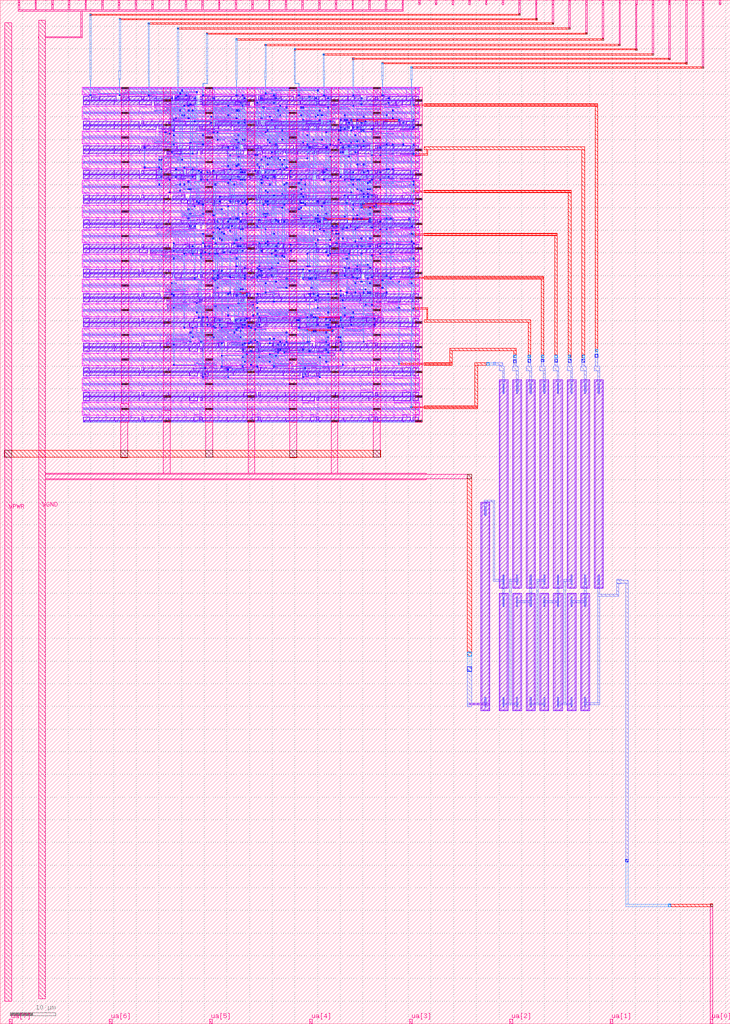
<source format=lef>
VERSION 5.7 ;
  NOWIREEXTENSIONATPIN ON ;
  DIVIDERCHAR "/" ;
  BUSBITCHARS "[]" ;
MACRO tt_um_mattvenn_r2r_dac
  CLASS BLOCK ;
  FOREIGN tt_um_mattvenn_r2r_dac ;
  ORIGIN 0.000 0.000 ;
  SIZE 161.000 BY 225.760 ;
  PIN clk
    DIRECTION INPUT ;
    USE SIGNAL ;
    ANTENNAGATEAREA 0.852000 ;
    PORT
      LAYER met4 ;
        RECT 154.870 224.760 155.170 225.760 ;
    END
  END clk
  PIN ena
    DIRECTION INPUT ;
    USE SIGNAL ;
    PORT
      LAYER met4 ;
        RECT 158.550 224.760 158.850 225.760 ;
    END
  END ena
  PIN rst_n
    DIRECTION INPUT ;
    USE SIGNAL ;
    ANTENNAGATEAREA 0.196500 ;
    PORT
      LAYER met4 ;
        RECT 151.190 224.760 151.490 225.760 ;
    END
  END rst_n
  PIN ua[0]
    DIRECTION INOUT ;
    USE SIGNAL ;
    PORT
      LAYER met4 ;
        RECT 156.560 0.000 157.160 1.000 ;
    END
  END ua[0]
  PIN ua[1]
    DIRECTION INOUT ;
    USE SIGNAL ;
    PORT
      LAYER met4 ;
        RECT 134.480 0.000 135.080 1.000 ;
    END
  END ua[1]
  PIN ua[2]
    DIRECTION INOUT ;
    USE SIGNAL ;
    PORT
      LAYER met4 ;
        RECT 112.400 0.000 113.000 1.000 ;
    END
  END ua[2]
  PIN ua[3]
    DIRECTION INOUT ;
    USE SIGNAL ;
    PORT
      LAYER met4 ;
        RECT 90.320 0.000 90.920 1.000 ;
    END
  END ua[3]
  PIN ua[4]
    DIRECTION INOUT ;
    USE SIGNAL ;
    PORT
      LAYER met4 ;
        RECT 68.240 0.000 68.840 1.000 ;
    END
  END ua[4]
  PIN ua[5]
    DIRECTION INOUT ;
    USE SIGNAL ;
    PORT
      LAYER met4 ;
        RECT 46.160 0.000 46.760 1.000 ;
    END
  END ua[5]
  PIN ua[6]
    DIRECTION INOUT ;
    USE SIGNAL ;
    PORT
      LAYER met4 ;
        RECT 24.080 0.000 24.680 1.000 ;
    END
  END ua[6]
  PIN ua[7]
    DIRECTION INOUT ;
    USE SIGNAL ;
    PORT
      LAYER met4 ;
        RECT 2.000 0.000 2.600 1.000 ;
    END
  END ua[7]
  PIN ui_in[0]
    DIRECTION INPUT ;
    USE SIGNAL ;
    ANTENNAGATEAREA 0.196500 ;
    PORT
      LAYER met4 ;
        RECT 147.510 224.760 147.810 225.760 ;
    END
  END ui_in[0]
  PIN ui_in[1]
    DIRECTION INPUT ;
    USE SIGNAL ;
    ANTENNAGATEAREA 0.196500 ;
    PORT
      LAYER met4 ;
        RECT 143.830 224.760 144.130 225.760 ;
    END
  END ui_in[1]
  PIN ui_in[2]
    DIRECTION INPUT ;
    USE SIGNAL ;
    ANTENNAGATEAREA 0.196500 ;
    PORT
      LAYER met4 ;
        RECT 140.150 224.760 140.450 225.760 ;
    END
  END ui_in[2]
  PIN ui_in[3]
    DIRECTION INPUT ;
    USE SIGNAL ;
    ANTENNAGATEAREA 0.196500 ;
    PORT
      LAYER met4 ;
        RECT 136.470 224.760 136.770 225.760 ;
    END
  END ui_in[3]
  PIN ui_in[4]
    DIRECTION INPUT ;
    USE SIGNAL ;
    ANTENNAGATEAREA 0.196500 ;
    PORT
      LAYER met4 ;
        RECT 132.790 224.760 133.090 225.760 ;
    END
  END ui_in[4]
  PIN ui_in[5]
    DIRECTION INPUT ;
    USE SIGNAL ;
    ANTENNAGATEAREA 0.196500 ;
    PORT
      LAYER met4 ;
        RECT 129.110 224.760 129.410 225.760 ;
    END
  END ui_in[5]
  PIN ui_in[6]
    DIRECTION INPUT ;
    USE SIGNAL ;
    ANTENNAGATEAREA 0.196500 ;
    PORT
      LAYER met4 ;
        RECT 125.430 224.760 125.730 225.760 ;
    END
  END ui_in[6]
  PIN ui_in[7]
    DIRECTION INPUT ;
    USE SIGNAL ;
    ANTENNAGATEAREA 0.196500 ;
    PORT
      LAYER met4 ;
        RECT 121.750 224.760 122.050 225.760 ;
    END
  END ui_in[7]
  PIN uio_in[0]
    DIRECTION INPUT ;
    USE SIGNAL ;
    ANTENNAGATEAREA 0.213000 ;
    PORT
      LAYER met4 ;
        RECT 118.070 224.760 118.370 225.760 ;
    END
  END uio_in[0]
  PIN uio_in[1]
    DIRECTION INPUT ;
    USE SIGNAL ;
    ANTENNAGATEAREA 0.213000 ;
    PORT
      LAYER met4 ;
        RECT 114.390 224.760 114.690 225.760 ;
    END
  END uio_in[1]
  PIN uio_in[2]
    DIRECTION INPUT ;
    USE SIGNAL ;
    PORT
      LAYER met4 ;
        RECT 110.710 224.760 111.010 225.760 ;
    END
  END uio_in[2]
  PIN uio_in[3]
    DIRECTION INPUT ;
    USE SIGNAL ;
    PORT
      LAYER met4 ;
        RECT 107.030 224.760 107.330 225.760 ;
    END
  END uio_in[3]
  PIN uio_in[4]
    DIRECTION INPUT ;
    USE SIGNAL ;
    PORT
      LAYER met4 ;
        RECT 103.350 224.760 103.650 225.760 ;
    END
  END uio_in[4]
  PIN uio_in[5]
    DIRECTION INPUT ;
    USE SIGNAL ;
    PORT
      LAYER met4 ;
        RECT 99.670 224.760 99.970 225.760 ;
    END
  END uio_in[5]
  PIN uio_in[6]
    DIRECTION INPUT ;
    USE SIGNAL ;
    PORT
      LAYER met4 ;
        RECT 95.990 224.760 96.290 225.760 ;
    END
  END uio_in[6]
  PIN uio_in[7]
    DIRECTION INPUT ;
    USE SIGNAL ;
    PORT
      LAYER met4 ;
        RECT 92.310 224.760 92.610 225.760 ;
    END
  END uio_in[7]
  PIN uio_oe[0]
    DIRECTION OUTPUT ;
    USE SIGNAL ;
    ANTENNAGATEAREA 770.732971 ;
    ANTENNADIFFAREA 198.969498 ;
    PORT
      LAYER met4 ;
        RECT 29.750 224.760 30.050 225.760 ;
    END
  END uio_oe[0]
  PIN uio_oe[1]
    DIRECTION OUTPUT ;
    USE SIGNAL ;
    ANTENNAGATEAREA 770.732971 ;
    ANTENNADIFFAREA 198.969498 ;
    PORT
      LAYER met4 ;
        RECT 26.070 224.760 26.370 225.760 ;
    END
  END uio_oe[1]
  PIN uio_oe[2]
    DIRECTION OUTPUT ;
    USE SIGNAL ;
    ANTENNAGATEAREA 770.732971 ;
    ANTENNADIFFAREA 198.969498 ;
    PORT
      LAYER met4 ;
        RECT 22.390 224.760 22.690 225.760 ;
    END
  END uio_oe[2]
  PIN uio_oe[3]
    DIRECTION OUTPUT ;
    USE SIGNAL ;
    ANTENNAGATEAREA 770.732971 ;
    ANTENNADIFFAREA 198.969498 ;
    PORT
      LAYER met4 ;
        RECT 18.710 224.760 19.010 225.760 ;
    END
  END uio_oe[3]
  PIN uio_oe[4]
    DIRECTION OUTPUT ;
    USE SIGNAL ;
    ANTENNAGATEAREA 770.732971 ;
    ANTENNADIFFAREA 198.969498 ;
    PORT
      LAYER met4 ;
        RECT 15.030 224.760 15.330 225.760 ;
    END
  END uio_oe[4]
  PIN uio_oe[5]
    DIRECTION OUTPUT ;
    USE SIGNAL ;
    ANTENNAGATEAREA 770.732971 ;
    ANTENNADIFFAREA 198.969498 ;
    PORT
      LAYER met4 ;
        RECT 11.350 224.760 11.650 225.760 ;
    END
  END uio_oe[5]
  PIN uio_oe[6]
    DIRECTION OUTPUT ;
    USE SIGNAL ;
    ANTENNAGATEAREA 770.732971 ;
    ANTENNADIFFAREA 198.969498 ;
    PORT
      LAYER met4 ;
        RECT 7.670 224.760 7.970 225.760 ;
    END
  END uio_oe[6]
  PIN uio_oe[7]
    DIRECTION OUTPUT ;
    USE SIGNAL ;
    ANTENNAGATEAREA 770.732971 ;
    ANTENNADIFFAREA 198.969498 ;
    PORT
      LAYER met4 ;
        RECT 3.990 224.760 4.290 225.760 ;
    END
  END uio_oe[7]
  PIN uio_out[0]
    DIRECTION OUTPUT ;
    USE SIGNAL ;
    ANTENNAGATEAREA 770.732971 ;
    ANTENNADIFFAREA 198.969498 ;
    PORT
      LAYER met4 ;
        RECT 59.190 224.760 59.490 225.760 ;
    END
  END uio_out[0]
  PIN uio_out[1]
    DIRECTION OUTPUT ;
    USE SIGNAL ;
    ANTENNAGATEAREA 770.732971 ;
    ANTENNADIFFAREA 198.969498 ;
    PORT
      LAYER met4 ;
        RECT 55.510 224.760 55.810 225.760 ;
    END
  END uio_out[1]
  PIN uio_out[2]
    DIRECTION OUTPUT ;
    USE SIGNAL ;
    ANTENNAGATEAREA 770.732971 ;
    ANTENNADIFFAREA 198.969498 ;
    PORT
      LAYER met4 ;
        RECT 51.830 224.760 52.130 225.760 ;
    END
  END uio_out[2]
  PIN uio_out[3]
    DIRECTION OUTPUT ;
    USE SIGNAL ;
    ANTENNAGATEAREA 770.732971 ;
    ANTENNADIFFAREA 198.969498 ;
    PORT
      LAYER met4 ;
        RECT 48.150 224.760 48.450 225.760 ;
    END
  END uio_out[3]
  PIN uio_out[4]
    DIRECTION OUTPUT ;
    USE SIGNAL ;
    ANTENNAGATEAREA 770.732971 ;
    ANTENNADIFFAREA 198.969498 ;
    PORT
      LAYER met4 ;
        RECT 44.470 224.760 44.770 225.760 ;
    END
  END uio_out[4]
  PIN uio_out[5]
    DIRECTION OUTPUT ;
    USE SIGNAL ;
    ANTENNAGATEAREA 770.732971 ;
    ANTENNADIFFAREA 198.969498 ;
    PORT
      LAYER met4 ;
        RECT 40.790 224.760 41.090 225.760 ;
    END
  END uio_out[5]
  PIN uio_out[6]
    DIRECTION OUTPUT ;
    USE SIGNAL ;
    ANTENNAGATEAREA 770.732971 ;
    ANTENNADIFFAREA 198.969498 ;
    PORT
      LAYER met4 ;
        RECT 37.110 224.760 37.410 225.760 ;
    END
  END uio_out[6]
  PIN uio_out[7]
    DIRECTION OUTPUT ;
    USE SIGNAL ;
    ANTENNAGATEAREA 770.732971 ;
    ANTENNADIFFAREA 198.969498 ;
    PORT
      LAYER met4 ;
        RECT 33.430 224.760 33.730 225.760 ;
    END
  END uio_out[7]
  PIN uo_out[0]
    DIRECTION OUTPUT ;
    USE SIGNAL ;
    ANTENNAGATEAREA 770.732971 ;
    ANTENNADIFFAREA 198.969498 ;
    PORT
      LAYER met4 ;
        RECT 88.630 224.760 88.930 225.760 ;
    END
  END uo_out[0]
  PIN uo_out[1]
    DIRECTION OUTPUT ;
    USE SIGNAL ;
    ANTENNAGATEAREA 770.732971 ;
    ANTENNADIFFAREA 198.969498 ;
    PORT
      LAYER met4 ;
        RECT 84.950 224.760 85.250 225.760 ;
    END
  END uo_out[1]
  PIN uo_out[2]
    DIRECTION OUTPUT ;
    USE SIGNAL ;
    ANTENNAGATEAREA 770.732971 ;
    ANTENNADIFFAREA 198.969498 ;
    PORT
      LAYER met4 ;
        RECT 81.270 224.760 81.570 225.760 ;
    END
  END uo_out[2]
  PIN uo_out[3]
    DIRECTION OUTPUT ;
    USE SIGNAL ;
    ANTENNAGATEAREA 770.732971 ;
    ANTENNADIFFAREA 198.969498 ;
    PORT
      LAYER met4 ;
        RECT 77.590 224.760 77.890 225.760 ;
    END
  END uo_out[3]
  PIN uo_out[4]
    DIRECTION OUTPUT ;
    USE SIGNAL ;
    ANTENNAGATEAREA 770.732971 ;
    ANTENNADIFFAREA 198.969498 ;
    PORT
      LAYER met4 ;
        RECT 73.910 224.760 74.210 225.760 ;
    END
  END uo_out[4]
  PIN uo_out[5]
    DIRECTION OUTPUT ;
    USE SIGNAL ;
    ANTENNAGATEAREA 770.732971 ;
    ANTENNADIFFAREA 198.969498 ;
    PORT
      LAYER met4 ;
        RECT 70.230 224.760 70.530 225.760 ;
    END
  END uo_out[5]
  PIN uo_out[6]
    DIRECTION OUTPUT ;
    USE SIGNAL ;
    ANTENNAGATEAREA 770.732971 ;
    ANTENNADIFFAREA 198.969498 ;
    PORT
      LAYER met4 ;
        RECT 66.550 224.760 66.850 225.760 ;
    END
  END uo_out[6]
  PIN uo_out[7]
    DIRECTION OUTPUT ;
    USE SIGNAL ;
    ANTENNAGATEAREA 770.732971 ;
    ANTENNADIFFAREA 198.969498 ;
    PORT
      LAYER met4 ;
        RECT 62.870 224.760 63.170 225.760 ;
    END
  END uo_out[7]
  PIN VPWR
    DIRECTION INOUT ;
    USE POWER ;
    PORT
      LAYER met4 ;
        RECT 1.000 5.000 2.500 220.760 ;
    END
  END VPWR
  PIN VGND
    DIRECTION INOUT ;
    USE GROUND ;
    PORT
      LAYER met4 ;
        RECT 8.440 5.520 9.940 221.280 ;
    END
  END VGND
  OBS
      LAYER nwell ;
        RECT 18.090 204.925 92.530 206.530 ;
      LAYER pwell ;
        RECT 18.285 203.725 19.655 204.535 ;
        RECT 20.125 203.725 21.955 204.405 ;
        RECT 21.965 203.725 25.635 204.535 ;
        RECT 26.565 203.725 28.395 204.405 ;
        RECT 28.405 203.725 31.155 204.535 ;
        RECT 31.175 203.810 31.605 204.595 ;
        RECT 31.625 203.725 32.995 204.535 ;
        RECT 33.005 203.725 34.375 204.505 ;
        RECT 34.385 203.725 38.055 204.535 ;
        RECT 38.525 204.435 39.470 204.635 ;
        RECT 40.805 204.435 41.735 204.635 ;
        RECT 38.525 203.955 41.735 204.435 ;
        RECT 38.525 203.755 41.595 203.955 ;
        RECT 38.525 203.725 39.470 203.755 ;
        RECT 18.425 203.515 18.595 203.725 ;
        RECT 19.805 203.675 19.975 203.705 ;
        RECT 19.800 203.565 19.975 203.675 ;
        RECT 19.805 203.515 19.975 203.565 ;
        RECT 20.265 203.535 20.435 203.725 ;
        RECT 22.105 203.535 22.275 203.725 ;
        RECT 25.325 203.515 25.495 203.705 ;
        RECT 25.795 203.570 25.955 203.680 ;
        RECT 26.705 203.535 26.875 203.725 ;
        RECT 28.545 203.535 28.715 203.725 ;
        RECT 30.845 203.515 31.015 203.705 ;
        RECT 31.765 203.535 31.935 203.725 ;
        RECT 33.155 203.535 33.325 203.725 ;
        RECT 33.600 203.565 33.720 203.675 ;
        RECT 34.525 203.535 34.695 203.725 ;
        RECT 38.200 203.565 38.320 203.675 ;
        RECT 40.965 203.515 41.135 203.705 ;
        RECT 41.425 203.535 41.595 203.755 ;
        RECT 41.745 203.725 43.115 204.505 ;
        RECT 44.055 203.810 44.485 204.595 ;
        RECT 44.505 203.725 45.875 204.535 ;
        RECT 45.885 203.725 47.255 204.505 ;
        RECT 47.265 203.725 50.935 204.535 ;
        RECT 50.945 203.725 52.315 204.535 ;
        RECT 52.325 203.725 53.695 204.505 ;
        RECT 53.705 203.725 56.455 204.535 ;
        RECT 56.935 203.810 57.365 204.595 ;
        RECT 57.385 204.435 58.330 204.635 ;
        RECT 59.665 204.435 60.595 204.635 ;
        RECT 57.385 203.955 60.595 204.435 ;
        RECT 57.385 203.755 60.455 203.955 ;
        RECT 57.385 203.725 58.330 203.755 ;
        RECT 41.895 203.535 42.065 203.725 ;
        RECT 42.805 203.515 42.975 203.705 ;
        RECT 43.275 203.560 43.435 203.680 ;
        RECT 44.645 203.535 44.815 203.725 ;
        RECT 46.035 203.535 46.205 203.725 ;
        RECT 47.405 203.535 47.575 203.725 ;
        RECT 51.085 203.535 51.255 203.725 ;
        RECT 51.545 203.515 51.715 203.705 ;
        RECT 52.475 203.535 52.645 203.725 ;
        RECT 53.845 203.535 54.015 203.725 ;
        RECT 18.285 202.705 19.655 203.515 ;
        RECT 19.665 202.705 25.175 203.515 ;
        RECT 25.185 202.705 30.695 203.515 ;
        RECT 30.705 202.705 33.455 203.515 ;
        RECT 33.965 202.835 41.275 203.515 ;
        RECT 41.285 202.835 43.115 203.515 ;
        RECT 33.965 202.605 35.315 202.835 ;
        RECT 36.850 202.615 37.760 202.835 ;
        RECT 41.285 202.605 42.630 202.835 ;
        RECT 44.055 202.645 44.485 203.430 ;
        RECT 44.545 202.835 51.855 203.515 ;
        RECT 51.865 203.485 52.810 203.515 ;
        RECT 54.765 203.485 54.935 203.705 ;
        RECT 55.235 203.560 55.395 203.670 ;
        RECT 56.600 203.565 56.720 203.675 ;
        RECT 60.285 203.535 60.455 203.755 ;
        RECT 60.605 203.725 61.975 204.505 ;
        RECT 61.985 203.725 64.735 204.535 ;
        RECT 65.205 203.725 66.575 204.505 ;
        RECT 66.585 203.725 69.335 204.535 ;
        RECT 69.815 203.810 70.245 204.595 ;
        RECT 70.265 203.725 71.635 204.535 ;
        RECT 71.645 203.725 73.015 204.505 ;
        RECT 73.025 203.725 76.695 204.535 ;
        RECT 76.705 203.725 78.075 204.535 ;
        RECT 78.085 203.725 79.455 204.505 ;
        RECT 80.845 203.725 82.675 204.535 ;
        RECT 82.695 203.810 83.125 204.595 ;
        RECT 83.145 203.725 84.515 204.535 ;
        RECT 84.525 203.725 85.895 204.505 ;
        RECT 85.905 203.725 89.575 204.535 ;
        RECT 89.585 203.725 90.955 204.535 ;
        RECT 90.965 203.725 92.335 204.535 ;
        RECT 60.755 203.535 60.925 203.725 ;
        RECT 62.125 203.535 62.295 203.725 ;
        RECT 63.045 203.515 63.215 203.705 ;
        RECT 63.505 203.515 63.675 203.705 ;
        RECT 64.880 203.565 65.000 203.675 ;
        RECT 65.355 203.535 65.525 203.725 ;
        RECT 66.265 203.535 66.435 203.705 ;
        RECT 66.725 203.535 66.895 203.725 ;
        RECT 69.480 203.565 69.600 203.675 ;
        RECT 70.405 203.535 70.575 203.725 ;
        RECT 71.795 203.535 71.965 203.725 ;
        RECT 73.165 203.535 73.335 203.725 ;
        RECT 76.845 203.535 77.015 203.725 ;
        RECT 66.265 203.515 66.465 203.535 ;
        RECT 77.305 203.515 77.475 203.705 ;
        RECT 77.765 203.515 77.935 203.705 ;
        RECT 79.135 203.535 79.305 203.725 ;
        RECT 79.605 203.535 79.775 203.705 ;
        RECT 80.985 203.535 81.155 203.725 ;
        RECT 83.285 203.535 83.455 203.725 ;
        RECT 84.665 203.535 84.835 203.725 ;
        RECT 86.045 203.535 86.215 203.725 ;
        RECT 87.425 203.515 87.595 203.705 ;
        RECT 88.805 203.515 88.975 203.705 ;
        RECT 89.725 203.535 89.895 203.725 ;
        RECT 90.640 203.565 90.760 203.675 ;
        RECT 92.025 203.515 92.195 203.725 ;
        RECT 51.865 203.285 54.935 203.485 ;
        RECT 44.545 202.605 45.895 202.835 ;
        RECT 47.430 202.615 48.340 202.835 ;
        RECT 51.865 202.805 55.075 203.285 ;
        RECT 51.865 202.605 52.810 202.805 ;
        RECT 54.145 202.605 55.075 202.805 ;
        RECT 56.045 202.835 63.355 203.515 ;
        RECT 56.045 202.605 57.395 202.835 ;
        RECT 58.930 202.615 59.840 202.835 ;
        RECT 63.365 202.705 66.115 203.515 ;
        RECT 66.265 202.835 69.795 203.515 ;
        RECT 66.970 202.605 69.795 202.835 ;
        RECT 69.815 202.645 70.245 203.430 ;
        RECT 70.305 202.835 77.615 203.515 ;
        RECT 77.625 202.835 87.235 203.515 ;
        RECT 70.305 202.605 71.655 202.835 ;
        RECT 73.190 202.615 74.100 202.835 ;
        RECT 82.135 202.615 83.065 202.835 ;
        RECT 85.895 202.605 87.235 202.835 ;
        RECT 87.295 202.605 88.645 203.515 ;
        RECT 88.665 202.705 90.495 203.515 ;
        RECT 90.965 202.705 92.335 203.515 ;
      LAYER nwell ;
        RECT 18.090 199.485 92.530 202.315 ;
      LAYER pwell ;
        RECT 18.285 198.285 19.655 199.095 ;
        RECT 19.665 198.285 25.175 199.095 ;
        RECT 25.185 198.285 30.695 199.095 ;
        RECT 31.175 198.370 31.605 199.155 ;
        RECT 31.625 198.285 37.135 199.095 ;
        RECT 37.990 198.965 40.815 199.195 ;
        RECT 37.285 198.285 40.815 198.965 ;
        RECT 40.825 198.285 46.335 199.095 ;
        RECT 48.110 198.965 50.935 199.195 ;
        RECT 47.405 198.285 50.935 198.965 ;
        RECT 50.945 198.285 56.455 199.095 ;
        RECT 56.935 198.370 57.365 199.155 ;
        RECT 59.150 198.965 61.975 199.195 ;
        RECT 58.445 198.285 61.975 198.965 ;
        RECT 61.985 198.285 67.495 199.095 ;
        RECT 67.505 198.995 68.450 199.195 ;
        RECT 69.785 198.995 70.715 199.195 ;
        RECT 67.505 198.515 70.715 198.995 ;
        RECT 67.505 198.315 70.575 198.515 ;
        RECT 67.505 198.285 68.450 198.315 ;
        RECT 18.425 198.075 18.595 198.285 ;
        RECT 19.805 198.075 19.975 198.285 ;
        RECT 25.325 198.075 25.495 198.285 ;
        RECT 30.845 198.235 31.015 198.265 ;
        RECT 30.840 198.125 31.015 198.235 ;
        RECT 30.845 198.075 31.015 198.125 ;
        RECT 31.765 198.095 31.935 198.285 ;
        RECT 37.285 198.265 37.485 198.285 ;
        RECT 34.520 198.125 34.640 198.235 ;
        RECT 34.985 198.095 35.155 198.265 ;
        RECT 37.285 198.095 37.455 198.265 ;
        RECT 34.985 198.075 35.185 198.095 ;
        RECT 38.665 198.075 38.835 198.265 ;
        RECT 40.965 198.095 41.135 198.285 ;
        RECT 47.405 198.265 47.605 198.285 ;
        RECT 46.495 198.130 46.655 198.240 ;
        RECT 47.405 198.095 47.575 198.265 ;
        RECT 47.865 198.095 48.035 198.265 ;
        RECT 47.835 198.075 48.035 198.095 ;
        RECT 48.325 198.075 48.495 198.265 ;
        RECT 51.085 198.235 51.255 198.285 ;
        RECT 58.445 198.265 58.645 198.285 ;
        RECT 51.080 198.125 51.255 198.235 ;
        RECT 56.600 198.125 56.720 198.235 ;
        RECT 57.535 198.130 57.695 198.240 ;
        RECT 51.085 198.095 51.255 198.125 ;
        RECT 58.445 198.075 58.615 198.265 ;
        RECT 58.905 198.075 59.075 198.265 ;
        RECT 60.745 198.075 60.915 198.265 ;
        RECT 62.125 198.095 62.295 198.285 ;
        RECT 68.105 198.075 68.275 198.265 ;
        RECT 70.405 198.075 70.575 198.315 ;
        RECT 71.195 198.285 73.935 198.965 ;
        RECT 74.885 198.285 76.235 199.195 ;
        RECT 76.265 198.285 77.615 199.195 ;
        RECT 78.545 198.285 80.360 199.195 ;
        RECT 80.385 198.285 82.215 199.095 ;
        RECT 82.695 198.370 83.125 199.155 ;
        RECT 83.145 198.285 84.515 199.095 ;
        RECT 84.620 198.965 85.540 199.195 ;
        RECT 84.620 198.285 88.085 198.965 ;
        RECT 88.215 198.285 89.565 199.195 ;
        RECT 89.585 198.285 90.955 199.095 ;
        RECT 90.965 198.285 92.335 199.095 ;
        RECT 70.860 198.125 70.980 198.235 ;
        RECT 73.625 198.095 73.795 198.285 ;
        RECT 74.095 198.130 74.255 198.240 ;
        RECT 75.000 198.095 75.170 198.285 ;
        RECT 76.380 198.075 76.550 198.265 ;
        RECT 76.855 198.120 77.015 198.230 ;
        RECT 77.300 198.095 77.470 198.285 ;
        RECT 77.770 198.075 77.940 198.265 ;
        RECT 79.605 198.075 79.775 198.265 ;
        RECT 80.065 198.095 80.235 198.285 ;
        RECT 80.525 198.095 80.695 198.285 ;
        RECT 82.365 198.235 82.535 198.265 ;
        RECT 82.360 198.125 82.535 198.235 ;
        RECT 82.365 198.075 82.535 198.125 ;
        RECT 83.285 198.095 83.455 198.285 ;
        RECT 87.885 198.095 88.055 198.285 ;
        RECT 88.345 198.095 88.515 198.285 ;
        RECT 89.725 198.095 89.895 198.285 ;
        RECT 92.025 198.075 92.195 198.285 ;
        RECT 18.285 197.265 19.655 198.075 ;
        RECT 19.665 197.265 25.175 198.075 ;
        RECT 25.185 197.265 30.695 198.075 ;
        RECT 30.705 197.265 34.375 198.075 ;
        RECT 34.985 197.395 38.515 198.075 ;
        RECT 35.690 197.165 38.515 197.395 ;
        RECT 38.525 197.265 44.035 198.075 ;
        RECT 44.055 197.205 44.485 197.990 ;
        RECT 44.505 197.395 48.035 198.075 ;
        RECT 44.505 197.165 47.330 197.395 ;
        RECT 48.185 197.265 50.935 198.075 ;
        RECT 51.445 197.395 58.755 198.075 ;
        RECT 51.445 197.165 52.795 197.395 ;
        RECT 54.330 197.175 55.240 197.395 ;
        RECT 58.765 197.265 60.595 198.075 ;
        RECT 60.605 197.395 67.915 198.075 ;
        RECT 64.120 197.175 65.030 197.395 ;
        RECT 66.565 197.165 67.915 197.395 ;
        RECT 67.965 197.265 69.795 198.075 ;
        RECT 69.815 197.205 70.245 197.990 ;
        RECT 70.265 197.265 73.015 198.075 ;
        RECT 73.025 197.165 76.695 198.075 ;
        RECT 77.625 197.165 79.455 198.075 ;
        RECT 79.465 197.265 82.215 198.075 ;
        RECT 82.225 197.395 90.925 198.075 ;
        RECT 85.770 197.175 86.680 197.395 ;
        RECT 88.220 197.165 90.925 197.395 ;
        RECT 90.965 197.265 92.335 198.075 ;
      LAYER nwell ;
        RECT 18.090 194.045 92.530 196.875 ;
      LAYER pwell ;
        RECT 18.285 192.845 19.655 193.655 ;
        RECT 19.665 192.845 25.175 193.655 ;
        RECT 25.185 192.845 30.695 193.655 ;
        RECT 31.175 192.930 31.605 193.715 ;
        RECT 31.665 193.525 33.015 193.755 ;
        RECT 34.550 193.525 35.460 193.745 ;
        RECT 31.665 192.845 38.975 193.525 ;
        RECT 38.985 192.845 41.735 193.655 ;
        RECT 45.260 193.525 46.170 193.745 ;
        RECT 47.705 193.525 49.055 193.755 ;
        RECT 41.745 192.845 49.055 193.525 ;
        RECT 49.105 193.555 50.060 193.755 ;
        RECT 49.105 192.875 51.385 193.555 ;
        RECT 49.105 192.845 50.060 192.875 ;
        RECT 18.425 192.635 18.595 192.845 ;
        RECT 19.805 192.635 19.975 192.845 ;
        RECT 25.325 192.635 25.495 192.845 ;
        RECT 30.845 192.795 31.015 192.825 ;
        RECT 30.840 192.685 31.015 192.795 ;
        RECT 36.360 192.685 36.480 192.795 ;
        RECT 30.845 192.635 31.015 192.685 ;
        RECT 38.665 192.655 38.835 192.845 ;
        RECT 39.125 192.655 39.295 192.845 ;
        RECT 18.285 191.825 19.655 192.635 ;
        RECT 19.665 191.825 25.175 192.635 ;
        RECT 25.185 191.825 30.695 192.635 ;
        RECT 30.705 191.825 36.215 192.635 ;
        RECT 36.685 192.605 37.630 192.635 ;
        RECT 39.585 192.605 39.755 192.825 ;
        RECT 40.045 192.635 40.215 192.825 ;
        RECT 41.885 192.655 42.055 192.845 ;
        RECT 43.720 192.685 43.840 192.795 ;
        RECT 44.645 192.635 44.815 192.825 ;
        RECT 50.165 192.635 50.335 192.825 ;
        RECT 51.090 192.655 51.260 192.875 ;
        RECT 51.415 192.845 52.765 193.755 ;
        RECT 53.705 193.555 54.635 193.755 ;
        RECT 55.970 193.555 56.915 193.755 ;
        RECT 53.705 193.075 56.915 193.555 ;
        RECT 53.845 192.875 56.915 193.075 ;
        RECT 56.935 192.930 57.365 193.715 ;
        RECT 58.230 193.525 61.055 193.755 ;
        RECT 51.545 192.655 51.715 192.845 ;
        RECT 52.935 192.690 53.095 192.800 ;
        RECT 53.845 192.655 54.015 192.875 ;
        RECT 55.970 192.845 56.915 192.875 ;
        RECT 57.525 192.845 61.055 193.525 ;
        RECT 61.065 192.845 64.735 193.655 ;
        RECT 65.205 193.525 68.030 193.755 ;
        RECT 68.885 193.555 69.830 193.755 ;
        RECT 71.165 193.555 72.095 193.755 ;
        RECT 73.245 193.665 74.195 193.755 ;
        RECT 65.205 192.845 68.735 193.525 ;
        RECT 68.885 193.075 72.095 193.555 ;
        RECT 68.885 192.875 71.955 193.075 ;
        RECT 68.885 192.845 69.830 192.875 ;
        RECT 57.525 192.825 57.725 192.845 ;
        RECT 57.525 192.635 57.695 192.825 ;
        RECT 57.985 192.635 58.155 192.825 ;
        RECT 60.745 192.635 60.915 192.825 ;
        RECT 61.205 192.655 61.375 192.845 ;
        RECT 68.535 192.825 68.735 192.845 ;
        RECT 62.580 192.685 62.700 192.795 ;
        RECT 63.045 192.635 63.215 192.825 ;
        RECT 64.880 192.685 65.000 192.795 ;
        RECT 65.805 192.635 65.975 192.825 ;
        RECT 68.565 192.655 68.735 192.825 ;
        RECT 69.480 192.685 69.600 192.795 ;
        RECT 70.405 192.635 70.575 192.825 ;
        RECT 71.785 192.655 71.955 192.875 ;
        RECT 72.265 192.845 74.195 193.665 ;
        RECT 74.405 192.845 75.755 193.755 ;
        RECT 75.785 192.845 79.455 193.755 ;
        RECT 80.515 193.525 81.445 193.755 ;
        RECT 79.610 192.845 81.445 193.525 ;
        RECT 82.695 192.930 83.125 193.715 ;
        RECT 83.145 192.845 86.620 193.755 ;
        RECT 86.825 192.845 90.495 193.655 ;
        RECT 90.965 192.845 92.335 193.655 ;
        RECT 72.265 192.825 72.415 192.845 ;
        RECT 72.245 192.655 72.415 192.825 ;
        RECT 75.470 192.655 75.640 192.845 ;
        RECT 75.935 192.680 76.095 192.790 ;
        RECT 76.845 192.655 77.015 192.825 ;
        RECT 76.865 192.635 77.015 192.655 ;
        RECT 79.145 192.635 79.315 192.845 ;
        RECT 79.610 192.825 79.775 192.845 ;
        RECT 79.605 192.655 79.775 192.825 ;
        RECT 81.915 192.795 82.075 192.800 ;
        RECT 81.900 192.690 82.075 192.795 ;
        RECT 81.900 192.685 82.020 192.690 ;
        RECT 82.365 192.635 82.535 192.825 ;
        RECT 83.290 192.655 83.460 192.845 ;
        RECT 86.965 192.655 87.135 192.845 ;
        RECT 90.640 192.685 90.760 192.795 ;
        RECT 92.025 192.635 92.195 192.845 ;
        RECT 36.685 192.405 39.755 192.605 ;
        RECT 36.685 191.925 39.895 192.405 ;
        RECT 36.685 191.725 37.630 191.925 ;
        RECT 38.965 191.725 39.895 191.925 ;
        RECT 39.905 191.825 43.575 192.635 ;
        RECT 44.055 191.765 44.485 192.550 ;
        RECT 44.505 191.825 50.015 192.635 ;
        RECT 50.025 191.825 53.695 192.635 ;
        RECT 54.625 191.725 57.835 192.635 ;
        RECT 57.845 191.955 60.595 192.635 ;
        RECT 59.665 191.725 60.595 191.955 ;
        RECT 60.605 191.825 62.435 192.635 ;
        RECT 62.905 191.955 65.655 192.635 ;
        RECT 64.725 191.725 65.655 191.955 ;
        RECT 65.665 191.825 69.335 192.635 ;
        RECT 69.815 191.765 70.245 192.550 ;
        RECT 70.265 191.825 75.775 192.635 ;
        RECT 76.865 191.815 78.795 192.635 ;
        RECT 79.005 191.825 81.755 192.635 ;
        RECT 82.225 191.955 90.925 192.635 ;
        RECT 77.845 191.725 78.795 191.815 ;
        RECT 85.770 191.735 86.680 191.955 ;
        RECT 88.220 191.725 90.925 191.955 ;
        RECT 90.965 191.825 92.335 192.635 ;
      LAYER nwell ;
        RECT 18.090 188.605 92.530 191.435 ;
      LAYER pwell ;
        RECT 18.285 187.405 19.655 188.215 ;
        RECT 19.665 187.405 25.175 188.215 ;
        RECT 25.185 187.405 30.695 188.215 ;
        RECT 31.175 187.490 31.605 188.275 ;
        RECT 31.625 187.405 34.375 188.215 ;
        RECT 34.425 187.405 37.595 188.315 ;
        RECT 37.605 187.405 40.355 188.215 ;
        RECT 41.020 187.405 44.495 188.315 ;
        RECT 44.505 187.405 46.335 188.215 ;
        RECT 48.625 188.085 49.555 188.315 ;
        RECT 46.805 187.405 49.555 188.085 ;
        RECT 49.565 187.405 53.220 188.315 ;
        RECT 53.245 188.085 54.165 188.315 ;
        RECT 53.245 187.405 56.830 188.085 ;
        RECT 56.935 187.490 57.365 188.275 ;
        RECT 58.320 187.405 61.975 188.315 ;
        RECT 61.985 187.405 63.815 188.215 ;
        RECT 67.340 188.085 68.250 188.305 ;
        RECT 69.785 188.085 71.135 188.315 ;
        RECT 63.825 187.405 71.135 188.085 ;
        RECT 71.280 188.085 72.200 188.315 ;
        RECT 71.280 187.405 74.745 188.085 ;
        RECT 75.805 187.405 77.155 188.315 ;
        RECT 77.165 187.405 78.995 188.215 ;
        RECT 79.005 188.085 79.925 188.315 ;
        RECT 79.005 187.405 81.295 188.085 ;
        RECT 81.305 187.405 82.675 188.215 ;
        RECT 82.695 187.490 83.125 188.275 ;
        RECT 83.145 187.405 86.620 188.315 ;
        RECT 86.825 187.405 90.495 188.215 ;
        RECT 90.965 187.405 92.335 188.215 ;
        RECT 18.425 187.195 18.595 187.405 ;
        RECT 19.805 187.195 19.975 187.405 ;
        RECT 25.325 187.195 25.495 187.405 ;
        RECT 30.845 187.355 31.015 187.385 ;
        RECT 30.840 187.245 31.015 187.355 ;
        RECT 30.845 187.195 31.015 187.245 ;
        RECT 31.765 187.215 31.935 187.405 ;
        RECT 34.525 187.385 34.695 187.405 ;
        RECT 34.525 187.215 34.700 187.385 ;
        RECT 18.285 186.385 19.655 187.195 ;
        RECT 19.665 186.385 25.175 187.195 ;
        RECT 25.185 186.385 30.695 187.195 ;
        RECT 30.705 186.385 34.375 187.195 ;
        RECT 34.530 187.165 34.700 187.215 ;
        RECT 36.190 187.165 37.135 187.195 ;
        RECT 37.290 187.165 37.460 187.385 ;
        RECT 37.745 187.215 37.915 187.405 ;
        RECT 38.950 187.165 39.895 187.195 ;
        RECT 34.385 186.485 37.135 187.165 ;
        RECT 37.145 186.485 39.895 187.165 ;
        RECT 40.045 187.165 40.215 187.385 ;
        RECT 40.500 187.245 40.620 187.355 ;
        RECT 43.275 187.240 43.435 187.350 ;
        RECT 44.180 187.215 44.350 187.405 ;
        RECT 44.645 187.215 44.815 187.405 ;
        RECT 46.480 187.245 46.600 187.355 ;
        RECT 46.945 187.215 47.115 187.405 ;
        RECT 47.405 187.195 47.575 187.385 ;
        RECT 47.865 187.195 48.035 187.385 ;
        RECT 49.710 187.215 49.880 187.405 ;
        RECT 51.085 187.195 51.255 187.385 ;
        RECT 52.925 187.195 53.095 187.385 ;
        RECT 53.390 187.215 53.560 187.405 ;
        RECT 55.225 187.195 55.395 187.385 ;
        RECT 57.535 187.250 57.695 187.360 ;
        RECT 42.170 187.165 43.115 187.195 ;
        RECT 40.045 186.965 43.115 187.165 ;
        RECT 36.190 186.285 37.135 186.485 ;
        RECT 38.950 186.285 39.895 186.485 ;
        RECT 39.905 186.485 43.115 186.965 ;
        RECT 39.905 186.285 40.835 186.485 ;
        RECT 42.170 186.285 43.115 186.485 ;
        RECT 44.055 186.325 44.485 187.110 ;
        RECT 44.635 186.285 47.635 187.195 ;
        RECT 47.725 186.285 50.935 187.195 ;
        RECT 50.945 186.285 55.065 187.195 ;
        RECT 55.085 186.385 57.835 187.195 ;
        RECT 57.990 187.165 58.160 187.385 ;
        RECT 60.745 187.195 60.915 187.385 ;
        RECT 61.660 187.215 61.830 187.405 ;
        RECT 62.125 187.215 62.295 187.405 ;
        RECT 63.965 187.385 64.135 187.405 ;
        RECT 63.500 187.245 63.620 187.355 ;
        RECT 63.960 187.215 64.135 187.385 ;
        RECT 63.960 187.195 64.130 187.215 ;
        RECT 68.565 187.195 68.735 187.385 ;
        RECT 69.035 187.240 69.195 187.350 ;
        RECT 70.405 187.195 70.575 187.385 ;
        RECT 74.545 187.215 74.715 187.405 ;
        RECT 75.015 187.250 75.175 187.360 ;
        RECT 76.570 187.195 76.740 187.385 ;
        RECT 76.840 187.215 77.010 187.405 ;
        RECT 77.305 187.385 77.475 187.405 ;
        RECT 77.305 187.215 77.480 187.385 ;
        RECT 77.310 187.195 77.480 187.215 ;
        RECT 80.985 187.195 81.155 187.405 ;
        RECT 81.445 187.215 81.615 187.405 ;
        RECT 82.365 187.195 82.535 187.385 ;
        RECT 83.290 187.215 83.460 187.405 ;
        RECT 86.965 187.215 87.135 187.405 ;
        RECT 90.640 187.245 90.760 187.355 ;
        RECT 92.025 187.195 92.195 187.405 ;
        RECT 59.650 187.165 60.595 187.195 ;
        RECT 57.845 186.485 60.595 187.165 ;
        RECT 59.650 186.285 60.595 186.485 ;
        RECT 60.605 186.385 63.355 187.195 ;
        RECT 63.835 186.285 67.495 187.195 ;
        RECT 67.515 186.285 68.865 187.195 ;
        RECT 69.815 186.325 70.245 187.110 ;
        RECT 70.265 186.385 73.015 187.195 ;
        RECT 73.255 186.515 77.155 187.195 ;
        RECT 76.225 186.285 77.155 186.515 ;
        RECT 77.165 186.285 80.820 187.195 ;
        RECT 80.845 186.385 82.215 187.195 ;
        RECT 82.225 186.515 90.925 187.195 ;
        RECT 85.770 186.295 86.680 186.515 ;
        RECT 88.220 186.285 90.925 186.515 ;
        RECT 90.965 186.385 92.335 187.195 ;
      LAYER nwell ;
        RECT 18.090 183.165 92.530 185.995 ;
      LAYER pwell ;
        RECT 18.285 181.965 19.655 182.775 ;
        RECT 19.665 181.965 25.175 182.775 ;
        RECT 25.185 181.965 30.695 182.775 ;
        RECT 31.175 182.050 31.605 182.835 ;
        RECT 31.625 181.965 37.135 182.775 ;
        RECT 39.885 182.645 40.815 182.875 ;
        RECT 38.065 181.965 40.815 182.645 ;
        RECT 41.830 181.965 50.935 182.645 ;
        RECT 50.945 181.965 56.455 182.775 ;
        RECT 56.935 182.050 57.365 182.835 ;
        RECT 57.385 181.965 62.895 182.775 ;
        RECT 62.905 181.965 64.275 182.775 ;
        RECT 64.575 181.965 67.495 182.875 ;
        RECT 67.505 181.965 76.610 182.645 ;
        RECT 76.705 181.965 78.535 182.775 ;
        RECT 78.555 181.965 81.285 182.875 ;
        RECT 81.305 181.965 82.655 182.875 ;
        RECT 82.695 182.050 83.125 182.835 ;
        RECT 83.145 181.965 88.655 182.775 ;
        RECT 88.665 181.965 90.495 182.775 ;
        RECT 90.965 181.965 92.335 182.775 ;
        RECT 18.425 181.755 18.595 181.965 ;
        RECT 19.805 181.755 19.975 181.965 ;
        RECT 25.325 181.755 25.495 181.965 ;
        RECT 30.845 181.915 31.015 181.945 ;
        RECT 30.840 181.805 31.015 181.915 ;
        RECT 30.845 181.755 31.015 181.805 ;
        RECT 31.765 181.775 31.935 181.965 ;
        RECT 36.365 181.755 36.535 181.945 ;
        RECT 37.295 181.810 37.455 181.920 ;
        RECT 38.205 181.775 38.375 181.965 ;
        RECT 40.045 181.755 40.215 181.945 ;
        RECT 40.975 181.810 41.135 181.920 ;
        RECT 42.340 181.755 42.510 181.945 ;
        RECT 42.805 181.755 42.975 181.945 ;
        RECT 44.645 181.755 44.815 181.945 ;
        RECT 48.325 181.755 48.495 181.945 ;
        RECT 48.785 181.755 48.955 181.945 ;
        RECT 50.625 181.775 50.795 181.965 ;
        RECT 51.085 181.775 51.255 181.965 ;
        RECT 51.540 181.805 51.660 181.915 ;
        RECT 52.925 181.755 53.095 181.945 ;
        RECT 54.305 181.755 54.475 181.945 ;
        RECT 54.765 181.755 54.935 181.945 ;
        RECT 57.525 181.915 57.695 181.965 ;
        RECT 56.600 181.805 56.720 181.915 ;
        RECT 57.520 181.805 57.695 181.915 ;
        RECT 57.525 181.775 57.695 181.805 ;
        RECT 60.285 181.755 60.455 181.945 ;
        RECT 63.045 181.775 63.215 181.965 ;
        RECT 63.960 181.755 64.130 181.945 ;
        RECT 65.805 181.755 65.975 181.945 ;
        RECT 66.265 181.755 66.435 181.945 ;
        RECT 67.180 181.775 67.350 181.965 ;
        RECT 67.645 181.775 67.815 181.965 ;
        RECT 70.405 181.755 70.575 181.945 ;
        RECT 71.785 181.755 71.955 181.945 ;
        RECT 74.545 181.755 74.715 181.945 ;
        RECT 76.380 181.805 76.500 181.915 ;
        RECT 76.845 181.775 77.015 181.965 ;
        RECT 78.685 181.775 78.855 181.965 ;
        RECT 82.370 181.945 82.540 181.965 ;
        RECT 76.855 181.755 77.015 181.775 ;
        RECT 81.900 181.755 82.070 181.945 ;
        RECT 82.365 181.775 82.540 181.945 ;
        RECT 83.285 181.775 83.455 181.965 ;
        RECT 88.805 181.775 88.975 181.965 ;
        RECT 90.640 181.805 90.760 181.915 ;
        RECT 82.365 181.755 82.535 181.775 ;
        RECT 92.025 181.755 92.195 181.965 ;
        RECT 18.285 180.945 19.655 181.755 ;
        RECT 19.665 180.945 25.175 181.755 ;
        RECT 25.185 180.945 30.695 181.755 ;
        RECT 30.705 180.945 36.215 181.755 ;
        RECT 36.225 180.945 39.895 181.755 ;
        RECT 39.905 180.945 41.275 181.755 ;
        RECT 41.305 180.845 42.655 181.755 ;
        RECT 42.665 180.945 44.035 181.755 ;
        RECT 44.055 180.885 44.485 181.670 ;
        RECT 44.505 181.075 47.245 181.755 ;
        RECT 47.275 180.845 48.625 181.755 ;
        RECT 48.645 180.945 51.395 181.755 ;
        RECT 51.875 180.845 53.225 181.755 ;
        RECT 53.255 180.845 54.605 181.755 ;
        RECT 54.625 180.945 57.375 181.755 ;
        RECT 57.855 180.845 60.585 181.755 ;
        RECT 60.800 180.845 64.275 181.755 ;
        RECT 64.285 180.845 66.100 181.755 ;
        RECT 66.125 180.945 69.795 181.755 ;
        RECT 69.815 180.885 70.245 181.670 ;
        RECT 70.265 180.945 71.635 181.755 ;
        RECT 71.645 181.075 74.385 181.755 ;
        RECT 74.405 180.945 76.235 181.755 ;
        RECT 76.855 180.845 80.510 181.755 ;
        RECT 80.865 180.845 82.215 181.755 ;
        RECT 82.225 181.075 90.925 181.755 ;
        RECT 85.770 180.855 86.680 181.075 ;
        RECT 88.220 180.845 90.925 181.075 ;
        RECT 90.965 180.945 92.335 181.755 ;
      LAYER nwell ;
        RECT 18.090 177.725 92.530 180.555 ;
      LAYER pwell ;
        RECT 18.285 176.525 19.655 177.335 ;
        RECT 19.665 176.525 25.175 177.335 ;
        RECT 25.185 176.525 30.695 177.335 ;
        RECT 31.175 176.610 31.605 177.395 ;
        RECT 31.625 176.525 37.135 177.335 ;
        RECT 37.145 176.525 39.895 177.335 ;
        RECT 43.420 177.205 44.330 177.425 ;
        RECT 45.865 177.205 47.215 177.435 ;
        RECT 39.905 176.525 47.215 177.205 ;
        RECT 47.265 176.525 49.095 177.335 ;
        RECT 49.275 176.525 52.775 177.435 ;
        RECT 53.245 177.205 54.165 177.435 ;
        RECT 53.245 176.525 55.535 177.205 ;
        RECT 55.545 176.525 56.915 177.335 ;
        RECT 56.935 176.610 57.365 177.395 ;
        RECT 58.755 177.205 59.675 177.435 ;
        RECT 57.385 176.525 59.675 177.205 ;
        RECT 59.685 176.525 61.515 177.335 ;
        RECT 62.025 177.205 63.375 177.435 ;
        RECT 64.910 177.205 65.820 177.425 ;
        RECT 62.025 176.525 69.335 177.205 ;
        RECT 69.365 176.525 70.715 177.435 ;
        RECT 71.670 177.205 73.015 177.435 ;
        RECT 71.185 176.525 73.015 177.205 ;
        RECT 73.025 176.525 76.695 177.335 ;
        RECT 77.625 176.525 81.280 177.435 ;
        RECT 81.325 176.525 82.675 177.435 ;
        RECT 82.695 176.610 83.125 177.395 ;
        RECT 83.145 176.525 86.620 177.435 ;
        RECT 86.825 176.525 90.495 177.335 ;
        RECT 90.965 176.525 92.335 177.335 ;
        RECT 18.425 176.315 18.595 176.525 ;
        RECT 19.805 176.315 19.975 176.525 ;
        RECT 25.325 176.315 25.495 176.525 ;
        RECT 30.845 176.475 31.015 176.505 ;
        RECT 30.840 176.365 31.015 176.475 ;
        RECT 30.845 176.315 31.015 176.365 ;
        RECT 31.765 176.335 31.935 176.525 ;
        RECT 37.285 176.335 37.455 176.525 ;
        RECT 40.045 176.335 40.215 176.525 ;
        RECT 41.425 176.315 41.595 176.505 ;
        RECT 42.800 176.315 42.970 176.505 ;
        RECT 43.275 176.360 43.435 176.470 ;
        RECT 44.655 176.360 44.815 176.470 ;
        RECT 45.560 176.335 45.730 176.505 ;
        RECT 47.405 176.335 47.575 176.525 ;
        RECT 49.275 176.505 49.410 176.525 ;
        RECT 49.240 176.335 49.415 176.505 ;
        RECT 50.620 176.365 50.740 176.475 ;
        RECT 45.595 176.315 45.730 176.335 ;
        RECT 49.245 176.315 49.415 176.335 ;
        RECT 51.085 176.315 51.255 176.505 ;
        RECT 52.920 176.365 53.040 176.475 ;
        RECT 53.385 176.315 53.555 176.505 ;
        RECT 54.765 176.315 54.935 176.505 ;
        RECT 55.225 176.335 55.395 176.525 ;
        RECT 55.685 176.335 55.855 176.525 ;
        RECT 57.525 176.475 57.695 176.525 ;
        RECT 57.520 176.365 57.695 176.475 ;
        RECT 57.525 176.335 57.695 176.365 ;
        RECT 59.825 176.335 59.995 176.525 ;
        RECT 61.660 176.365 61.780 176.475 ;
        RECT 66.725 176.315 66.895 176.505 ;
        RECT 67.185 176.315 67.355 176.505 ;
        RECT 69.025 176.335 69.195 176.525 ;
        RECT 69.480 176.335 69.650 176.525 ;
        RECT 70.860 176.365 70.980 176.475 ;
        RECT 71.325 176.335 71.495 176.525 ;
        RECT 73.165 176.505 73.335 176.525 ;
        RECT 73.160 176.335 73.335 176.505 ;
        RECT 73.160 176.315 73.330 176.335 ;
        RECT 18.285 175.505 19.655 176.315 ;
        RECT 19.665 175.505 25.175 176.315 ;
        RECT 25.185 175.505 30.695 176.315 ;
        RECT 30.705 175.505 34.375 176.315 ;
        RECT 34.425 175.635 41.735 176.315 ;
        RECT 34.425 175.405 35.775 175.635 ;
        RECT 37.310 175.415 38.220 175.635 ;
        RECT 41.765 175.405 43.115 176.315 ;
        RECT 44.055 175.445 44.485 176.230 ;
        RECT 45.595 175.405 49.095 176.315 ;
        RECT 49.115 175.405 50.465 176.315 ;
        RECT 50.960 175.405 52.775 176.315 ;
        RECT 53.255 175.405 54.605 176.315 ;
        RECT 54.625 175.505 57.375 176.315 ;
        RECT 57.930 175.635 67.035 176.315 ;
        RECT 67.045 175.505 69.795 176.315 ;
        RECT 69.815 175.445 70.245 176.230 ;
        RECT 70.555 175.405 73.475 176.315 ;
        RECT 73.485 176.285 74.440 176.315 ;
        RECT 75.470 176.285 75.640 176.505 ;
        RECT 75.925 176.315 76.095 176.505 ;
        RECT 76.855 176.370 77.015 176.480 ;
        RECT 77.305 176.335 77.475 176.505 ;
        RECT 77.770 176.335 77.940 176.525 ;
        RECT 82.360 176.505 82.530 176.525 ;
        RECT 77.310 176.315 77.475 176.335 ;
        RECT 79.605 176.315 79.775 176.505 ;
        RECT 82.360 176.335 82.535 176.505 ;
        RECT 83.290 176.335 83.460 176.525 ;
        RECT 86.965 176.335 87.135 176.525 ;
        RECT 90.640 176.365 90.760 176.475 ;
        RECT 82.365 176.315 82.535 176.335 ;
        RECT 92.025 176.315 92.195 176.525 ;
        RECT 73.485 175.605 75.765 176.285 ;
        RECT 73.485 175.405 74.440 175.605 ;
        RECT 75.785 175.505 77.155 176.315 ;
        RECT 77.310 175.635 79.145 176.315 ;
        RECT 78.215 175.405 79.145 175.635 ;
        RECT 79.465 175.505 82.215 176.315 ;
        RECT 82.225 175.635 90.925 176.315 ;
        RECT 85.770 175.415 86.680 175.635 ;
        RECT 88.220 175.405 90.925 175.635 ;
        RECT 90.965 175.505 92.335 176.315 ;
      LAYER nwell ;
        RECT 18.090 172.285 92.530 175.115 ;
      LAYER pwell ;
        RECT 18.285 171.085 19.655 171.895 ;
        RECT 19.665 171.085 25.175 171.895 ;
        RECT 25.185 171.085 30.695 171.895 ;
        RECT 31.175 171.170 31.605 171.955 ;
        RECT 31.625 171.085 37.135 171.895 ;
        RECT 40.720 171.765 41.640 171.995 ;
        RECT 38.175 171.085 41.640 171.765 ;
        RECT 41.745 171.085 44.495 171.895 ;
        RECT 44.965 171.085 46.780 171.995 ;
        RECT 46.805 171.085 50.475 171.895 ;
        RECT 50.965 171.085 52.315 171.995 ;
        RECT 53.465 171.905 54.415 171.995 ;
        RECT 52.485 171.085 54.415 171.905 ;
        RECT 55.675 171.765 56.605 171.995 ;
        RECT 54.770 171.085 56.605 171.765 ;
        RECT 56.935 171.170 57.365 171.955 ;
        RECT 57.385 171.085 61.055 171.995 ;
        RECT 61.085 171.085 62.435 171.995 ;
        RECT 62.485 171.765 63.835 171.995 ;
        RECT 65.370 171.765 66.280 171.985 ;
        RECT 62.485 171.085 69.795 171.765 ;
        RECT 69.805 171.085 72.555 171.895 ;
        RECT 73.025 171.085 74.840 171.995 ;
        RECT 75.325 171.765 76.245 171.995 ;
        RECT 75.325 171.085 77.615 171.765 ;
        RECT 77.625 171.085 78.995 171.895 ;
        RECT 81.080 171.765 82.215 171.995 ;
        RECT 79.005 171.085 82.215 171.765 ;
        RECT 82.695 171.170 83.125 171.955 ;
        RECT 83.225 171.085 86.675 171.995 ;
        RECT 87.380 171.765 88.300 171.995 ;
        RECT 87.380 171.085 90.845 171.765 ;
        RECT 90.965 171.085 92.335 171.895 ;
        RECT 18.425 170.875 18.595 171.085 ;
        RECT 19.805 170.875 19.975 171.085 ;
        RECT 25.325 170.875 25.495 171.085 ;
        RECT 30.845 171.035 31.015 171.065 ;
        RECT 30.840 170.925 31.015 171.035 ;
        RECT 30.845 170.875 31.015 170.925 ;
        RECT 31.765 170.895 31.935 171.085 ;
        RECT 32.680 170.925 32.800 171.035 ;
        RECT 37.295 170.930 37.455 171.040 ;
        RECT 38.205 170.895 38.375 171.085 ;
        RECT 40.045 170.875 40.215 171.065 ;
        RECT 40.505 170.875 40.675 171.065 ;
        RECT 41.885 170.895 42.055 171.085 ;
        RECT 42.340 170.875 42.510 171.065 ;
        RECT 43.720 170.925 43.840 171.035 ;
        RECT 44.635 170.875 44.805 171.065 ;
        RECT 46.485 170.895 46.655 171.085 ;
        RECT 46.945 170.895 47.115 171.085 ;
        RECT 47.870 170.875 48.040 171.065 ;
        RECT 49.245 170.875 49.415 171.065 ;
        RECT 50.620 170.925 50.740 171.035 ;
        RECT 51.080 170.895 51.250 171.085 ;
        RECT 52.485 171.065 52.635 171.085 ;
        RECT 54.770 171.065 54.935 171.085 ;
        RECT 60.740 171.065 60.910 171.085 ;
        RECT 52.465 170.875 52.635 171.065 ;
        RECT 54.765 170.895 54.935 171.065 ;
        RECT 57.985 170.875 58.155 171.065 ;
        RECT 60.740 170.895 60.915 171.065 ;
        RECT 61.200 170.895 61.370 171.085 ;
        RECT 60.765 170.875 60.915 170.895 ;
        RECT 63.045 170.875 63.215 171.065 ;
        RECT 64.425 170.875 64.595 171.065 ;
        RECT 69.485 170.895 69.655 171.085 ;
        RECT 69.945 170.895 70.115 171.085 ;
        RECT 70.405 170.875 70.575 171.065 ;
        RECT 72.705 171.035 72.875 171.065 ;
        RECT 72.240 170.925 72.360 171.035 ;
        RECT 72.700 170.925 72.875 171.035 ;
        RECT 72.705 170.875 72.875 170.925 ;
        RECT 74.545 170.895 74.715 171.085 ;
        RECT 75.000 170.925 75.120 171.035 ;
        RECT 75.930 170.875 76.100 171.065 ;
        RECT 77.305 170.875 77.475 171.085 ;
        RECT 77.765 170.895 77.935 171.085 ;
        RECT 79.145 170.895 79.315 171.085 ;
        RECT 80.985 170.875 81.155 171.065 ;
        RECT 82.365 171.035 82.535 171.065 ;
        RECT 82.360 170.925 82.535 171.035 ;
        RECT 82.365 170.875 82.535 170.925 ;
        RECT 83.285 170.895 83.455 171.085 ;
        RECT 86.960 170.925 87.080 171.035 ;
        RECT 90.645 170.895 90.815 171.085 ;
        RECT 92.025 170.875 92.195 171.085 ;
        RECT 18.285 170.065 19.655 170.875 ;
        RECT 19.665 170.065 25.175 170.875 ;
        RECT 25.185 170.065 30.695 170.875 ;
        RECT 30.705 170.065 32.535 170.875 ;
        RECT 33.045 170.195 40.355 170.875 ;
        RECT 33.045 169.965 34.395 170.195 ;
        RECT 35.930 169.975 36.840 170.195 ;
        RECT 40.380 169.965 42.195 170.875 ;
        RECT 42.225 169.965 43.575 170.875 ;
        RECT 44.055 170.005 44.485 170.790 ;
        RECT 44.505 169.965 47.715 170.875 ;
        RECT 47.725 169.965 49.075 170.875 ;
        RECT 49.105 170.195 52.315 170.875 ;
        RECT 51.180 169.965 52.315 170.195 ;
        RECT 52.325 170.065 57.835 170.875 ;
        RECT 57.845 170.065 60.595 170.875 ;
        RECT 60.765 170.055 62.695 170.875 ;
        RECT 62.905 170.095 64.275 170.875 ;
        RECT 64.285 170.065 69.795 170.875 ;
        RECT 61.745 169.965 62.695 170.055 ;
        RECT 69.815 170.005 70.245 170.790 ;
        RECT 70.265 170.065 72.095 170.875 ;
        RECT 72.565 169.965 75.775 170.875 ;
        RECT 75.785 169.965 77.135 170.875 ;
        RECT 77.165 170.065 80.835 170.875 ;
        RECT 80.845 170.065 82.215 170.875 ;
        RECT 82.225 170.195 90.925 170.875 ;
        RECT 85.770 169.975 86.680 170.195 ;
        RECT 88.220 169.965 90.925 170.195 ;
        RECT 90.965 170.065 92.335 170.875 ;
      LAYER nwell ;
        RECT 18.090 166.845 92.530 169.675 ;
      LAYER pwell ;
        RECT 18.285 165.645 19.655 166.455 ;
        RECT 19.665 165.645 25.175 166.455 ;
        RECT 25.185 165.645 30.695 166.455 ;
        RECT 31.175 165.730 31.605 166.515 ;
        RECT 54.385 166.465 55.335 166.555 ;
        RECT 31.625 165.645 37.135 166.455 ;
        RECT 37.145 165.645 42.655 166.455 ;
        RECT 42.665 165.645 48.175 166.455 ;
        RECT 48.185 165.645 51.855 166.455 ;
        RECT 51.865 165.645 53.235 166.455 ;
        RECT 53.405 165.645 55.335 166.465 ;
        RECT 55.545 165.645 56.915 166.455 ;
        RECT 56.935 165.730 57.365 166.515 ;
        RECT 57.385 165.645 61.055 166.555 ;
        RECT 61.065 165.645 63.805 166.325 ;
        RECT 63.825 165.645 69.335 166.455 ;
        RECT 69.345 165.645 72.095 166.455 ;
        RECT 72.200 166.325 73.120 166.555 ;
        RECT 72.200 165.645 75.665 166.325 ;
        RECT 76.245 165.645 78.060 166.555 ;
        RECT 78.085 165.645 79.435 166.555 ;
        RECT 79.465 165.645 82.215 166.455 ;
        RECT 82.695 165.730 83.125 166.515 ;
        RECT 83.145 165.645 88.655 166.455 ;
        RECT 88.665 165.645 90.495 166.455 ;
        RECT 90.965 165.645 92.335 166.455 ;
        RECT 18.425 165.435 18.595 165.645 ;
        RECT 19.805 165.435 19.975 165.645 ;
        RECT 25.325 165.435 25.495 165.645 ;
        RECT 30.845 165.595 31.015 165.625 ;
        RECT 30.840 165.485 31.015 165.595 ;
        RECT 30.845 165.435 31.015 165.485 ;
        RECT 31.765 165.455 31.935 165.645 ;
        RECT 36.365 165.435 36.535 165.625 ;
        RECT 37.285 165.455 37.455 165.645 ;
        RECT 38.200 165.485 38.320 165.595 ;
        RECT 38.670 165.435 38.840 165.625 ;
        RECT 40.045 165.435 40.215 165.625 ;
        RECT 42.805 165.455 42.975 165.645 ;
        RECT 43.720 165.485 43.840 165.595 ;
        RECT 44.640 165.455 44.810 165.625 ;
        RECT 48.325 165.455 48.495 165.645 ;
        RECT 44.675 165.435 44.810 165.455 ;
        RECT 50.165 165.435 50.335 165.625 ;
        RECT 52.005 165.455 52.175 165.645 ;
        RECT 53.405 165.625 53.555 165.645 ;
        RECT 52.465 165.455 52.635 165.625 ;
        RECT 53.385 165.455 53.555 165.625 ;
        RECT 52.465 165.435 52.615 165.455 ;
        RECT 53.850 165.435 54.020 165.625 ;
        RECT 54.305 165.455 54.475 165.625 ;
        RECT 55.685 165.455 55.855 165.645 ;
        RECT 56.605 165.455 56.775 165.625 ;
        RECT 57.530 165.455 57.700 165.645 ;
        RECT 61.205 165.455 61.375 165.645 ;
        RECT 63.965 165.455 64.135 165.645 ;
        RECT 54.310 165.435 54.475 165.455 ;
        RECT 56.625 165.435 56.775 165.455 ;
        RECT 65.805 165.435 65.975 165.625 ;
        RECT 66.275 165.480 66.435 165.590 ;
        RECT 69.485 165.435 69.655 165.645 ;
        RECT 70.405 165.435 70.575 165.625 ;
        RECT 75.465 165.455 75.635 165.645 ;
        RECT 75.920 165.485 76.040 165.595 ;
        RECT 77.765 165.455 77.935 165.645 ;
        RECT 78.230 165.455 78.400 165.645 ;
        RECT 79.140 165.435 79.310 165.625 ;
        RECT 79.605 165.455 79.775 165.645 ;
        RECT 80.530 165.435 80.700 165.625 ;
        RECT 82.365 165.595 82.535 165.625 ;
        RECT 82.360 165.485 82.535 165.595 ;
        RECT 82.365 165.435 82.535 165.485 ;
        RECT 83.285 165.455 83.455 165.645 ;
        RECT 88.805 165.455 88.975 165.645 ;
        RECT 90.640 165.485 90.760 165.595 ;
        RECT 92.025 165.435 92.195 165.645 ;
        RECT 18.285 164.625 19.655 165.435 ;
        RECT 19.665 164.625 25.175 165.435 ;
        RECT 25.185 164.625 30.695 165.435 ;
        RECT 30.705 164.625 36.215 165.435 ;
        RECT 36.225 164.625 38.055 165.435 ;
        RECT 38.525 164.525 39.875 165.435 ;
        RECT 39.905 164.625 43.575 165.435 ;
        RECT 44.055 164.565 44.485 165.350 ;
        RECT 44.675 164.525 48.175 165.435 ;
        RECT 48.185 164.755 50.475 165.435 ;
        RECT 48.185 164.525 49.105 164.755 ;
        RECT 50.685 164.615 52.615 165.435 ;
        RECT 50.685 164.525 51.635 164.615 ;
        RECT 52.785 164.525 54.135 165.435 ;
        RECT 54.310 164.755 56.145 165.435 ;
        RECT 55.215 164.525 56.145 164.755 ;
        RECT 56.625 164.615 58.555 165.435 ;
        RECT 57.605 164.525 58.555 164.615 ;
        RECT 58.805 164.755 66.115 165.435 ;
        RECT 58.805 164.525 60.155 164.755 ;
        RECT 61.690 164.535 62.600 164.755 ;
        RECT 67.045 164.525 69.795 165.435 ;
        RECT 69.815 164.565 70.245 165.350 ;
        RECT 70.265 164.755 77.575 165.435 ;
        RECT 73.780 164.535 74.690 164.755 ;
        RECT 76.225 164.525 77.575 164.755 ;
        RECT 77.625 164.525 79.455 165.435 ;
        RECT 80.385 164.525 82.215 165.435 ;
        RECT 82.225 164.755 90.925 165.435 ;
        RECT 85.770 164.535 86.680 164.755 ;
        RECT 88.220 164.525 90.925 164.755 ;
        RECT 90.965 164.625 92.335 165.435 ;
      LAYER nwell ;
        RECT 18.090 161.405 92.530 164.235 ;
      LAYER pwell ;
        RECT 18.285 160.205 19.655 161.015 ;
        RECT 19.665 160.205 25.175 161.015 ;
        RECT 25.185 160.205 30.695 161.015 ;
        RECT 31.175 160.290 31.605 161.075 ;
        RECT 31.625 160.205 35.295 161.015 ;
        RECT 39.740 160.885 40.650 161.105 ;
        RECT 42.185 160.885 43.535 161.115 ;
        RECT 36.225 160.205 43.535 160.885 ;
        RECT 43.585 160.205 46.335 161.015 ;
        RECT 46.815 160.205 48.165 161.115 ;
        RECT 48.185 160.205 50.935 161.015 ;
        RECT 51.405 160.885 52.325 161.115 ;
        RECT 51.405 160.205 53.695 160.885 ;
        RECT 53.705 160.205 55.055 161.115 ;
        RECT 55.085 160.205 56.915 161.015 ;
        RECT 56.935 160.290 57.365 161.075 ;
        RECT 57.385 160.205 60.125 160.885 ;
        RECT 60.145 160.205 61.515 160.985 ;
        RECT 61.525 160.205 67.035 161.015 ;
        RECT 67.045 160.205 68.415 161.015 ;
        RECT 68.440 160.205 70.255 161.115 ;
        RECT 70.265 160.205 75.775 161.015 ;
        RECT 76.265 160.205 77.615 161.115 ;
        RECT 77.625 160.205 79.440 161.115 ;
        RECT 79.465 160.205 82.215 161.015 ;
        RECT 82.695 160.290 83.125 161.075 ;
        RECT 83.160 160.205 84.975 161.115 ;
        RECT 84.985 160.205 90.495 161.015 ;
        RECT 90.965 160.205 92.335 161.015 ;
        RECT 18.425 159.995 18.595 160.205 ;
        RECT 19.805 159.995 19.975 160.205 ;
        RECT 25.325 159.995 25.495 160.205 ;
        RECT 30.845 160.155 31.015 160.185 ;
        RECT 30.840 160.045 31.015 160.155 ;
        RECT 30.845 159.995 31.015 160.045 ;
        RECT 31.765 160.015 31.935 160.205 ;
        RECT 35.455 160.050 35.615 160.160 ;
        RECT 36.365 160.155 36.535 160.205 ;
        RECT 36.360 160.045 36.535 160.155 ;
        RECT 36.365 160.015 36.535 160.045 ;
        RECT 36.825 159.995 36.995 160.185 ;
        RECT 43.725 160.015 43.895 160.205 ;
        RECT 46.480 160.045 46.600 160.155 ;
        RECT 46.945 160.015 47.115 160.205 ;
        RECT 48.325 160.015 48.495 160.205 ;
        RECT 51.080 160.045 51.200 160.155 ;
        RECT 53.385 159.995 53.555 160.205 ;
        RECT 53.850 160.015 54.020 160.205 ;
        RECT 54.765 159.995 54.935 160.185 ;
        RECT 55.225 160.015 55.395 160.205 ;
        RECT 56.605 159.995 56.775 160.185 ;
        RECT 57.525 160.015 57.695 160.205 ;
        RECT 60.285 160.015 60.455 160.205 ;
        RECT 61.665 160.015 61.835 160.205 ;
        RECT 62.125 159.995 62.295 160.185 ;
        RECT 67.185 160.015 67.355 160.205 ;
        RECT 67.645 159.995 67.815 160.185 ;
        RECT 68.565 160.015 68.735 160.205 ;
        RECT 69.480 160.045 69.600 160.155 ;
        RECT 70.405 159.995 70.575 160.205 ;
        RECT 75.920 160.045 76.040 160.155 ;
        RECT 76.380 160.015 76.550 160.205 ;
        RECT 79.145 160.015 79.315 160.205 ;
        RECT 79.605 159.995 79.775 160.205 ;
        RECT 82.360 160.045 82.480 160.155 ;
        RECT 83.285 160.015 83.455 160.205 ;
        RECT 85.125 160.015 85.295 160.205 ;
        RECT 88.345 159.995 88.515 160.185 ;
        RECT 90.640 160.045 90.760 160.155 ;
        RECT 92.025 159.995 92.195 160.205 ;
        RECT 18.285 159.185 19.655 159.995 ;
        RECT 19.665 159.185 25.175 159.995 ;
        RECT 25.185 159.185 30.695 159.995 ;
        RECT 30.705 159.185 36.215 159.995 ;
        RECT 36.685 159.315 43.995 159.995 ;
        RECT 40.200 159.095 41.110 159.315 ;
        RECT 42.645 159.085 43.995 159.315 ;
        RECT 44.055 159.125 44.485 159.910 ;
        RECT 44.590 159.315 53.695 159.995 ;
        RECT 54.625 159.315 56.455 159.995 ;
        RECT 55.110 159.085 56.455 159.315 ;
        RECT 56.465 159.185 61.975 159.995 ;
        RECT 61.985 159.185 67.495 159.995 ;
        RECT 67.505 159.185 69.335 159.995 ;
        RECT 69.815 159.125 70.245 159.910 ;
        RECT 70.265 159.315 79.370 159.995 ;
        RECT 79.465 159.315 88.165 159.995 ;
        RECT 83.010 159.095 83.920 159.315 ;
        RECT 85.460 159.085 88.165 159.315 ;
        RECT 88.205 159.185 90.955 159.995 ;
        RECT 90.965 159.185 92.335 159.995 ;
      LAYER nwell ;
        RECT 18.090 155.965 92.530 158.795 ;
      LAYER pwell ;
        RECT 18.285 154.765 19.655 155.575 ;
        RECT 19.665 154.765 25.175 155.575 ;
        RECT 25.185 154.765 30.695 155.575 ;
        RECT 31.175 154.850 31.605 155.635 ;
        RECT 31.625 154.765 37.135 155.575 ;
        RECT 37.145 154.765 42.655 155.575 ;
        RECT 42.665 154.765 44.495 155.575 ;
        RECT 44.525 154.765 45.875 155.675 ;
        RECT 45.895 154.765 47.245 155.675 ;
        RECT 47.360 155.445 48.280 155.675 ;
        RECT 53.940 155.445 55.075 155.675 ;
        RECT 47.360 154.765 50.825 155.445 ;
        RECT 51.865 154.765 55.075 155.445 ;
        RECT 55.085 154.765 56.915 155.575 ;
        RECT 56.935 154.850 57.365 155.635 ;
        RECT 57.405 154.765 58.755 155.675 ;
        RECT 62.280 155.445 63.190 155.665 ;
        RECT 64.725 155.445 66.075 155.675 ;
        RECT 58.765 154.765 66.075 155.445 ;
        RECT 66.295 154.765 69.795 155.675 ;
        RECT 72.460 155.445 73.380 155.675 ;
        RECT 69.915 154.765 73.380 155.445 ;
        RECT 73.655 154.765 77.155 155.675 ;
        RECT 79.820 155.445 80.740 155.675 ;
        RECT 77.275 154.765 80.740 155.445 ;
        RECT 80.845 154.765 82.660 155.675 ;
        RECT 82.695 154.850 83.125 155.635 ;
        RECT 83.155 154.765 84.505 155.675 ;
        RECT 84.525 154.765 90.035 155.575 ;
        RECT 90.965 154.765 92.335 155.575 ;
        RECT 18.425 154.555 18.595 154.765 ;
        RECT 19.805 154.555 19.975 154.765 ;
        RECT 25.325 154.555 25.495 154.765 ;
        RECT 30.845 154.715 31.015 154.745 ;
        RECT 30.840 154.605 31.015 154.715 ;
        RECT 30.845 154.555 31.015 154.605 ;
        RECT 31.765 154.575 31.935 154.765 ;
        RECT 36.365 154.555 36.535 154.745 ;
        RECT 37.285 154.575 37.455 154.765 ;
        RECT 41.885 154.555 42.055 154.745 ;
        RECT 42.805 154.575 42.975 154.765 ;
        RECT 43.720 154.605 43.840 154.715 ;
        RECT 44.645 154.555 44.815 154.745 ;
        RECT 45.560 154.575 45.730 154.765 ;
        RECT 46.480 154.575 46.650 154.745 ;
        RECT 46.945 154.575 47.115 154.765 ;
        RECT 50.625 154.575 50.795 154.765 ;
        RECT 51.095 154.610 51.255 154.720 ;
        RECT 52.005 154.575 52.175 154.765 ;
        RECT 46.515 154.555 46.650 154.575 ;
        RECT 18.285 153.745 19.655 154.555 ;
        RECT 19.665 153.745 25.175 154.555 ;
        RECT 25.185 153.745 30.695 154.555 ;
        RECT 30.705 153.745 36.215 154.555 ;
        RECT 36.225 153.745 41.735 154.555 ;
        RECT 41.760 153.645 43.575 154.555 ;
        RECT 44.055 153.685 44.485 154.470 ;
        RECT 44.505 153.745 46.335 154.555 ;
        RECT 46.515 153.645 50.015 154.555 ;
        RECT 50.025 154.525 50.970 154.555 ;
        RECT 52.925 154.525 53.095 154.745 ;
        RECT 55.225 154.575 55.395 154.765 ;
        RECT 58.440 154.745 58.610 154.765 ;
        RECT 56.145 154.555 56.315 154.745 ;
        RECT 58.440 154.575 58.615 154.745 ;
        RECT 58.445 154.555 58.595 154.575 ;
        RECT 58.905 154.555 59.075 154.765 ;
        RECT 66.295 154.745 66.430 154.765 ;
        RECT 64.425 154.555 64.595 154.745 ;
        RECT 66.260 154.575 66.430 154.745 ;
        RECT 67.180 154.555 67.350 154.745 ;
        RECT 69.485 154.555 69.655 154.745 ;
        RECT 69.945 154.575 70.115 154.765 ;
        RECT 73.655 154.745 73.790 154.765 ;
        RECT 70.410 154.555 70.580 154.745 ;
        RECT 73.620 154.575 73.790 154.745 ;
        RECT 74.085 154.555 74.255 154.745 ;
        RECT 75.465 154.555 75.635 154.745 ;
        RECT 77.305 154.575 77.475 154.765 ;
        RECT 82.365 154.575 82.535 154.765 ;
        RECT 82.825 154.555 82.995 154.745 ;
        RECT 83.285 154.575 83.455 154.765 ;
        RECT 84.665 154.575 84.835 154.765 ;
        RECT 88.345 154.555 88.515 154.745 ;
        RECT 90.195 154.610 90.355 154.720 ;
        RECT 92.025 154.555 92.195 154.765 ;
        RECT 50.025 154.325 53.095 154.525 ;
        RECT 50.025 153.845 53.235 154.325 ;
        RECT 50.025 153.645 50.970 153.845 ;
        RECT 52.305 153.645 53.235 153.845 ;
        RECT 53.245 153.875 56.455 154.555 ;
        RECT 53.245 153.645 54.380 153.875 ;
        RECT 56.665 153.735 58.595 154.555 ;
        RECT 58.765 153.745 64.275 154.555 ;
        RECT 64.285 153.745 66.115 154.555 ;
        RECT 56.665 153.645 57.615 153.735 ;
        RECT 66.145 153.645 67.495 154.555 ;
        RECT 67.505 153.875 69.795 154.555 ;
        RECT 67.505 153.645 68.425 153.875 ;
        RECT 69.815 153.685 70.245 154.470 ;
        RECT 70.265 153.875 73.935 154.555 ;
        RECT 72.345 153.645 73.935 153.875 ;
        RECT 73.955 153.645 75.305 154.555 ;
        RECT 75.325 153.875 82.635 154.555 ;
        RECT 78.840 153.655 79.750 153.875 ;
        RECT 81.285 153.645 82.635 153.875 ;
        RECT 82.685 153.745 88.195 154.555 ;
        RECT 88.205 153.745 90.955 154.555 ;
        RECT 90.965 153.745 92.335 154.555 ;
      LAYER nwell ;
        RECT 18.090 150.525 92.530 153.355 ;
      LAYER pwell ;
        RECT 18.285 149.325 19.655 150.135 ;
        RECT 19.665 149.325 25.175 150.135 ;
        RECT 25.185 149.325 30.695 150.135 ;
        RECT 31.175 149.410 31.605 150.195 ;
        RECT 31.625 149.325 35.295 150.135 ;
        RECT 35.305 149.325 36.675 150.135 ;
        RECT 40.200 150.005 41.110 150.225 ;
        RECT 42.645 150.005 43.995 150.235 ;
        RECT 47.160 150.005 48.080 150.235 ;
        RECT 36.685 149.325 43.995 150.005 ;
        RECT 44.615 149.325 48.080 150.005 ;
        RECT 48.205 149.325 49.555 150.235 ;
        RECT 50.025 149.325 52.945 150.235 ;
        RECT 53.245 149.325 56.915 150.135 ;
        RECT 56.935 149.410 57.365 150.195 ;
        RECT 57.385 149.325 60.135 150.135 ;
        RECT 60.160 149.325 61.975 150.235 ;
        RECT 62.005 149.325 63.355 150.235 ;
        RECT 63.365 149.325 68.875 150.135 ;
        RECT 69.445 149.325 72.555 150.235 ;
        RECT 72.565 149.325 73.935 150.135 ;
        RECT 73.945 149.325 75.295 150.235 ;
        RECT 75.325 149.325 80.835 150.135 ;
        RECT 80.845 149.325 82.675 150.135 ;
        RECT 82.695 149.410 83.125 150.195 ;
        RECT 83.145 149.325 88.655 150.135 ;
        RECT 88.665 149.325 90.495 150.135 ;
        RECT 90.965 149.325 92.335 150.135 ;
        RECT 18.425 149.115 18.595 149.325 ;
        RECT 19.805 149.115 19.975 149.325 ;
        RECT 25.325 149.115 25.495 149.325 ;
        RECT 30.845 149.275 31.015 149.305 ;
        RECT 30.840 149.165 31.015 149.275 ;
        RECT 30.845 149.115 31.015 149.165 ;
        RECT 31.765 149.135 31.935 149.325 ;
        RECT 35.445 149.135 35.615 149.325 ;
        RECT 36.365 149.115 36.535 149.305 ;
        RECT 36.825 149.135 36.995 149.325 ;
        RECT 41.885 149.115 42.055 149.305 ;
        RECT 43.720 149.165 43.840 149.275 ;
        RECT 44.180 149.165 44.300 149.275 ;
        RECT 44.645 149.115 44.815 149.325 ;
        RECT 48.320 149.135 48.490 149.325 ;
        RECT 50.170 149.305 50.340 149.325 ;
        RECT 49.700 149.165 49.820 149.275 ;
        RECT 50.165 149.135 50.340 149.305 ;
        RECT 53.385 149.135 53.555 149.325 ;
        RECT 50.165 149.115 50.335 149.135 ;
        RECT 53.840 149.115 54.010 149.305 ;
        RECT 55.220 149.165 55.340 149.275 ;
        RECT 56.610 149.115 56.780 149.305 ;
        RECT 57.525 149.135 57.695 149.325 ;
        RECT 60.285 149.115 60.455 149.325 ;
        RECT 18.285 148.305 19.655 149.115 ;
        RECT 19.665 148.305 25.175 149.115 ;
        RECT 25.185 148.305 30.695 149.115 ;
        RECT 30.705 148.305 36.215 149.115 ;
        RECT 36.225 148.305 41.735 149.115 ;
        RECT 41.745 148.305 43.575 149.115 ;
        RECT 44.055 148.245 44.485 149.030 ;
        RECT 44.505 148.305 50.015 149.115 ;
        RECT 50.025 148.305 53.695 149.115 ;
        RECT 53.725 148.205 55.075 149.115 ;
        RECT 55.545 148.205 56.895 149.115 ;
        RECT 57.020 148.435 60.485 149.115 ;
        RECT 60.745 149.085 60.915 149.305 ;
        RECT 63.040 149.135 63.210 149.325 ;
        RECT 63.505 149.135 63.675 149.325 ;
        RECT 66.265 149.115 66.435 149.305 ;
        RECT 66.725 149.115 66.895 149.305 ;
        RECT 69.485 149.275 69.655 149.325 ;
        RECT 69.020 149.165 69.140 149.275 ;
        RECT 69.480 149.165 69.655 149.275 ;
        RECT 69.485 149.135 69.655 149.165 ;
        RECT 70.410 149.115 70.580 149.305 ;
        RECT 72.705 149.135 72.875 149.325 ;
        RECT 74.090 149.305 74.260 149.325 ;
        RECT 74.085 149.135 74.260 149.305 ;
        RECT 75.465 149.135 75.635 149.325 ;
        RECT 74.085 149.115 74.255 149.135 ;
        RECT 79.605 149.115 79.775 149.305 ;
        RECT 80.985 149.135 81.155 149.325 ;
        RECT 83.285 149.135 83.455 149.325 ;
        RECT 85.125 149.115 85.295 149.305 ;
        RECT 88.805 149.135 88.975 149.325 ;
        RECT 90.640 149.165 90.760 149.275 ;
        RECT 92.025 149.115 92.195 149.325 ;
        RECT 62.870 149.085 63.815 149.115 ;
        RECT 60.745 148.885 63.815 149.085 ;
        RECT 57.020 148.205 57.940 148.435 ;
        RECT 60.605 148.405 63.815 148.885 ;
        RECT 63.835 148.435 66.575 149.115 ;
        RECT 60.605 148.205 61.535 148.405 ;
        RECT 62.870 148.205 63.815 148.405 ;
        RECT 66.585 148.305 69.335 149.115 ;
        RECT 69.815 148.245 70.245 149.030 ;
        RECT 70.265 148.435 73.935 149.115 ;
        RECT 70.265 148.205 71.190 148.435 ;
        RECT 73.945 148.305 79.455 149.115 ;
        RECT 79.465 148.305 84.975 149.115 ;
        RECT 84.985 148.305 90.495 149.115 ;
        RECT 90.965 148.305 92.335 149.115 ;
      LAYER nwell ;
        RECT 18.090 145.085 92.530 147.915 ;
      LAYER pwell ;
        RECT 18.285 143.885 19.655 144.695 ;
        RECT 19.665 143.885 25.175 144.695 ;
        RECT 25.185 143.885 30.695 144.695 ;
        RECT 31.175 143.970 31.605 144.755 ;
        RECT 31.625 143.885 37.135 144.695 ;
        RECT 37.145 143.885 42.655 144.695 ;
        RECT 46.180 144.565 47.090 144.785 ;
        RECT 48.625 144.565 49.975 144.795 ;
        RECT 42.665 143.885 49.975 144.565 ;
        RECT 50.025 144.565 50.950 144.795 ;
        RECT 50.025 143.885 53.695 144.565 ;
        RECT 53.705 143.885 56.875 144.795 ;
        RECT 56.935 143.970 57.365 144.755 ;
        RECT 57.425 144.565 58.775 144.795 ;
        RECT 60.310 144.565 61.220 144.785 ;
        RECT 68.720 144.565 69.630 144.785 ;
        RECT 71.165 144.565 72.515 144.795 ;
        RECT 57.425 143.885 64.735 144.565 ;
        RECT 65.205 143.885 72.515 144.565 ;
        RECT 72.565 143.885 78.075 144.695 ;
        RECT 78.085 143.885 81.755 144.695 ;
        RECT 82.695 143.970 83.125 144.755 ;
        RECT 83.145 143.885 88.655 144.695 ;
        RECT 88.665 143.885 90.495 144.695 ;
        RECT 90.965 143.885 92.335 144.695 ;
        RECT 18.425 143.675 18.595 143.885 ;
        RECT 19.805 143.675 19.975 143.885 ;
        RECT 25.325 143.675 25.495 143.885 ;
        RECT 30.845 143.835 31.015 143.865 ;
        RECT 30.840 143.725 31.015 143.835 ;
        RECT 30.845 143.675 31.015 143.725 ;
        RECT 31.765 143.695 31.935 143.885 ;
        RECT 36.365 143.675 36.535 143.865 ;
        RECT 37.285 143.695 37.455 143.885 ;
        RECT 41.885 143.675 42.055 143.865 ;
        RECT 42.805 143.695 42.975 143.885 ;
        RECT 43.720 143.725 43.840 143.835 ;
        RECT 45.560 143.675 45.730 143.865 ;
        RECT 46.025 143.675 46.195 143.865 ;
        RECT 50.170 143.695 50.340 143.885 ;
        RECT 51.545 143.675 51.715 143.865 ;
        RECT 56.605 143.695 56.775 143.885 ;
        RECT 57.065 143.675 57.235 143.865 ;
        RECT 62.585 143.675 62.755 143.865 ;
        RECT 64.425 143.695 64.595 143.885 ;
        RECT 64.880 143.725 65.000 143.835 ;
        RECT 65.345 143.695 65.515 143.885 ;
        RECT 66.260 143.725 66.380 143.835 ;
        RECT 67.640 143.675 67.810 143.865 ;
        RECT 68.105 143.675 68.275 143.865 ;
        RECT 70.405 143.675 70.575 143.865 ;
        RECT 72.705 143.695 72.875 143.885 ;
        RECT 75.925 143.675 76.095 143.865 ;
        RECT 78.225 143.695 78.395 143.885 ;
        RECT 81.445 143.675 81.615 143.865 ;
        RECT 81.915 143.730 82.075 143.840 ;
        RECT 83.285 143.695 83.455 143.885 ;
        RECT 86.965 143.675 87.135 143.865 ;
        RECT 88.805 143.695 88.975 143.885 ;
        RECT 90.640 143.725 90.760 143.835 ;
        RECT 92.025 143.675 92.195 143.885 ;
        RECT 18.285 142.865 19.655 143.675 ;
        RECT 19.665 142.865 25.175 143.675 ;
        RECT 25.185 142.865 30.695 143.675 ;
        RECT 30.705 142.865 36.215 143.675 ;
        RECT 36.225 142.865 41.735 143.675 ;
        RECT 41.745 142.865 43.575 143.675 ;
        RECT 44.055 142.805 44.485 143.590 ;
        RECT 44.525 142.765 45.875 143.675 ;
        RECT 45.885 142.865 51.395 143.675 ;
        RECT 51.405 142.865 56.915 143.675 ;
        RECT 56.925 142.865 62.435 143.675 ;
        RECT 62.445 142.865 66.115 143.675 ;
        RECT 66.605 142.765 67.955 143.675 ;
        RECT 67.965 142.865 69.795 143.675 ;
        RECT 69.815 142.805 70.245 143.590 ;
        RECT 70.265 142.865 75.775 143.675 ;
        RECT 75.785 142.865 81.295 143.675 ;
        RECT 81.305 142.865 86.815 143.675 ;
        RECT 86.825 142.865 90.495 143.675 ;
        RECT 90.965 142.865 92.335 143.675 ;
      LAYER nwell ;
        RECT 18.090 139.645 92.530 142.475 ;
      LAYER pwell ;
        RECT 18.285 138.445 19.655 139.255 ;
        RECT 19.665 138.445 25.175 139.255 ;
        RECT 25.185 138.445 30.695 139.255 ;
        RECT 31.175 138.530 31.605 139.315 ;
        RECT 31.625 138.445 37.135 139.255 ;
        RECT 37.145 138.445 42.655 139.255 ;
        RECT 42.665 138.445 48.175 139.255 ;
        RECT 48.185 138.445 53.695 139.255 ;
        RECT 53.705 138.445 56.455 139.255 ;
        RECT 56.935 138.530 57.365 139.315 ;
        RECT 57.385 138.445 62.895 139.255 ;
        RECT 62.905 138.445 68.415 139.255 ;
        RECT 68.425 138.445 73.935 139.255 ;
        RECT 73.945 138.445 79.455 139.255 ;
        RECT 79.465 138.445 82.215 139.255 ;
        RECT 82.695 138.530 83.125 139.315 ;
        RECT 83.145 138.445 88.655 139.255 ;
        RECT 88.665 138.445 90.495 139.255 ;
        RECT 90.965 138.445 92.335 139.255 ;
        RECT 18.425 138.235 18.595 138.445 ;
        RECT 19.805 138.235 19.975 138.445 ;
        RECT 25.325 138.235 25.495 138.445 ;
        RECT 30.845 138.395 31.015 138.425 ;
        RECT 30.840 138.285 31.015 138.395 ;
        RECT 30.845 138.235 31.015 138.285 ;
        RECT 31.765 138.255 31.935 138.445 ;
        RECT 36.365 138.235 36.535 138.425 ;
        RECT 37.285 138.255 37.455 138.445 ;
        RECT 41.885 138.235 42.055 138.425 ;
        RECT 42.805 138.255 42.975 138.445 ;
        RECT 43.720 138.285 43.840 138.395 ;
        RECT 44.645 138.235 44.815 138.425 ;
        RECT 48.325 138.255 48.495 138.445 ;
        RECT 50.165 138.235 50.335 138.425 ;
        RECT 53.845 138.255 54.015 138.445 ;
        RECT 55.685 138.235 55.855 138.425 ;
        RECT 56.600 138.285 56.720 138.395 ;
        RECT 57.525 138.255 57.695 138.445 ;
        RECT 61.205 138.235 61.375 138.425 ;
        RECT 63.045 138.255 63.215 138.445 ;
        RECT 66.725 138.235 66.895 138.425 ;
        RECT 68.565 138.255 68.735 138.445 ;
        RECT 69.480 138.285 69.600 138.395 ;
        RECT 70.405 138.235 70.575 138.425 ;
        RECT 74.085 138.255 74.255 138.445 ;
        RECT 75.925 138.235 76.095 138.425 ;
        RECT 79.605 138.255 79.775 138.445 ;
        RECT 81.445 138.235 81.615 138.425 ;
        RECT 82.360 138.285 82.480 138.395 ;
        RECT 83.285 138.255 83.455 138.445 ;
        RECT 86.965 138.235 87.135 138.425 ;
        RECT 88.805 138.255 88.975 138.445 ;
        RECT 90.640 138.285 90.760 138.395 ;
        RECT 92.025 138.235 92.195 138.445 ;
        RECT 18.285 137.425 19.655 138.235 ;
        RECT 19.665 137.425 25.175 138.235 ;
        RECT 25.185 137.425 30.695 138.235 ;
        RECT 30.705 137.425 36.215 138.235 ;
        RECT 36.225 137.425 41.735 138.235 ;
        RECT 41.745 137.425 43.575 138.235 ;
        RECT 44.055 137.365 44.485 138.150 ;
        RECT 44.505 137.425 50.015 138.235 ;
        RECT 50.025 137.425 55.535 138.235 ;
        RECT 55.545 137.425 61.055 138.235 ;
        RECT 61.065 137.425 66.575 138.235 ;
        RECT 66.585 137.425 69.335 138.235 ;
        RECT 69.815 137.365 70.245 138.150 ;
        RECT 70.265 137.425 75.775 138.235 ;
        RECT 75.785 137.425 81.295 138.235 ;
        RECT 81.305 137.425 86.815 138.235 ;
        RECT 86.825 137.425 90.495 138.235 ;
        RECT 90.965 137.425 92.335 138.235 ;
      LAYER nwell ;
        RECT 18.090 134.205 92.530 137.035 ;
      LAYER pwell ;
        RECT 18.285 133.005 19.655 133.815 ;
        RECT 19.665 133.005 25.175 133.815 ;
        RECT 25.185 133.005 30.695 133.815 ;
        RECT 31.175 133.090 31.605 133.875 ;
        RECT 31.625 133.005 37.135 133.815 ;
        RECT 37.145 133.005 42.655 133.815 ;
        RECT 42.665 133.005 44.035 133.815 ;
        RECT 44.055 133.090 44.485 133.875 ;
        RECT 44.505 133.005 50.015 133.815 ;
        RECT 50.025 133.005 55.535 133.815 ;
        RECT 55.545 133.005 56.915 133.815 ;
        RECT 56.935 133.090 57.365 133.875 ;
        RECT 57.385 133.005 62.895 133.815 ;
        RECT 62.905 133.005 68.415 133.815 ;
        RECT 68.425 133.005 69.795 133.815 ;
        RECT 69.815 133.090 70.245 133.875 ;
        RECT 70.265 133.005 75.775 133.815 ;
        RECT 75.785 133.005 81.295 133.815 ;
        RECT 81.305 133.005 82.675 133.815 ;
        RECT 82.695 133.090 83.125 133.875 ;
        RECT 83.145 133.005 88.655 133.815 ;
        RECT 88.665 133.005 90.495 133.815 ;
        RECT 90.965 133.005 92.335 133.815 ;
        RECT 18.425 132.815 18.595 133.005 ;
        RECT 19.805 132.815 19.975 133.005 ;
        RECT 25.325 132.815 25.495 133.005 ;
        RECT 30.840 132.845 30.960 132.955 ;
        RECT 31.765 132.815 31.935 133.005 ;
        RECT 37.285 132.815 37.455 133.005 ;
        RECT 42.805 132.815 42.975 133.005 ;
        RECT 44.645 132.815 44.815 133.005 ;
        RECT 50.165 132.815 50.335 133.005 ;
        RECT 55.685 132.815 55.855 133.005 ;
        RECT 57.525 132.815 57.695 133.005 ;
        RECT 63.045 132.815 63.215 133.005 ;
        RECT 68.565 132.815 68.735 133.005 ;
        RECT 70.405 132.815 70.575 133.005 ;
        RECT 75.925 132.815 76.095 133.005 ;
        RECT 81.445 132.815 81.615 133.005 ;
        RECT 83.285 132.815 83.455 133.005 ;
        RECT 88.805 132.815 88.975 133.005 ;
        RECT 90.640 132.845 90.760 132.955 ;
        RECT 92.025 132.815 92.195 133.005 ;
        RECT 106.000 70.700 108.010 114.980 ;
        RECT 110.000 96.000 112.010 141.980 ;
        RECT 113.000 96.000 115.010 141.980 ;
        RECT 116.000 96.000 118.010 141.980 ;
        RECT 119.000 96.000 121.010 141.980 ;
        RECT 122.000 96.000 124.010 141.980 ;
        RECT 125.000 96.000 127.010 141.980 ;
        RECT 128.000 96.000 130.010 141.980 ;
        RECT 131.000 96.000 133.010 141.980 ;
        RECT 103.600 70.300 108.010 70.700 ;
        RECT 106.000 69.000 108.010 70.300 ;
        RECT 110.000 69.000 112.010 94.980 ;
        RECT 113.000 69.000 115.010 94.980 ;
        RECT 116.000 69.000 118.010 94.980 ;
        RECT 119.000 69.000 121.010 94.980 ;
        RECT 122.000 69.000 124.010 94.980 ;
        RECT 125.000 69.000 127.010 94.980 ;
        RECT 128.000 69.000 130.010 94.980 ;
      LAYER li1 ;
        RECT 18.280 206.255 92.340 206.425 ;
        RECT 18.365 205.165 19.575 206.255 ;
        RECT 18.365 204.455 18.885 204.995 ;
        RECT 19.055 204.625 19.575 205.165 ;
        RECT 20.205 205.285 20.475 206.055 ;
        RECT 20.645 205.475 20.975 206.255 ;
        RECT 21.180 205.650 21.365 206.055 ;
        RECT 21.535 205.830 21.870 206.255 ;
        RECT 21.180 205.475 21.845 205.650 ;
        RECT 20.205 205.115 21.335 205.285 ;
        RECT 18.365 203.705 19.575 204.455 ;
        RECT 20.205 204.205 20.375 205.115 ;
        RECT 20.545 204.365 20.905 204.945 ;
        RECT 21.085 204.615 21.335 205.115 ;
        RECT 21.505 204.445 21.845 205.475 ;
        RECT 22.045 205.165 25.555 206.255 ;
        RECT 21.160 204.275 21.845 204.445 ;
        RECT 22.045 204.475 23.695 204.995 ;
        RECT 23.865 204.645 25.555 205.165 ;
        RECT 26.645 205.285 26.915 206.055 ;
        RECT 27.085 205.475 27.415 206.255 ;
        RECT 27.620 205.650 27.805 206.055 ;
        RECT 27.975 205.830 28.310 206.255 ;
        RECT 27.620 205.475 28.285 205.650 ;
        RECT 26.645 205.115 27.775 205.285 ;
        RECT 20.205 203.875 20.465 204.205 ;
        RECT 20.675 203.705 20.950 204.185 ;
        RECT 21.160 203.875 21.365 204.275 ;
        RECT 21.535 203.705 21.870 204.105 ;
        RECT 22.045 203.705 25.555 204.475 ;
        RECT 26.645 204.205 26.815 205.115 ;
        RECT 26.985 204.365 27.345 204.945 ;
        RECT 27.525 204.615 27.775 205.115 ;
        RECT 27.945 204.445 28.285 205.475 ;
        RECT 28.485 205.165 31.075 206.255 ;
        RECT 27.600 204.275 28.285 204.445 ;
        RECT 28.485 204.475 29.695 204.995 ;
        RECT 29.865 204.645 31.075 205.165 ;
        RECT 31.245 205.090 31.535 206.255 ;
        RECT 31.705 205.165 32.915 206.255 ;
        RECT 26.645 203.875 26.905 204.205 ;
        RECT 27.115 203.705 27.390 204.185 ;
        RECT 27.600 203.875 27.805 204.275 ;
        RECT 27.975 203.705 28.310 204.105 ;
        RECT 28.485 203.705 31.075 204.475 ;
        RECT 31.705 204.455 32.225 204.995 ;
        RECT 32.395 204.625 32.915 205.165 ;
        RECT 33.165 205.325 33.345 206.085 ;
        RECT 33.525 205.495 33.855 206.255 ;
        RECT 33.165 205.155 33.840 205.325 ;
        RECT 34.025 205.180 34.295 206.085 ;
        RECT 33.670 205.010 33.840 205.155 ;
        RECT 33.105 204.605 33.445 204.975 ;
        RECT 33.670 204.680 33.945 205.010 ;
        RECT 31.245 203.705 31.535 204.430 ;
        RECT 31.705 203.705 32.915 204.455 ;
        RECT 33.670 204.425 33.840 204.680 ;
        RECT 33.175 204.255 33.840 204.425 ;
        RECT 34.115 204.380 34.295 205.180 ;
        RECT 34.465 205.165 37.975 206.255 ;
        RECT 33.175 203.875 33.345 204.255 ;
        RECT 33.525 203.705 33.855 204.085 ;
        RECT 34.035 203.875 34.295 204.380 ;
        RECT 34.465 204.475 36.115 204.995 ;
        RECT 36.285 204.645 37.975 205.165 ;
        RECT 38.605 205.115 38.880 206.085 ;
        RECT 39.090 205.455 39.370 206.255 ;
        RECT 39.540 205.745 41.155 206.075 ;
        RECT 39.540 205.405 40.715 205.575 ;
        RECT 39.540 205.285 39.710 205.405 ;
        RECT 39.050 205.115 39.710 205.285 ;
        RECT 34.465 203.705 37.975 204.475 ;
        RECT 38.605 204.380 38.775 205.115 ;
        RECT 39.050 204.945 39.220 205.115 ;
        RECT 39.970 204.945 40.215 205.235 ;
        RECT 40.385 205.115 40.715 205.405 ;
        RECT 40.975 204.945 41.145 205.505 ;
        RECT 41.395 205.115 41.655 206.255 ;
        RECT 41.905 205.325 42.085 206.085 ;
        RECT 42.265 205.495 42.595 206.255 ;
        RECT 41.905 205.155 42.580 205.325 ;
        RECT 42.765 205.180 43.035 206.085 ;
        RECT 42.410 205.010 42.580 205.155 ;
        RECT 38.945 204.615 39.220 204.945 ;
        RECT 39.390 204.615 40.215 204.945 ;
        RECT 40.430 204.615 41.145 204.945 ;
        RECT 41.315 204.695 41.650 204.945 ;
        RECT 39.050 204.445 39.220 204.615 ;
        RECT 40.895 204.525 41.145 204.615 ;
        RECT 41.845 204.605 42.185 204.975 ;
        RECT 42.410 204.680 42.685 205.010 ;
        RECT 38.605 204.035 38.880 204.380 ;
        RECT 39.050 204.275 40.715 204.445 ;
        RECT 39.070 203.705 39.445 204.105 ;
        RECT 39.615 203.925 39.785 204.275 ;
        RECT 39.955 203.705 40.285 204.105 ;
        RECT 40.455 203.875 40.715 204.275 ;
        RECT 40.895 204.105 41.225 204.525 ;
        RECT 41.395 203.705 41.655 204.525 ;
        RECT 42.410 204.425 42.580 204.680 ;
        RECT 41.915 204.255 42.580 204.425 ;
        RECT 42.855 204.380 43.035 205.180 ;
        RECT 44.125 205.090 44.415 206.255 ;
        RECT 44.585 205.165 45.795 206.255 ;
        RECT 44.585 204.455 45.105 204.995 ;
        RECT 45.275 204.625 45.795 205.165 ;
        RECT 46.045 205.325 46.225 206.085 ;
        RECT 46.405 205.495 46.735 206.255 ;
        RECT 46.045 205.155 46.720 205.325 ;
        RECT 46.905 205.180 47.175 206.085 ;
        RECT 46.550 205.010 46.720 205.155 ;
        RECT 45.985 204.605 46.325 204.975 ;
        RECT 46.550 204.680 46.825 205.010 ;
        RECT 41.915 203.875 42.085 204.255 ;
        RECT 42.265 203.705 42.595 204.085 ;
        RECT 42.775 203.875 43.035 204.380 ;
        RECT 44.125 203.705 44.415 204.430 ;
        RECT 44.585 203.705 45.795 204.455 ;
        RECT 46.550 204.425 46.720 204.680 ;
        RECT 46.055 204.255 46.720 204.425 ;
        RECT 46.995 204.380 47.175 205.180 ;
        RECT 47.345 205.165 50.855 206.255 ;
        RECT 51.025 205.165 52.235 206.255 ;
        RECT 46.055 203.875 46.225 204.255 ;
        RECT 46.405 203.705 46.735 204.085 ;
        RECT 46.915 203.875 47.175 204.380 ;
        RECT 47.345 204.475 48.995 204.995 ;
        RECT 49.165 204.645 50.855 205.165 ;
        RECT 47.345 203.705 50.855 204.475 ;
        RECT 51.025 204.455 51.545 204.995 ;
        RECT 51.715 204.625 52.235 205.165 ;
        RECT 52.485 205.325 52.665 206.085 ;
        RECT 52.845 205.495 53.175 206.255 ;
        RECT 52.485 205.155 53.160 205.325 ;
        RECT 53.345 205.180 53.615 206.085 ;
        RECT 52.990 205.010 53.160 205.155 ;
        RECT 52.425 204.605 52.765 204.975 ;
        RECT 52.990 204.680 53.265 205.010 ;
        RECT 51.025 203.705 52.235 204.455 ;
        RECT 52.990 204.425 53.160 204.680 ;
        RECT 52.495 204.255 53.160 204.425 ;
        RECT 53.435 204.380 53.615 205.180 ;
        RECT 53.785 205.165 56.375 206.255 ;
        RECT 52.495 203.875 52.665 204.255 ;
        RECT 52.845 203.705 53.175 204.085 ;
        RECT 53.355 203.875 53.615 204.380 ;
        RECT 53.785 204.475 54.995 204.995 ;
        RECT 55.165 204.645 56.375 205.165 ;
        RECT 57.005 205.090 57.295 206.255 ;
        RECT 57.465 205.115 57.740 206.085 ;
        RECT 57.950 205.455 58.230 206.255 ;
        RECT 58.400 205.745 60.015 206.075 ;
        RECT 58.400 205.405 59.575 205.575 ;
        RECT 58.400 205.285 58.570 205.405 ;
        RECT 57.910 205.115 58.570 205.285 ;
        RECT 53.785 203.705 56.375 204.475 ;
        RECT 57.005 203.705 57.295 204.430 ;
        RECT 57.465 204.380 57.635 205.115 ;
        RECT 57.910 204.945 58.080 205.115 ;
        RECT 58.830 204.945 59.075 205.235 ;
        RECT 59.245 205.115 59.575 205.405 ;
        RECT 59.835 204.945 60.005 205.505 ;
        RECT 60.255 205.115 60.515 206.255 ;
        RECT 60.765 205.325 60.945 206.085 ;
        RECT 61.125 205.495 61.455 206.255 ;
        RECT 60.765 205.155 61.440 205.325 ;
        RECT 61.625 205.180 61.895 206.085 ;
        RECT 61.270 205.010 61.440 205.155 ;
        RECT 57.805 204.615 58.080 204.945 ;
        RECT 58.250 204.615 59.075 204.945 ;
        RECT 59.290 204.615 60.005 204.945 ;
        RECT 60.175 204.695 60.510 204.945 ;
        RECT 57.910 204.445 58.080 204.615 ;
        RECT 59.755 204.525 60.005 204.615 ;
        RECT 60.705 204.605 61.045 204.975 ;
        RECT 61.270 204.680 61.545 205.010 ;
        RECT 57.465 204.035 57.740 204.380 ;
        RECT 57.910 204.275 59.575 204.445 ;
        RECT 57.930 203.705 58.305 204.105 ;
        RECT 58.475 203.925 58.645 204.275 ;
        RECT 58.815 203.705 59.145 204.105 ;
        RECT 59.315 203.875 59.575 204.275 ;
        RECT 59.755 204.105 60.085 204.525 ;
        RECT 60.255 203.705 60.515 204.525 ;
        RECT 61.270 204.425 61.440 204.680 ;
        RECT 60.775 204.255 61.440 204.425 ;
        RECT 61.715 204.380 61.895 205.180 ;
        RECT 62.065 205.165 64.655 206.255 ;
        RECT 60.775 203.875 60.945 204.255 ;
        RECT 61.125 203.705 61.455 204.085 ;
        RECT 61.635 203.875 61.895 204.380 ;
        RECT 62.065 204.475 63.275 204.995 ;
        RECT 63.445 204.645 64.655 205.165 ;
        RECT 65.365 205.325 65.545 206.085 ;
        RECT 65.725 205.495 66.055 206.255 ;
        RECT 65.365 205.155 66.040 205.325 ;
        RECT 66.225 205.180 66.495 206.085 ;
        RECT 65.870 205.010 66.040 205.155 ;
        RECT 65.305 204.605 65.645 204.975 ;
        RECT 65.870 204.680 66.145 205.010 ;
        RECT 62.065 203.705 64.655 204.475 ;
        RECT 65.870 204.425 66.040 204.680 ;
        RECT 65.375 204.255 66.040 204.425 ;
        RECT 66.315 204.380 66.495 205.180 ;
        RECT 66.665 205.165 69.255 206.255 ;
        RECT 65.375 203.875 65.545 204.255 ;
        RECT 65.725 203.705 66.055 204.085 ;
        RECT 66.235 203.875 66.495 204.380 ;
        RECT 66.665 204.475 67.875 204.995 ;
        RECT 68.045 204.645 69.255 205.165 ;
        RECT 69.885 205.090 70.175 206.255 ;
        RECT 70.345 205.165 71.555 206.255 ;
        RECT 66.665 203.705 69.255 204.475 ;
        RECT 70.345 204.455 70.865 204.995 ;
        RECT 71.035 204.625 71.555 205.165 ;
        RECT 71.805 205.325 71.985 206.085 ;
        RECT 72.165 205.495 72.495 206.255 ;
        RECT 71.805 205.155 72.480 205.325 ;
        RECT 72.665 205.180 72.935 206.085 ;
        RECT 72.310 205.010 72.480 205.155 ;
        RECT 71.745 204.605 72.085 204.975 ;
        RECT 72.310 204.680 72.585 205.010 ;
        RECT 69.885 203.705 70.175 204.430 ;
        RECT 70.345 203.705 71.555 204.455 ;
        RECT 72.310 204.425 72.480 204.680 ;
        RECT 71.815 204.255 72.480 204.425 ;
        RECT 72.755 204.380 72.935 205.180 ;
        RECT 73.105 205.165 76.615 206.255 ;
        RECT 76.785 205.165 77.995 206.255 ;
        RECT 71.815 203.875 71.985 204.255 ;
        RECT 72.165 203.705 72.495 204.085 ;
        RECT 72.675 203.875 72.935 204.380 ;
        RECT 73.105 204.475 74.755 204.995 ;
        RECT 74.925 204.645 76.615 205.165 ;
        RECT 73.105 203.705 76.615 204.475 ;
        RECT 76.785 204.455 77.305 204.995 ;
        RECT 77.475 204.625 77.995 205.165 ;
        RECT 78.165 205.180 78.435 206.085 ;
        RECT 78.605 205.495 78.935 206.255 ;
        RECT 79.115 205.325 79.295 206.085 ;
        RECT 79.735 205.530 80.065 206.255 ;
        RECT 76.785 203.705 77.995 204.455 ;
        RECT 78.165 204.380 78.345 205.180 ;
        RECT 78.620 205.155 79.295 205.325 ;
        RECT 78.620 205.010 78.790 205.155 ;
        RECT 78.515 204.680 78.790 205.010 ;
        RECT 78.620 204.425 78.790 204.680 ;
        RECT 79.015 204.605 79.355 204.975 ;
        RECT 78.165 203.875 78.425 204.380 ;
        RECT 78.620 204.255 79.285 204.425 ;
        RECT 78.605 203.705 78.935 204.085 ;
        RECT 79.115 203.875 79.285 204.255 ;
        RECT 79.545 203.875 80.065 205.360 ;
        RECT 80.235 204.535 80.755 206.085 ;
        RECT 80.925 205.165 82.595 206.255 ;
        RECT 80.925 204.475 81.675 204.995 ;
        RECT 81.845 204.645 82.595 205.165 ;
        RECT 82.765 205.090 83.055 206.255 ;
        RECT 83.225 205.165 84.435 206.255 ;
        RECT 80.235 203.705 80.575 204.365 ;
        RECT 80.925 203.705 82.595 204.475 ;
        RECT 83.225 204.455 83.745 204.995 ;
        RECT 83.915 204.625 84.435 205.165 ;
        RECT 84.695 205.325 84.865 206.085 ;
        RECT 85.045 205.495 85.375 206.255 ;
        RECT 84.695 205.155 85.360 205.325 ;
        RECT 85.545 205.180 85.815 206.085 ;
        RECT 85.190 205.010 85.360 205.155 ;
        RECT 84.625 204.605 84.955 204.975 ;
        RECT 85.190 204.680 85.475 205.010 ;
        RECT 82.765 203.705 83.055 204.430 ;
        RECT 83.225 203.705 84.435 204.455 ;
        RECT 85.190 204.425 85.360 204.680 ;
        RECT 84.695 204.255 85.360 204.425 ;
        RECT 85.645 204.380 85.815 205.180 ;
        RECT 85.985 205.165 89.495 206.255 ;
        RECT 89.665 205.165 90.875 206.255 ;
        RECT 84.695 203.875 84.865 204.255 ;
        RECT 85.045 203.705 85.375 204.085 ;
        RECT 85.555 203.875 85.815 204.380 ;
        RECT 85.985 204.475 87.635 204.995 ;
        RECT 87.805 204.645 89.495 205.165 ;
        RECT 85.985 203.705 89.495 204.475 ;
        RECT 89.665 204.455 90.185 204.995 ;
        RECT 90.355 204.625 90.875 205.165 ;
        RECT 91.045 205.165 92.255 206.255 ;
        RECT 91.045 204.625 91.565 205.165 ;
        RECT 91.735 204.455 92.255 204.995 ;
        RECT 89.665 203.705 90.875 204.455 ;
        RECT 91.045 203.705 92.255 204.455 ;
        RECT 18.280 203.535 92.340 203.705 ;
        RECT 18.365 202.785 19.575 203.535 ;
        RECT 19.745 202.990 25.090 203.535 ;
        RECT 25.265 202.990 30.610 203.535 ;
        RECT 18.365 202.245 18.885 202.785 ;
        RECT 19.055 202.075 19.575 202.615 ;
        RECT 21.330 202.160 21.670 202.990 ;
        RECT 18.365 200.985 19.575 202.075 ;
        RECT 23.150 201.420 23.500 202.670 ;
        RECT 26.850 202.160 27.190 202.990 ;
        RECT 30.785 202.765 33.375 203.535 ;
        RECT 34.055 202.880 34.385 203.315 ;
        RECT 34.555 202.925 34.725 203.535 ;
        RECT 34.005 202.795 34.385 202.880 ;
        RECT 34.895 202.795 35.225 203.320 ;
        RECT 35.485 203.005 35.695 203.535 ;
        RECT 35.970 203.085 36.755 203.255 ;
        RECT 36.925 203.085 37.330 203.255 ;
        RECT 28.670 201.420 29.020 202.670 ;
        RECT 30.785 202.245 31.995 202.765 ;
        RECT 34.005 202.755 34.230 202.795 ;
        RECT 32.165 202.075 33.375 202.595 ;
        RECT 19.745 200.985 25.090 201.420 ;
        RECT 25.265 200.985 30.610 201.420 ;
        RECT 30.785 200.985 33.375 202.075 ;
        RECT 34.005 202.175 34.175 202.755 ;
        RECT 34.895 202.625 35.095 202.795 ;
        RECT 35.970 202.625 36.140 203.085 ;
        RECT 34.345 202.295 35.095 202.625 ;
        RECT 35.265 202.295 36.140 202.625 ;
        RECT 34.005 202.125 34.220 202.175 ;
        RECT 34.005 202.045 34.395 202.125 ;
        RECT 34.065 201.200 34.395 202.045 ;
        RECT 34.905 202.090 35.095 202.295 ;
        RECT 34.565 200.985 34.735 201.995 ;
        RECT 34.905 201.715 35.800 202.090 ;
        RECT 34.905 201.155 35.245 201.715 ;
        RECT 35.475 200.985 35.790 201.485 ;
        RECT 35.970 201.455 36.140 202.295 ;
        RECT 36.310 202.585 36.775 202.915 ;
        RECT 37.160 202.855 37.330 203.085 ;
        RECT 37.510 203.035 37.880 203.535 ;
        RECT 38.200 203.085 38.875 203.255 ;
        RECT 39.070 203.085 39.405 203.255 ;
        RECT 36.310 201.625 36.630 202.585 ;
        RECT 37.160 202.555 37.990 202.855 ;
        RECT 36.800 201.655 36.990 202.375 ;
        RECT 37.160 201.485 37.330 202.555 ;
        RECT 37.790 202.525 37.990 202.555 ;
        RECT 37.500 202.305 37.670 202.375 ;
        RECT 38.200 202.305 38.370 203.085 ;
        RECT 39.235 202.945 39.405 203.085 ;
        RECT 39.575 203.075 39.825 203.535 ;
        RECT 37.500 202.135 38.370 202.305 ;
        RECT 38.540 202.665 39.065 202.885 ;
        RECT 39.235 202.815 39.460 202.945 ;
        RECT 37.500 202.045 38.010 202.135 ;
        RECT 35.970 201.285 36.855 201.455 ;
        RECT 37.080 201.155 37.330 201.485 ;
        RECT 37.500 200.985 37.670 201.785 ;
        RECT 37.840 201.430 38.010 202.045 ;
        RECT 38.540 201.965 38.710 202.665 ;
        RECT 38.180 201.600 38.710 201.965 ;
        RECT 38.880 201.900 39.120 202.495 ;
        RECT 39.290 201.710 39.460 202.815 ;
        RECT 39.630 201.955 39.910 202.905 ;
        RECT 39.155 201.580 39.460 201.710 ;
        RECT 37.840 201.260 38.945 201.430 ;
        RECT 39.155 201.155 39.405 201.580 ;
        RECT 39.575 200.985 39.840 201.445 ;
        RECT 40.080 201.155 40.265 203.275 ;
        RECT 40.435 203.155 40.765 203.535 ;
        RECT 40.935 202.985 41.105 203.275 ;
        RECT 40.440 202.815 41.105 202.985 ;
        RECT 40.440 201.825 40.670 202.815 ;
        RECT 41.370 202.695 41.630 203.535 ;
        RECT 41.805 202.790 42.060 203.365 ;
        RECT 42.230 203.155 42.560 203.535 ;
        RECT 42.775 202.985 42.945 203.365 ;
        RECT 42.230 202.815 42.945 202.985 ;
        RECT 40.840 201.995 41.190 202.645 ;
        RECT 40.440 201.655 41.105 201.825 ;
        RECT 40.435 200.985 40.765 201.485 ;
        RECT 40.935 201.155 41.105 201.655 ;
        RECT 41.370 200.985 41.630 202.135 ;
        RECT 41.805 202.060 41.975 202.790 ;
        RECT 42.230 202.625 42.400 202.815 ;
        RECT 44.125 202.810 44.415 203.535 ;
        RECT 44.635 202.880 44.965 203.315 ;
        RECT 45.135 202.925 45.305 203.535 ;
        RECT 44.585 202.795 44.965 202.880 ;
        RECT 45.475 202.795 45.805 203.320 ;
        RECT 46.065 203.005 46.275 203.535 ;
        RECT 46.550 203.085 47.335 203.255 ;
        RECT 47.505 203.085 47.910 203.255 ;
        RECT 44.585 202.755 44.810 202.795 ;
        RECT 42.145 202.295 42.400 202.625 ;
        RECT 42.230 202.085 42.400 202.295 ;
        RECT 42.680 202.265 43.035 202.635 ;
        RECT 44.585 202.175 44.755 202.755 ;
        RECT 45.475 202.625 45.675 202.795 ;
        RECT 46.550 202.625 46.720 203.085 ;
        RECT 44.925 202.295 45.675 202.625 ;
        RECT 45.845 202.295 46.720 202.625 ;
        RECT 41.805 201.155 42.060 202.060 ;
        RECT 42.230 201.915 42.945 202.085 ;
        RECT 42.230 200.985 42.560 201.745 ;
        RECT 42.775 201.155 42.945 201.915 ;
        RECT 44.125 200.985 44.415 202.150 ;
        RECT 44.585 202.125 44.800 202.175 ;
        RECT 44.585 202.045 44.975 202.125 ;
        RECT 44.645 201.200 44.975 202.045 ;
        RECT 45.485 202.090 45.675 202.295 ;
        RECT 45.145 200.985 45.315 201.995 ;
        RECT 45.485 201.715 46.380 202.090 ;
        RECT 45.485 201.155 45.825 201.715 ;
        RECT 46.055 200.985 46.370 201.485 ;
        RECT 46.550 201.455 46.720 202.295 ;
        RECT 46.890 202.585 47.355 202.915 ;
        RECT 47.740 202.855 47.910 203.085 ;
        RECT 48.090 203.035 48.460 203.535 ;
        RECT 48.780 203.085 49.455 203.255 ;
        RECT 49.650 203.085 49.985 203.255 ;
        RECT 46.890 201.625 47.210 202.585 ;
        RECT 47.740 202.555 48.570 202.855 ;
        RECT 47.380 201.655 47.570 202.375 ;
        RECT 47.740 201.485 47.910 202.555 ;
        RECT 48.370 202.525 48.570 202.555 ;
        RECT 48.080 202.305 48.250 202.375 ;
        RECT 48.780 202.305 48.950 203.085 ;
        RECT 49.815 202.945 49.985 203.085 ;
        RECT 50.155 203.075 50.405 203.535 ;
        RECT 48.080 202.135 48.950 202.305 ;
        RECT 49.120 202.665 49.645 202.885 ;
        RECT 49.815 202.815 50.040 202.945 ;
        RECT 48.080 202.045 48.590 202.135 ;
        RECT 46.550 201.285 47.435 201.455 ;
        RECT 47.660 201.155 47.910 201.485 ;
        RECT 48.080 200.985 48.250 201.785 ;
        RECT 48.420 201.430 48.590 202.045 ;
        RECT 49.120 201.965 49.290 202.665 ;
        RECT 48.760 201.600 49.290 201.965 ;
        RECT 49.460 201.900 49.700 202.495 ;
        RECT 49.870 201.710 50.040 202.815 ;
        RECT 50.210 201.955 50.490 202.905 ;
        RECT 49.735 201.580 50.040 201.710 ;
        RECT 48.420 201.260 49.525 201.430 ;
        RECT 49.735 201.155 49.985 201.580 ;
        RECT 50.155 200.985 50.420 201.445 ;
        RECT 50.660 201.155 50.845 203.275 ;
        RECT 51.015 203.155 51.345 203.535 ;
        RECT 51.515 202.985 51.685 203.275 ;
        RECT 51.020 202.815 51.685 202.985 ;
        RECT 51.945 202.860 52.220 203.205 ;
        RECT 52.410 203.135 52.785 203.535 ;
        RECT 52.955 202.965 53.125 203.315 ;
        RECT 53.295 203.135 53.625 203.535 ;
        RECT 53.795 202.965 54.055 203.365 ;
        RECT 51.020 201.825 51.250 202.815 ;
        RECT 51.420 201.995 51.770 202.645 ;
        RECT 51.945 202.125 52.115 202.860 ;
        RECT 52.390 202.795 54.055 202.965 ;
        RECT 52.390 202.625 52.560 202.795 ;
        RECT 54.235 202.715 54.565 203.135 ;
        RECT 54.735 202.715 54.995 203.535 ;
        RECT 56.135 202.880 56.465 203.315 ;
        RECT 56.635 202.925 56.805 203.535 ;
        RECT 56.085 202.795 56.465 202.880 ;
        RECT 56.975 202.795 57.305 203.320 ;
        RECT 57.565 203.005 57.775 203.535 ;
        RECT 58.050 203.085 58.835 203.255 ;
        RECT 59.005 203.085 59.410 203.255 ;
        RECT 56.085 202.755 56.310 202.795 ;
        RECT 54.235 202.625 54.485 202.715 ;
        RECT 52.285 202.295 52.560 202.625 ;
        RECT 52.730 202.295 53.555 202.625 ;
        RECT 53.770 202.295 54.485 202.625 ;
        RECT 54.655 202.295 54.990 202.545 ;
        RECT 52.390 202.125 52.560 202.295 ;
        RECT 51.020 201.655 51.685 201.825 ;
        RECT 51.015 200.985 51.345 201.485 ;
        RECT 51.515 201.155 51.685 201.655 ;
        RECT 51.945 201.155 52.220 202.125 ;
        RECT 52.390 201.955 53.050 202.125 ;
        RECT 53.310 202.005 53.555 202.295 ;
        RECT 52.880 201.835 53.050 201.955 ;
        RECT 53.725 201.835 54.055 202.125 ;
        RECT 52.430 200.985 52.710 201.785 ;
        RECT 52.880 201.665 54.055 201.835 ;
        RECT 54.315 201.735 54.485 202.295 ;
        RECT 56.085 202.175 56.255 202.755 ;
        RECT 56.975 202.625 57.175 202.795 ;
        RECT 58.050 202.625 58.220 203.085 ;
        RECT 56.425 202.295 57.175 202.625 ;
        RECT 57.345 202.295 58.220 202.625 ;
        RECT 56.085 202.125 56.300 202.175 ;
        RECT 52.880 201.165 54.495 201.495 ;
        RECT 54.735 200.985 54.995 202.125 ;
        RECT 56.085 202.045 56.475 202.125 ;
        RECT 56.145 201.200 56.475 202.045 ;
        RECT 56.985 202.090 57.175 202.295 ;
        RECT 56.645 200.985 56.815 201.995 ;
        RECT 56.985 201.715 57.880 202.090 ;
        RECT 56.985 201.155 57.325 201.715 ;
        RECT 57.555 200.985 57.870 201.485 ;
        RECT 58.050 201.455 58.220 202.295 ;
        RECT 58.390 202.585 58.855 202.915 ;
        RECT 59.240 202.855 59.410 203.085 ;
        RECT 59.590 203.035 59.960 203.535 ;
        RECT 60.280 203.085 60.955 203.255 ;
        RECT 61.150 203.085 61.485 203.255 ;
        RECT 58.390 201.625 58.710 202.585 ;
        RECT 59.240 202.555 60.070 202.855 ;
        RECT 58.880 201.655 59.070 202.375 ;
        RECT 59.240 201.485 59.410 202.555 ;
        RECT 59.870 202.525 60.070 202.555 ;
        RECT 59.580 202.305 59.750 202.375 ;
        RECT 60.280 202.305 60.450 203.085 ;
        RECT 61.315 202.945 61.485 203.085 ;
        RECT 61.655 203.075 61.905 203.535 ;
        RECT 59.580 202.135 60.450 202.305 ;
        RECT 60.620 202.665 61.145 202.885 ;
        RECT 61.315 202.815 61.540 202.945 ;
        RECT 59.580 202.045 60.090 202.135 ;
        RECT 58.050 201.285 58.935 201.455 ;
        RECT 59.160 201.155 59.410 201.485 ;
        RECT 59.580 200.985 59.750 201.785 ;
        RECT 59.920 201.430 60.090 202.045 ;
        RECT 60.620 201.965 60.790 202.665 ;
        RECT 60.260 201.600 60.790 201.965 ;
        RECT 60.960 201.900 61.200 202.495 ;
        RECT 61.370 201.710 61.540 202.815 ;
        RECT 61.710 201.955 61.990 202.905 ;
        RECT 61.235 201.580 61.540 201.710 ;
        RECT 59.920 201.260 61.025 201.430 ;
        RECT 61.235 201.155 61.485 201.580 ;
        RECT 61.655 200.985 61.920 201.445 ;
        RECT 62.160 201.155 62.345 203.275 ;
        RECT 62.515 203.155 62.845 203.535 ;
        RECT 63.015 202.985 63.185 203.275 ;
        RECT 62.520 202.815 63.185 202.985 ;
        RECT 62.520 201.825 62.750 202.815 ;
        RECT 63.445 202.765 66.035 203.535 ;
        RECT 62.920 201.995 63.270 202.645 ;
        RECT 63.445 202.245 64.655 202.765 ;
        RECT 64.825 202.075 66.035 202.595 ;
        RECT 62.520 201.655 63.185 201.825 ;
        RECT 62.515 200.985 62.845 201.485 ;
        RECT 63.015 201.155 63.185 201.655 ;
        RECT 63.445 200.985 66.035 202.075 ;
        RECT 66.225 201.955 66.455 203.295 ;
        RECT 66.635 202.455 66.865 203.355 ;
        RECT 67.065 202.755 67.310 203.535 ;
        RECT 67.480 202.995 67.910 203.355 ;
        RECT 68.490 203.165 69.220 203.535 ;
        RECT 67.480 202.805 69.220 202.995 ;
        RECT 67.480 202.575 67.700 202.805 ;
        RECT 66.635 201.775 66.975 202.455 ;
        RECT 66.225 201.575 66.975 201.775 ;
        RECT 67.155 202.275 67.700 202.575 ;
        RECT 66.225 201.185 66.465 201.575 ;
        RECT 66.635 200.985 66.985 201.395 ;
        RECT 67.155 201.165 67.485 202.275 ;
        RECT 67.870 202.005 68.295 202.625 ;
        RECT 68.490 202.005 68.750 202.625 ;
        RECT 68.960 202.295 69.220 202.805 ;
        RECT 67.655 201.635 68.680 201.835 ;
        RECT 67.655 201.165 67.835 201.635 ;
        RECT 68.005 200.985 68.335 201.465 ;
        RECT 68.510 201.165 68.680 201.635 ;
        RECT 68.945 200.985 69.230 202.125 ;
        RECT 69.420 201.165 69.700 203.355 ;
        RECT 69.885 202.810 70.175 203.535 ;
        RECT 70.395 202.880 70.725 203.315 ;
        RECT 70.895 202.925 71.065 203.535 ;
        RECT 70.345 202.795 70.725 202.880 ;
        RECT 71.235 202.795 71.565 203.320 ;
        RECT 71.825 203.005 72.035 203.535 ;
        RECT 72.310 203.085 73.095 203.255 ;
        RECT 73.265 203.085 73.670 203.255 ;
        RECT 70.345 202.755 70.570 202.795 ;
        RECT 70.345 202.175 70.515 202.755 ;
        RECT 71.235 202.625 71.435 202.795 ;
        RECT 72.310 202.625 72.480 203.085 ;
        RECT 70.685 202.295 71.435 202.625 ;
        RECT 71.605 202.295 72.480 202.625 ;
        RECT 69.885 200.985 70.175 202.150 ;
        RECT 70.345 202.125 70.560 202.175 ;
        RECT 70.345 202.045 70.735 202.125 ;
        RECT 70.405 201.200 70.735 202.045 ;
        RECT 71.245 202.090 71.435 202.295 ;
        RECT 70.905 200.985 71.075 201.995 ;
        RECT 71.245 201.715 72.140 202.090 ;
        RECT 71.245 201.155 71.585 201.715 ;
        RECT 71.815 200.985 72.130 201.485 ;
        RECT 72.310 201.455 72.480 202.295 ;
        RECT 72.650 202.585 73.115 202.915 ;
        RECT 73.500 202.855 73.670 203.085 ;
        RECT 73.850 203.035 74.220 203.535 ;
        RECT 74.540 203.085 75.215 203.255 ;
        RECT 75.410 203.085 75.745 203.255 ;
        RECT 72.650 201.625 72.970 202.585 ;
        RECT 73.500 202.555 74.330 202.855 ;
        RECT 73.140 201.655 73.330 202.375 ;
        RECT 73.500 201.485 73.670 202.555 ;
        RECT 74.130 202.525 74.330 202.555 ;
        RECT 73.840 202.305 74.010 202.375 ;
        RECT 74.540 202.305 74.710 203.085 ;
        RECT 75.575 202.945 75.745 203.085 ;
        RECT 75.915 203.075 76.165 203.535 ;
        RECT 73.840 202.135 74.710 202.305 ;
        RECT 74.880 202.665 75.405 202.885 ;
        RECT 75.575 202.815 75.800 202.945 ;
        RECT 73.840 202.045 74.350 202.135 ;
        RECT 72.310 201.285 73.195 201.455 ;
        RECT 73.420 201.155 73.670 201.485 ;
        RECT 73.840 200.985 74.010 201.785 ;
        RECT 74.180 201.430 74.350 202.045 ;
        RECT 74.880 201.965 75.050 202.665 ;
        RECT 74.520 201.600 75.050 201.965 ;
        RECT 75.220 201.900 75.460 202.495 ;
        RECT 75.630 201.710 75.800 202.815 ;
        RECT 75.970 201.955 76.250 202.905 ;
        RECT 75.495 201.580 75.800 201.710 ;
        RECT 74.180 201.260 75.285 201.430 ;
        RECT 75.495 201.155 75.745 201.580 ;
        RECT 75.915 200.985 76.180 201.445 ;
        RECT 76.420 201.155 76.605 203.275 ;
        RECT 76.775 203.155 77.105 203.535 ;
        RECT 77.275 202.985 77.445 203.275 ;
        RECT 76.780 202.815 77.445 202.985 ;
        RECT 77.710 202.985 77.965 203.275 ;
        RECT 78.135 203.155 78.465 203.535 ;
        RECT 77.710 202.815 78.460 202.985 ;
        RECT 76.780 201.825 77.010 202.815 ;
        RECT 77.180 201.995 77.530 202.645 ;
        RECT 77.710 201.995 78.060 202.645 ;
        RECT 78.230 201.825 78.460 202.815 ;
        RECT 76.780 201.655 77.445 201.825 ;
        RECT 76.775 200.985 77.105 201.485 ;
        RECT 77.275 201.155 77.445 201.655 ;
        RECT 77.710 201.655 78.460 201.825 ;
        RECT 77.710 201.155 77.965 201.655 ;
        RECT 78.135 200.985 78.465 201.485 ;
        RECT 78.635 201.155 78.805 203.275 ;
        RECT 79.165 203.175 79.495 203.535 ;
        RECT 79.665 203.145 80.160 203.315 ;
        RECT 80.365 203.145 81.220 203.315 ;
        RECT 79.035 201.955 79.495 203.005 ;
        RECT 78.975 201.170 79.300 201.955 ;
        RECT 79.665 201.785 79.835 203.145 ;
        RECT 80.005 202.235 80.355 202.855 ;
        RECT 80.525 202.635 80.880 202.855 ;
        RECT 80.525 202.045 80.695 202.635 ;
        RECT 81.050 202.435 81.220 203.145 ;
        RECT 82.095 203.075 82.425 203.535 ;
        RECT 82.635 203.175 82.985 203.345 ;
        RECT 81.425 202.605 82.215 202.855 ;
        RECT 82.635 202.785 82.895 203.175 ;
        RECT 83.205 203.085 84.155 203.365 ;
        RECT 84.325 203.095 84.515 203.535 ;
        RECT 84.685 203.155 85.755 203.325 ;
        RECT 82.385 202.435 82.555 202.615 ;
        RECT 79.665 201.615 80.060 201.785 ;
        RECT 80.230 201.655 80.695 202.045 ;
        RECT 80.865 202.265 82.555 202.435 ;
        RECT 79.890 201.485 80.060 201.615 ;
        RECT 80.865 201.485 81.035 202.265 ;
        RECT 82.725 202.095 82.895 202.785 ;
        RECT 81.395 201.925 82.895 202.095 ;
        RECT 83.085 202.125 83.295 202.915 ;
        RECT 83.465 202.295 83.815 202.915 ;
        RECT 83.985 202.305 84.155 203.085 ;
        RECT 84.685 202.925 84.855 203.155 ;
        RECT 84.325 202.755 84.855 202.925 ;
        RECT 84.325 202.475 84.545 202.755 ;
        RECT 85.025 202.585 85.265 202.985 ;
        RECT 83.985 202.135 84.390 202.305 ;
        RECT 84.725 202.215 85.265 202.585 ;
        RECT 85.435 202.800 85.755 203.155 ;
        RECT 86.000 203.075 86.305 203.535 ;
        RECT 86.475 202.825 86.725 203.355 ;
        RECT 85.435 202.625 85.760 202.800 ;
        RECT 85.435 202.325 86.350 202.625 ;
        RECT 85.610 202.295 86.350 202.325 ;
        RECT 83.085 201.965 83.760 202.125 ;
        RECT 84.220 202.045 84.390 202.135 ;
        RECT 83.085 201.955 84.050 201.965 ;
        RECT 82.725 201.785 82.895 201.925 ;
        RECT 79.470 200.985 79.720 201.445 ;
        RECT 79.890 201.155 80.140 201.485 ;
        RECT 80.355 201.155 81.035 201.485 ;
        RECT 81.205 201.585 82.280 201.755 ;
        RECT 82.725 201.615 83.285 201.785 ;
        RECT 83.590 201.665 84.050 201.955 ;
        RECT 84.220 201.875 85.440 202.045 ;
        RECT 81.205 201.245 81.375 201.585 ;
        RECT 81.610 200.985 81.940 201.415 ;
        RECT 82.110 201.245 82.280 201.585 ;
        RECT 82.575 200.985 82.945 201.445 ;
        RECT 83.115 201.155 83.285 201.615 ;
        RECT 84.220 201.495 84.390 201.875 ;
        RECT 85.610 201.705 85.780 202.295 ;
        RECT 86.520 202.175 86.725 202.825 ;
        RECT 86.895 202.780 87.145 203.535 ;
        RECT 87.405 202.715 87.635 203.535 ;
        RECT 87.805 202.735 88.135 203.365 ;
        RECT 87.385 202.295 87.715 202.545 ;
        RECT 83.520 201.155 84.390 201.495 ;
        RECT 84.980 201.535 85.780 201.705 ;
        RECT 84.560 200.985 84.810 201.445 ;
        RECT 84.980 201.245 85.150 201.535 ;
        RECT 85.330 200.985 85.660 201.365 ;
        RECT 86.000 200.985 86.305 202.125 ;
        RECT 86.475 201.295 86.725 202.175 ;
        RECT 87.885 202.135 88.135 202.735 ;
        RECT 88.305 202.715 88.515 203.535 ;
        RECT 88.745 202.765 90.415 203.535 ;
        RECT 91.045 202.785 92.255 203.535 ;
        RECT 88.745 202.245 89.495 202.765 ;
        RECT 86.895 200.985 87.145 202.125 ;
        RECT 87.405 200.985 87.635 202.125 ;
        RECT 87.805 201.155 88.135 202.135 ;
        RECT 88.305 200.985 88.515 202.125 ;
        RECT 89.665 202.075 90.415 202.595 ;
        RECT 88.745 200.985 90.415 202.075 ;
        RECT 91.045 202.075 91.565 202.615 ;
        RECT 91.735 202.245 92.255 202.785 ;
        RECT 91.045 200.985 92.255 202.075 ;
        RECT 18.280 200.815 92.340 200.985 ;
        RECT 18.365 199.725 19.575 200.815 ;
        RECT 19.745 200.380 25.090 200.815 ;
        RECT 25.265 200.380 30.610 200.815 ;
        RECT 18.365 199.015 18.885 199.555 ;
        RECT 19.055 199.185 19.575 199.725 ;
        RECT 18.365 198.265 19.575 199.015 ;
        RECT 21.330 198.810 21.670 199.640 ;
        RECT 23.150 199.130 23.500 200.380 ;
        RECT 26.850 198.810 27.190 199.640 ;
        RECT 28.670 199.130 29.020 200.380 ;
        RECT 31.245 199.650 31.535 200.815 ;
        RECT 31.705 200.380 37.050 200.815 ;
        RECT 19.745 198.265 25.090 198.810 ;
        RECT 25.265 198.265 30.610 198.810 ;
        RECT 31.245 198.265 31.535 198.990 ;
        RECT 33.290 198.810 33.630 199.640 ;
        RECT 35.110 199.130 35.460 200.380 ;
        RECT 37.245 200.225 37.485 200.615 ;
        RECT 37.655 200.405 38.005 200.815 ;
        RECT 37.245 200.025 37.995 200.225 ;
        RECT 31.705 198.265 37.050 198.810 ;
        RECT 37.245 198.505 37.475 199.845 ;
        RECT 37.655 199.345 37.995 200.025 ;
        RECT 38.175 199.525 38.505 200.635 ;
        RECT 38.675 200.165 38.855 200.635 ;
        RECT 39.025 200.335 39.355 200.815 ;
        RECT 39.530 200.165 39.700 200.635 ;
        RECT 38.675 199.965 39.700 200.165 ;
        RECT 37.655 198.445 37.885 199.345 ;
        RECT 38.175 199.225 38.720 199.525 ;
        RECT 38.085 198.265 38.330 199.045 ;
        RECT 38.500 198.995 38.720 199.225 ;
        RECT 38.890 199.175 39.315 199.795 ;
        RECT 39.510 199.175 39.770 199.795 ;
        RECT 39.965 199.675 40.250 200.815 ;
        RECT 39.980 198.995 40.240 199.505 ;
        RECT 38.500 198.805 40.240 198.995 ;
        RECT 38.500 198.445 38.930 198.805 ;
        RECT 39.510 198.265 40.240 198.635 ;
        RECT 40.440 198.445 40.720 200.635 ;
        RECT 40.905 200.380 46.250 200.815 ;
        RECT 42.490 198.810 42.830 199.640 ;
        RECT 44.310 199.130 44.660 200.380 ;
        RECT 47.365 200.225 47.605 200.615 ;
        RECT 47.775 200.405 48.125 200.815 ;
        RECT 47.365 200.025 48.115 200.225 ;
        RECT 40.905 198.265 46.250 198.810 ;
        RECT 47.365 198.505 47.595 199.845 ;
        RECT 47.775 199.345 48.115 200.025 ;
        RECT 48.295 199.525 48.625 200.635 ;
        RECT 48.795 200.165 48.975 200.635 ;
        RECT 49.145 200.335 49.475 200.815 ;
        RECT 49.650 200.165 49.820 200.635 ;
        RECT 48.795 199.965 49.820 200.165 ;
        RECT 47.775 198.445 48.005 199.345 ;
        RECT 48.295 199.225 48.840 199.525 ;
        RECT 48.205 198.265 48.450 199.045 ;
        RECT 48.620 198.995 48.840 199.225 ;
        RECT 49.010 199.175 49.435 199.795 ;
        RECT 49.630 199.175 49.890 199.795 ;
        RECT 50.085 199.675 50.370 200.815 ;
        RECT 50.100 198.995 50.360 199.505 ;
        RECT 48.620 198.805 50.360 198.995 ;
        RECT 48.620 198.445 49.050 198.805 ;
        RECT 49.630 198.265 50.360 198.635 ;
        RECT 50.560 198.445 50.840 200.635 ;
        RECT 51.025 200.380 56.370 200.815 ;
        RECT 52.610 198.810 52.950 199.640 ;
        RECT 54.430 199.130 54.780 200.380 ;
        RECT 57.005 199.650 57.295 200.815 ;
        RECT 58.405 200.225 58.645 200.615 ;
        RECT 58.815 200.405 59.165 200.815 ;
        RECT 58.405 200.025 59.155 200.225 ;
        RECT 51.025 198.265 56.370 198.810 ;
        RECT 57.005 198.265 57.295 198.990 ;
        RECT 58.405 198.505 58.635 199.845 ;
        RECT 58.815 199.345 59.155 200.025 ;
        RECT 59.335 199.525 59.665 200.635 ;
        RECT 59.835 200.165 60.015 200.635 ;
        RECT 60.185 200.335 60.515 200.815 ;
        RECT 60.690 200.165 60.860 200.635 ;
        RECT 59.835 199.965 60.860 200.165 ;
        RECT 58.815 198.445 59.045 199.345 ;
        RECT 59.335 199.225 59.880 199.525 ;
        RECT 59.245 198.265 59.490 199.045 ;
        RECT 59.660 198.995 59.880 199.225 ;
        RECT 60.050 199.175 60.475 199.795 ;
        RECT 60.670 199.175 60.930 199.795 ;
        RECT 61.125 199.675 61.410 200.815 ;
        RECT 61.140 198.995 61.400 199.505 ;
        RECT 59.660 198.805 61.400 198.995 ;
        RECT 59.660 198.445 60.090 198.805 ;
        RECT 60.670 198.265 61.400 198.635 ;
        RECT 61.600 198.445 61.880 200.635 ;
        RECT 62.065 200.380 67.410 200.815 ;
        RECT 63.650 198.810 63.990 199.640 ;
        RECT 65.470 199.130 65.820 200.380 ;
        RECT 67.585 199.675 67.860 200.645 ;
        RECT 68.070 200.015 68.350 200.815 ;
        RECT 68.520 200.305 70.135 200.635 ;
        RECT 68.520 199.965 69.695 200.135 ;
        RECT 68.520 199.845 68.690 199.965 ;
        RECT 68.030 199.675 68.690 199.845 ;
        RECT 67.585 198.940 67.755 199.675 ;
        RECT 68.030 199.505 68.200 199.675 ;
        RECT 68.950 199.505 69.195 199.795 ;
        RECT 69.365 199.675 69.695 199.965 ;
        RECT 69.955 199.505 70.125 200.065 ;
        RECT 70.375 199.675 70.635 200.815 ;
        RECT 71.320 199.945 71.605 200.815 ;
        RECT 71.775 200.185 72.035 200.645 ;
        RECT 72.210 200.355 72.465 200.815 ;
        RECT 72.635 200.185 72.895 200.645 ;
        RECT 71.775 200.015 72.895 200.185 ;
        RECT 73.065 200.015 73.375 200.815 ;
        RECT 71.775 199.765 72.035 200.015 ;
        RECT 73.545 199.845 73.855 200.645 ;
        RECT 71.280 199.595 72.035 199.765 ;
        RECT 72.825 199.675 73.855 199.845 ;
        RECT 74.945 199.675 75.225 200.815 ;
        RECT 67.925 199.175 68.200 199.505 ;
        RECT 68.370 199.175 69.195 199.505 ;
        RECT 69.410 199.175 70.125 199.505 ;
        RECT 70.295 199.255 70.630 199.505 ;
        RECT 68.030 199.005 68.200 199.175 ;
        RECT 69.875 199.085 70.125 199.175 ;
        RECT 71.280 199.085 71.685 199.595 ;
        RECT 72.825 199.425 72.995 199.675 ;
        RECT 71.855 199.255 72.995 199.425 ;
        RECT 62.065 198.265 67.410 198.810 ;
        RECT 67.585 198.595 67.860 198.940 ;
        RECT 68.030 198.835 69.695 199.005 ;
        RECT 68.050 198.265 68.425 198.665 ;
        RECT 68.595 198.485 68.765 198.835 ;
        RECT 68.935 198.265 69.265 198.665 ;
        RECT 69.435 198.435 69.695 198.835 ;
        RECT 69.875 198.665 70.205 199.085 ;
        RECT 70.375 198.265 70.635 199.085 ;
        RECT 71.280 198.915 72.930 199.085 ;
        RECT 73.165 198.935 73.515 199.505 ;
        RECT 71.325 198.265 71.605 198.745 ;
        RECT 71.775 198.525 72.035 198.915 ;
        RECT 72.210 198.265 72.465 198.745 ;
        RECT 72.635 198.525 72.930 198.915 ;
        RECT 73.685 198.765 73.855 199.675 ;
        RECT 75.395 199.665 75.725 200.645 ;
        RECT 75.895 199.675 76.155 200.815 ;
        RECT 76.335 199.675 76.665 200.815 ;
        RECT 77.195 199.845 77.525 200.630 ;
        RECT 76.845 199.675 77.525 199.845 ;
        RECT 78.635 200.205 78.965 200.635 ;
        RECT 79.145 200.375 79.340 200.815 ;
        RECT 79.510 200.205 79.840 200.635 ;
        RECT 78.635 200.035 79.840 200.205 ;
        RECT 78.635 199.705 79.530 200.035 ;
        RECT 80.010 199.865 80.285 200.635 ;
        RECT 79.700 199.675 80.285 199.865 ;
        RECT 80.465 199.725 82.135 200.815 ;
        RECT 74.955 199.235 75.290 199.505 ;
        RECT 75.460 199.115 75.630 199.665 ;
        RECT 75.800 199.255 76.135 199.505 ;
        RECT 76.325 199.255 76.675 199.505 ;
        RECT 75.460 199.065 75.635 199.115 ;
        RECT 76.845 199.075 77.015 199.675 ;
        RECT 77.185 199.255 77.535 199.505 ;
        RECT 78.640 199.175 78.935 199.505 ;
        RECT 79.115 199.175 79.530 199.505 ;
        RECT 73.110 198.265 73.385 198.745 ;
        RECT 73.555 198.435 73.855 198.765 ;
        RECT 74.945 198.265 75.255 199.065 ;
        RECT 75.460 198.435 76.155 199.065 ;
        RECT 76.335 198.265 76.605 199.075 ;
        RECT 76.775 198.435 77.105 199.075 ;
        RECT 77.275 198.265 77.515 199.075 ;
        RECT 78.635 198.265 78.935 198.995 ;
        RECT 79.115 198.555 79.345 199.175 ;
        RECT 79.700 199.005 79.875 199.675 ;
        RECT 79.545 198.825 79.875 199.005 ;
        RECT 80.045 198.855 80.285 199.505 ;
        RECT 80.465 199.035 81.215 199.555 ;
        RECT 81.385 199.205 82.135 199.725 ;
        RECT 82.765 199.650 83.055 200.815 ;
        RECT 83.225 199.725 84.435 200.815 ;
        RECT 79.545 198.445 79.770 198.825 ;
        RECT 79.940 198.265 80.270 198.655 ;
        RECT 80.465 198.265 82.135 199.035 ;
        RECT 83.225 199.015 83.745 199.555 ;
        RECT 83.915 199.185 84.435 199.725 ;
        RECT 84.605 199.675 84.990 200.645 ;
        RECT 85.160 200.355 85.485 200.815 ;
        RECT 86.005 200.185 86.285 200.645 ;
        RECT 85.160 199.965 86.285 200.185 ;
        RECT 82.765 198.265 83.055 198.990 ;
        RECT 83.225 198.265 84.435 199.015 ;
        RECT 84.605 199.005 84.885 199.675 ;
        RECT 85.160 199.505 85.610 199.965 ;
        RECT 86.475 199.795 86.875 200.645 ;
        RECT 87.275 200.355 87.545 200.815 ;
        RECT 87.715 200.185 88.000 200.645 ;
        RECT 85.055 199.175 85.610 199.505 ;
        RECT 85.780 199.235 86.875 199.795 ;
        RECT 85.160 199.065 85.610 199.175 ;
        RECT 84.605 198.435 84.990 199.005 ;
        RECT 85.160 198.895 86.285 199.065 ;
        RECT 85.160 198.265 85.485 198.725 ;
        RECT 86.005 198.435 86.285 198.895 ;
        RECT 86.475 198.435 86.875 199.235 ;
        RECT 87.045 199.965 88.000 200.185 ;
        RECT 87.045 199.065 87.255 199.965 ;
        RECT 87.425 199.235 88.115 199.795 ;
        RECT 88.325 199.675 88.555 200.815 ;
        RECT 88.725 199.665 89.055 200.645 ;
        RECT 89.225 199.675 89.435 200.815 ;
        RECT 89.665 199.725 90.875 200.815 ;
        RECT 88.305 199.255 88.635 199.505 ;
        RECT 87.045 198.895 88.000 199.065 ;
        RECT 87.275 198.265 87.545 198.725 ;
        RECT 87.715 198.435 88.000 198.895 ;
        RECT 88.325 198.265 88.555 199.085 ;
        RECT 88.805 199.065 89.055 199.665 ;
        RECT 88.725 198.435 89.055 199.065 ;
        RECT 89.225 198.265 89.435 199.085 ;
        RECT 89.665 199.015 90.185 199.555 ;
        RECT 90.355 199.185 90.875 199.725 ;
        RECT 91.045 199.725 92.255 200.815 ;
        RECT 91.045 199.185 91.565 199.725 ;
        RECT 91.735 199.015 92.255 199.555 ;
        RECT 89.665 198.265 90.875 199.015 ;
        RECT 91.045 198.265 92.255 199.015 ;
        RECT 18.280 198.095 92.340 198.265 ;
        RECT 18.365 197.345 19.575 198.095 ;
        RECT 19.745 197.550 25.090 198.095 ;
        RECT 25.265 197.550 30.610 198.095 ;
        RECT 18.365 196.805 18.885 197.345 ;
        RECT 19.055 196.635 19.575 197.175 ;
        RECT 21.330 196.720 21.670 197.550 ;
        RECT 18.365 195.545 19.575 196.635 ;
        RECT 23.150 195.980 23.500 197.230 ;
        RECT 26.850 196.720 27.190 197.550 ;
        RECT 30.785 197.325 34.295 198.095 ;
        RECT 28.670 195.980 29.020 197.230 ;
        RECT 30.785 196.805 32.435 197.325 ;
        RECT 32.605 196.635 34.295 197.155 ;
        RECT 19.745 195.545 25.090 195.980 ;
        RECT 25.265 195.545 30.610 195.980 ;
        RECT 30.785 195.545 34.295 196.635 ;
        RECT 34.945 196.515 35.175 197.855 ;
        RECT 35.355 197.015 35.585 197.915 ;
        RECT 35.785 197.315 36.030 198.095 ;
        RECT 36.200 197.555 36.630 197.915 ;
        RECT 37.210 197.725 37.940 198.095 ;
        RECT 36.200 197.365 37.940 197.555 ;
        RECT 36.200 197.135 36.420 197.365 ;
        RECT 35.355 196.335 35.695 197.015 ;
        RECT 34.945 196.135 35.695 196.335 ;
        RECT 35.875 196.835 36.420 197.135 ;
        RECT 34.945 195.745 35.185 196.135 ;
        RECT 35.355 195.545 35.705 195.955 ;
        RECT 35.875 195.725 36.205 196.835 ;
        RECT 36.590 196.565 37.015 197.185 ;
        RECT 37.210 196.565 37.470 197.185 ;
        RECT 37.680 196.855 37.940 197.365 ;
        RECT 36.375 196.195 37.400 196.395 ;
        RECT 36.375 195.725 36.555 196.195 ;
        RECT 36.725 195.545 37.055 196.025 ;
        RECT 37.230 195.725 37.400 196.195 ;
        RECT 37.665 195.545 37.950 196.685 ;
        RECT 38.140 195.725 38.420 197.915 ;
        RECT 38.605 197.550 43.950 198.095 ;
        RECT 40.190 196.720 40.530 197.550 ;
        RECT 44.125 197.370 44.415 198.095 ;
        RECT 42.010 195.980 42.360 197.230 ;
        RECT 38.605 195.545 43.950 195.980 ;
        RECT 44.125 195.545 44.415 196.710 ;
        RECT 44.600 195.725 44.880 197.915 ;
        RECT 45.080 197.725 45.810 198.095 ;
        RECT 46.390 197.555 46.820 197.915 ;
        RECT 45.080 197.365 46.820 197.555 ;
        RECT 45.080 196.855 45.340 197.365 ;
        RECT 45.070 195.545 45.355 196.685 ;
        RECT 45.550 196.565 45.810 197.185 ;
        RECT 46.005 196.565 46.430 197.185 ;
        RECT 46.600 197.135 46.820 197.365 ;
        RECT 46.990 197.315 47.235 198.095 ;
        RECT 46.600 196.835 47.145 197.135 ;
        RECT 47.435 197.015 47.665 197.915 ;
        RECT 45.620 196.195 46.645 196.395 ;
        RECT 45.620 195.725 45.790 196.195 ;
        RECT 45.965 195.545 46.295 196.025 ;
        RECT 46.465 195.725 46.645 196.195 ;
        RECT 46.815 195.725 47.145 196.835 ;
        RECT 47.325 196.335 47.665 197.015 ;
        RECT 47.845 196.515 48.075 197.855 ;
        RECT 48.265 197.325 50.855 198.095 ;
        RECT 51.535 197.440 51.865 197.875 ;
        RECT 52.035 197.485 52.205 198.095 ;
        RECT 51.485 197.355 51.865 197.440 ;
        RECT 52.375 197.355 52.705 197.880 ;
        RECT 52.965 197.565 53.175 198.095 ;
        RECT 53.450 197.645 54.235 197.815 ;
        RECT 54.405 197.645 54.810 197.815 ;
        RECT 48.265 196.805 49.475 197.325 ;
        RECT 51.485 197.315 51.710 197.355 ;
        RECT 49.645 196.635 50.855 197.155 ;
        RECT 47.325 196.135 48.075 196.335 ;
        RECT 47.315 195.545 47.665 195.955 ;
        RECT 47.835 195.745 48.075 196.135 ;
        RECT 48.265 195.545 50.855 196.635 ;
        RECT 51.485 196.735 51.655 197.315 ;
        RECT 52.375 197.185 52.575 197.355 ;
        RECT 53.450 197.185 53.620 197.645 ;
        RECT 51.825 196.855 52.575 197.185 ;
        RECT 52.745 196.855 53.620 197.185 ;
        RECT 51.485 196.685 51.700 196.735 ;
        RECT 51.485 196.605 51.875 196.685 ;
        RECT 51.545 195.760 51.875 196.605 ;
        RECT 52.385 196.650 52.575 196.855 ;
        RECT 52.045 195.545 52.215 196.555 ;
        RECT 52.385 196.275 53.280 196.650 ;
        RECT 52.385 195.715 52.725 196.275 ;
        RECT 52.955 195.545 53.270 196.045 ;
        RECT 53.450 196.015 53.620 196.855 ;
        RECT 53.790 197.145 54.255 197.475 ;
        RECT 54.640 197.415 54.810 197.645 ;
        RECT 54.990 197.595 55.360 198.095 ;
        RECT 55.680 197.645 56.355 197.815 ;
        RECT 56.550 197.645 56.885 197.815 ;
        RECT 53.790 196.185 54.110 197.145 ;
        RECT 54.640 197.115 55.470 197.415 ;
        RECT 54.280 196.215 54.470 196.935 ;
        RECT 54.640 196.045 54.810 197.115 ;
        RECT 55.270 197.085 55.470 197.115 ;
        RECT 54.980 196.865 55.150 196.935 ;
        RECT 55.680 196.865 55.850 197.645 ;
        RECT 56.715 197.505 56.885 197.645 ;
        RECT 57.055 197.635 57.305 198.095 ;
        RECT 54.980 196.695 55.850 196.865 ;
        RECT 56.020 197.225 56.545 197.445 ;
        RECT 56.715 197.375 56.940 197.505 ;
        RECT 54.980 196.605 55.490 196.695 ;
        RECT 53.450 195.845 54.335 196.015 ;
        RECT 54.560 195.715 54.810 196.045 ;
        RECT 54.980 195.545 55.150 196.345 ;
        RECT 55.320 195.990 55.490 196.605 ;
        RECT 56.020 196.525 56.190 197.225 ;
        RECT 55.660 196.160 56.190 196.525 ;
        RECT 56.360 196.460 56.600 197.055 ;
        RECT 56.770 196.270 56.940 197.375 ;
        RECT 57.110 196.515 57.390 197.465 ;
        RECT 56.635 196.140 56.940 196.270 ;
        RECT 55.320 195.820 56.425 195.990 ;
        RECT 56.635 195.715 56.885 196.140 ;
        RECT 57.055 195.545 57.320 196.005 ;
        RECT 57.560 195.715 57.745 197.835 ;
        RECT 57.915 197.715 58.245 198.095 ;
        RECT 58.415 197.545 58.585 197.835 ;
        RECT 57.920 197.375 58.585 197.545 ;
        RECT 57.920 196.385 58.150 197.375 ;
        RECT 58.845 197.325 60.515 198.095 ;
        RECT 60.775 197.545 60.945 197.835 ;
        RECT 61.115 197.715 61.445 198.095 ;
        RECT 60.775 197.375 61.440 197.545 ;
        RECT 58.320 196.555 58.670 197.205 ;
        RECT 58.845 196.805 59.595 197.325 ;
        RECT 59.765 196.635 60.515 197.155 ;
        RECT 57.920 196.215 58.585 196.385 ;
        RECT 57.915 195.545 58.245 196.045 ;
        RECT 58.415 195.715 58.585 196.215 ;
        RECT 58.845 195.545 60.515 196.635 ;
        RECT 60.690 196.555 61.040 197.205 ;
        RECT 61.210 196.385 61.440 197.375 ;
        RECT 60.775 196.215 61.440 196.385 ;
        RECT 60.775 195.715 60.945 196.215 ;
        RECT 61.115 195.545 61.445 196.045 ;
        RECT 61.615 195.715 61.800 197.835 ;
        RECT 62.055 197.635 62.305 198.095 ;
        RECT 62.475 197.645 62.810 197.815 ;
        RECT 63.005 197.645 63.680 197.815 ;
        RECT 62.475 197.505 62.645 197.645 ;
        RECT 61.970 196.515 62.250 197.465 ;
        RECT 62.420 197.375 62.645 197.505 ;
        RECT 62.420 196.270 62.590 197.375 ;
        RECT 62.815 197.225 63.340 197.445 ;
        RECT 62.760 196.460 63.000 197.055 ;
        RECT 63.170 196.525 63.340 197.225 ;
        RECT 63.510 196.865 63.680 197.645 ;
        RECT 64.000 197.595 64.370 198.095 ;
        RECT 64.550 197.645 64.955 197.815 ;
        RECT 65.125 197.645 65.910 197.815 ;
        RECT 64.550 197.415 64.720 197.645 ;
        RECT 63.890 197.115 64.720 197.415 ;
        RECT 65.105 197.145 65.570 197.475 ;
        RECT 63.890 197.085 64.090 197.115 ;
        RECT 64.210 196.865 64.380 196.935 ;
        RECT 63.510 196.695 64.380 196.865 ;
        RECT 63.870 196.605 64.380 196.695 ;
        RECT 62.420 196.140 62.725 196.270 ;
        RECT 63.170 196.160 63.700 196.525 ;
        RECT 62.040 195.545 62.305 196.005 ;
        RECT 62.475 195.715 62.725 196.140 ;
        RECT 63.870 195.990 64.040 196.605 ;
        RECT 62.935 195.820 64.040 195.990 ;
        RECT 64.210 195.545 64.380 196.345 ;
        RECT 64.550 196.045 64.720 197.115 ;
        RECT 64.890 196.215 65.080 196.935 ;
        RECT 65.250 196.185 65.570 197.145 ;
        RECT 65.740 197.185 65.910 197.645 ;
        RECT 66.185 197.565 66.395 198.095 ;
        RECT 66.655 197.355 66.985 197.880 ;
        RECT 67.155 197.485 67.325 198.095 ;
        RECT 67.495 197.440 67.825 197.875 ;
        RECT 67.495 197.355 67.875 197.440 ;
        RECT 66.785 197.185 66.985 197.355 ;
        RECT 67.650 197.315 67.875 197.355 ;
        RECT 65.740 196.855 66.615 197.185 ;
        RECT 66.785 196.855 67.535 197.185 ;
        RECT 64.550 195.715 64.800 196.045 ;
        RECT 65.740 196.015 65.910 196.855 ;
        RECT 66.785 196.650 66.975 196.855 ;
        RECT 67.705 196.735 67.875 197.315 ;
        RECT 68.045 197.325 69.715 198.095 ;
        RECT 69.885 197.370 70.175 198.095 ;
        RECT 70.345 197.325 72.935 198.095 ;
        RECT 73.115 197.375 73.445 198.095 ;
        RECT 73.990 197.695 75.605 197.865 ;
        RECT 75.775 197.695 76.105 198.095 ;
        RECT 75.435 197.525 75.605 197.695 ;
        RECT 76.275 197.620 76.610 197.880 ;
        RECT 68.045 196.805 68.795 197.325 ;
        RECT 67.660 196.685 67.875 196.735 ;
        RECT 66.080 196.275 66.975 196.650 ;
        RECT 67.485 196.605 67.875 196.685 ;
        RECT 68.965 196.635 69.715 197.155 ;
        RECT 70.345 196.805 71.555 197.325 ;
        RECT 65.025 195.845 65.910 196.015 ;
        RECT 66.090 195.545 66.405 196.045 ;
        RECT 66.635 195.715 66.975 196.275 ;
        RECT 67.145 195.545 67.315 196.555 ;
        RECT 67.485 195.760 67.815 196.605 ;
        RECT 68.045 195.545 69.715 196.635 ;
        RECT 69.885 195.545 70.175 196.710 ;
        RECT 71.725 196.635 72.935 197.155 ;
        RECT 73.170 196.855 73.520 197.185 ;
        RECT 73.830 196.855 74.250 197.520 ;
        RECT 74.420 197.075 74.710 197.515 ;
        RECT 74.900 197.075 75.170 197.515 ;
        RECT 75.435 197.355 75.995 197.525 ;
        RECT 75.825 197.185 75.995 197.355 ;
        RECT 75.380 197.075 75.630 197.185 ;
        RECT 74.420 196.905 74.715 197.075 ;
        RECT 74.900 196.905 75.175 197.075 ;
        RECT 75.380 196.905 75.635 197.075 ;
        RECT 74.420 196.855 74.710 196.905 ;
        RECT 74.900 196.855 75.170 196.905 ;
        RECT 75.380 196.855 75.630 196.905 ;
        RECT 75.825 196.855 76.130 197.185 ;
        RECT 73.170 196.735 73.375 196.855 ;
        RECT 70.345 195.545 72.935 196.635 ;
        RECT 73.165 196.565 73.375 196.735 ;
        RECT 75.825 196.685 75.995 196.855 ;
        RECT 73.625 196.515 75.995 196.685 ;
        RECT 73.195 195.885 73.365 196.385 ;
        RECT 73.625 196.055 73.795 196.515 ;
        RECT 74.025 196.135 75.450 196.305 ;
        RECT 74.025 195.885 74.355 196.135 ;
        RECT 73.195 195.715 74.355 195.885 ;
        RECT 74.580 195.545 74.910 195.965 ;
        RECT 75.165 195.715 75.450 196.135 ;
        RECT 75.695 195.545 76.025 196.345 ;
        RECT 76.355 196.265 76.610 197.620 ;
        RECT 77.710 197.565 78.000 197.915 ;
        RECT 78.195 197.735 78.525 198.095 ;
        RECT 78.695 197.565 78.925 197.870 ;
        RECT 77.710 197.395 78.925 197.565 ;
        RECT 79.115 197.755 79.285 197.790 ;
        RECT 79.115 197.585 79.315 197.755 ;
        RECT 79.115 197.225 79.285 197.585 ;
        RECT 77.770 197.075 78.030 197.185 ;
        RECT 77.765 196.905 78.030 197.075 ;
        RECT 77.770 196.855 78.030 196.905 ;
        RECT 78.210 196.855 78.595 197.185 ;
        RECT 78.765 197.055 79.285 197.225 ;
        RECT 79.545 197.325 82.135 198.095 ;
        RECT 82.395 197.545 82.565 197.835 ;
        RECT 82.735 197.715 83.065 198.095 ;
        RECT 82.395 197.375 83.060 197.545 ;
        RECT 76.275 195.755 76.610 196.265 ;
        RECT 77.710 195.545 78.030 196.685 ;
        RECT 78.210 195.805 78.405 196.855 ;
        RECT 78.765 196.675 78.935 197.055 ;
        RECT 78.585 196.395 78.935 196.675 ;
        RECT 79.125 196.525 79.370 196.885 ;
        RECT 79.545 196.805 80.755 197.325 ;
        RECT 80.925 196.635 82.135 197.155 ;
        RECT 78.585 195.715 78.915 196.395 ;
        RECT 79.115 195.545 79.370 196.345 ;
        RECT 79.545 195.545 82.135 196.635 ;
        RECT 82.310 196.555 82.660 197.205 ;
        RECT 82.830 196.385 83.060 197.375 ;
        RECT 82.395 196.215 83.060 196.385 ;
        RECT 82.395 195.715 82.565 196.215 ;
        RECT 82.735 195.545 83.065 196.045 ;
        RECT 83.235 195.715 83.460 197.835 ;
        RECT 83.675 197.635 83.925 198.095 ;
        RECT 84.110 197.645 84.440 197.815 ;
        RECT 84.620 197.645 85.370 197.815 ;
        RECT 83.660 196.515 83.940 197.115 ;
        RECT 84.110 196.115 84.280 197.645 ;
        RECT 84.450 197.145 85.030 197.475 ;
        RECT 84.450 196.275 84.690 197.145 ;
        RECT 85.200 196.865 85.370 197.645 ;
        RECT 85.620 197.595 85.990 198.095 ;
        RECT 86.170 197.645 86.630 197.815 ;
        RECT 86.860 197.645 87.530 197.815 ;
        RECT 86.170 197.415 86.340 197.645 ;
        RECT 85.540 197.115 86.340 197.415 ;
        RECT 86.510 197.145 87.060 197.475 ;
        RECT 85.540 197.085 85.710 197.115 ;
        RECT 85.830 196.865 86.000 196.935 ;
        RECT 85.200 196.695 86.000 196.865 ;
        RECT 85.490 196.605 86.000 196.695 ;
        RECT 84.880 196.170 85.320 196.525 ;
        RECT 83.660 195.545 83.925 196.005 ;
        RECT 84.110 195.740 84.345 196.115 ;
        RECT 85.490 195.990 85.660 196.605 ;
        RECT 84.590 195.820 85.660 195.990 ;
        RECT 85.830 195.545 86.000 196.345 ;
        RECT 86.170 196.045 86.340 197.115 ;
        RECT 86.510 196.215 86.700 196.935 ;
        RECT 86.870 196.605 87.060 197.145 ;
        RECT 87.360 197.105 87.530 197.645 ;
        RECT 87.845 197.565 88.015 198.095 ;
        RECT 88.310 197.445 88.670 197.885 ;
        RECT 88.845 197.615 89.015 198.095 ;
        RECT 89.205 197.450 89.540 197.875 ;
        RECT 89.715 197.620 89.885 198.095 ;
        RECT 90.060 197.450 90.395 197.875 ;
        RECT 90.565 197.620 90.735 198.095 ;
        RECT 88.310 197.275 88.810 197.445 ;
        RECT 89.205 197.280 90.875 197.450 ;
        RECT 91.045 197.345 92.255 198.095 ;
        RECT 88.640 197.105 88.810 197.275 ;
        RECT 87.360 196.935 88.450 197.105 ;
        RECT 88.640 196.935 90.460 197.105 ;
        RECT 86.870 196.275 87.190 196.605 ;
        RECT 86.170 195.715 86.420 196.045 ;
        RECT 87.360 196.015 87.530 196.935 ;
        RECT 88.640 196.680 88.810 196.935 ;
        RECT 90.630 196.715 90.875 197.280 ;
        RECT 87.700 196.510 88.810 196.680 ;
        RECT 89.205 196.545 90.875 196.715 ;
        RECT 91.045 196.635 91.565 197.175 ;
        RECT 91.735 196.805 92.255 197.345 ;
        RECT 87.700 196.350 88.560 196.510 ;
        RECT 86.645 195.845 87.530 196.015 ;
        RECT 87.710 195.545 87.925 196.045 ;
        RECT 88.390 195.725 88.560 196.350 ;
        RECT 88.845 195.545 89.025 196.325 ;
        RECT 89.205 195.785 89.540 196.545 ;
        RECT 89.720 195.545 89.890 196.375 ;
        RECT 90.060 195.785 90.390 196.545 ;
        RECT 90.560 195.545 90.730 196.375 ;
        RECT 91.045 195.545 92.255 196.635 ;
        RECT 18.280 195.375 92.340 195.545 ;
        RECT 18.365 194.285 19.575 195.375 ;
        RECT 19.745 194.940 25.090 195.375 ;
        RECT 25.265 194.940 30.610 195.375 ;
        RECT 18.365 193.575 18.885 194.115 ;
        RECT 19.055 193.745 19.575 194.285 ;
        RECT 18.365 192.825 19.575 193.575 ;
        RECT 21.330 193.370 21.670 194.200 ;
        RECT 23.150 193.690 23.500 194.940 ;
        RECT 26.850 193.370 27.190 194.200 ;
        RECT 28.670 193.690 29.020 194.940 ;
        RECT 31.245 194.210 31.535 195.375 ;
        RECT 31.765 194.315 32.095 195.160 ;
        RECT 32.265 194.365 32.435 195.375 ;
        RECT 32.605 194.645 32.945 195.205 ;
        RECT 33.175 194.875 33.490 195.375 ;
        RECT 33.670 194.905 34.555 195.075 ;
        RECT 31.705 194.235 32.095 194.315 ;
        RECT 32.605 194.270 33.500 194.645 ;
        RECT 31.705 194.185 31.920 194.235 ;
        RECT 31.705 193.605 31.875 194.185 ;
        RECT 32.605 194.065 32.795 194.270 ;
        RECT 33.670 194.065 33.840 194.905 ;
        RECT 34.780 194.875 35.030 195.205 ;
        RECT 32.045 193.735 32.795 194.065 ;
        RECT 32.965 193.735 33.840 194.065 ;
        RECT 31.705 193.565 31.930 193.605 ;
        RECT 32.595 193.565 32.795 193.735 ;
        RECT 19.745 192.825 25.090 193.370 ;
        RECT 25.265 192.825 30.610 193.370 ;
        RECT 31.245 192.825 31.535 193.550 ;
        RECT 31.705 193.480 32.085 193.565 ;
        RECT 31.755 193.045 32.085 193.480 ;
        RECT 32.255 192.825 32.425 193.435 ;
        RECT 32.595 193.040 32.925 193.565 ;
        RECT 33.185 192.825 33.395 193.355 ;
        RECT 33.670 193.275 33.840 193.735 ;
        RECT 34.010 193.775 34.330 194.735 ;
        RECT 34.500 193.985 34.690 194.705 ;
        RECT 34.860 193.805 35.030 194.875 ;
        RECT 35.200 194.575 35.370 195.375 ;
        RECT 35.540 194.930 36.645 195.100 ;
        RECT 35.540 194.315 35.710 194.930 ;
        RECT 36.855 194.780 37.105 195.205 ;
        RECT 37.275 194.915 37.540 195.375 ;
        RECT 35.880 194.395 36.410 194.760 ;
        RECT 36.855 194.650 37.160 194.780 ;
        RECT 35.200 194.225 35.710 194.315 ;
        RECT 35.200 194.055 36.070 194.225 ;
        RECT 35.200 193.985 35.370 194.055 ;
        RECT 35.490 193.805 35.690 193.835 ;
        RECT 34.010 193.445 34.475 193.775 ;
        RECT 34.860 193.505 35.690 193.805 ;
        RECT 34.860 193.275 35.030 193.505 ;
        RECT 33.670 193.105 34.455 193.275 ;
        RECT 34.625 193.105 35.030 193.275 ;
        RECT 35.210 192.825 35.580 193.325 ;
        RECT 35.900 193.275 36.070 194.055 ;
        RECT 36.240 193.695 36.410 194.395 ;
        RECT 36.580 193.865 36.820 194.460 ;
        RECT 36.240 193.475 36.765 193.695 ;
        RECT 36.990 193.545 37.160 194.650 ;
        RECT 36.935 193.415 37.160 193.545 ;
        RECT 37.330 193.455 37.610 194.405 ;
        RECT 36.935 193.275 37.105 193.415 ;
        RECT 35.900 193.105 36.575 193.275 ;
        RECT 36.770 193.105 37.105 193.275 ;
        RECT 37.275 192.825 37.525 193.285 ;
        RECT 37.780 193.085 37.965 195.205 ;
        RECT 38.135 194.875 38.465 195.375 ;
        RECT 38.635 194.705 38.805 195.205 ;
        RECT 38.140 194.535 38.805 194.705 ;
        RECT 38.140 193.545 38.370 194.535 ;
        RECT 38.540 193.715 38.890 194.365 ;
        RECT 39.065 194.285 41.655 195.375 ;
        RECT 41.915 194.705 42.085 195.205 ;
        RECT 42.255 194.875 42.585 195.375 ;
        RECT 41.915 194.535 42.580 194.705 ;
        RECT 39.065 193.595 40.275 194.115 ;
        RECT 40.445 193.765 41.655 194.285 ;
        RECT 41.830 193.715 42.180 194.365 ;
        RECT 38.140 193.375 38.805 193.545 ;
        RECT 38.135 192.825 38.465 193.205 ;
        RECT 38.635 193.085 38.805 193.375 ;
        RECT 39.065 192.825 41.655 193.595 ;
        RECT 42.350 193.545 42.580 194.535 ;
        RECT 41.915 193.375 42.580 193.545 ;
        RECT 41.915 193.085 42.085 193.375 ;
        RECT 42.255 192.825 42.585 193.205 ;
        RECT 42.755 193.085 42.940 195.205 ;
        RECT 43.180 194.915 43.445 195.375 ;
        RECT 43.615 194.780 43.865 195.205 ;
        RECT 44.075 194.930 45.180 195.100 ;
        RECT 43.560 194.650 43.865 194.780 ;
        RECT 43.110 193.455 43.390 194.405 ;
        RECT 43.560 193.545 43.730 194.650 ;
        RECT 43.900 193.865 44.140 194.460 ;
        RECT 44.310 194.395 44.840 194.760 ;
        RECT 44.310 193.695 44.480 194.395 ;
        RECT 45.010 194.315 45.180 194.930 ;
        RECT 45.350 194.575 45.520 195.375 ;
        RECT 45.690 194.875 45.940 195.205 ;
        RECT 46.165 194.905 47.050 195.075 ;
        RECT 45.010 194.225 45.520 194.315 ;
        RECT 43.560 193.415 43.785 193.545 ;
        RECT 43.955 193.475 44.480 193.695 ;
        RECT 44.650 194.055 45.520 194.225 ;
        RECT 43.195 192.825 43.445 193.285 ;
        RECT 43.615 193.275 43.785 193.415 ;
        RECT 44.650 193.275 44.820 194.055 ;
        RECT 45.350 193.985 45.520 194.055 ;
        RECT 45.030 193.805 45.230 193.835 ;
        RECT 45.690 193.805 45.860 194.875 ;
        RECT 46.030 193.985 46.220 194.705 ;
        RECT 45.030 193.505 45.860 193.805 ;
        RECT 46.390 193.775 46.710 194.735 ;
        RECT 43.615 193.105 43.950 193.275 ;
        RECT 44.145 193.105 44.820 193.275 ;
        RECT 45.140 192.825 45.510 193.325 ;
        RECT 45.690 193.275 45.860 193.505 ;
        RECT 46.245 193.445 46.710 193.775 ;
        RECT 46.880 194.065 47.050 194.905 ;
        RECT 47.230 194.875 47.545 195.375 ;
        RECT 47.775 194.645 48.115 195.205 ;
        RECT 47.220 194.270 48.115 194.645 ;
        RECT 48.285 194.365 48.455 195.375 ;
        RECT 47.925 194.065 48.115 194.270 ;
        RECT 48.625 194.315 48.955 195.160 ;
        RECT 48.625 194.235 49.015 194.315 ;
        RECT 48.800 194.185 49.015 194.235 ;
        RECT 46.880 193.735 47.755 194.065 ;
        RECT 47.925 193.735 48.675 194.065 ;
        RECT 46.880 193.275 47.050 193.735 ;
        RECT 47.925 193.565 48.125 193.735 ;
        RECT 48.845 193.605 49.015 194.185 ;
        RECT 48.790 193.565 49.015 193.605 ;
        RECT 45.690 193.105 46.095 193.275 ;
        RECT 46.265 193.105 47.050 193.275 ;
        RECT 47.325 192.825 47.535 193.355 ;
        RECT 47.795 193.040 48.125 193.565 ;
        RECT 48.635 193.480 49.015 193.565 ;
        RECT 49.190 194.235 49.465 195.205 ;
        RECT 49.675 194.575 49.955 195.375 ;
        RECT 50.125 194.865 51.315 195.155 ;
        RECT 50.125 194.525 51.295 194.695 ;
        RECT 50.125 194.405 50.295 194.525 ;
        RECT 49.635 194.235 50.295 194.405 ;
        RECT 49.190 193.500 49.360 194.235 ;
        RECT 49.635 194.065 49.805 194.235 ;
        RECT 50.605 194.065 50.800 194.355 ;
        RECT 50.970 194.235 51.295 194.525 ;
        RECT 51.525 194.235 51.755 195.375 ;
        RECT 51.925 194.225 52.255 195.205 ;
        RECT 52.425 194.235 52.635 195.375 ;
        RECT 53.785 194.235 54.045 195.375 ;
        RECT 54.285 194.865 55.900 195.195 ;
        RECT 49.530 193.735 49.805 194.065 ;
        RECT 49.975 193.735 50.800 194.065 ;
        RECT 50.970 193.735 51.315 194.065 ;
        RECT 51.505 193.815 51.835 194.065 ;
        RECT 49.635 193.565 49.805 193.735 ;
        RECT 48.295 192.825 48.465 193.435 ;
        RECT 48.635 193.045 48.965 193.480 ;
        RECT 49.190 193.155 49.465 193.500 ;
        RECT 49.635 193.395 51.300 193.565 ;
        RECT 49.655 192.825 50.035 193.225 ;
        RECT 50.205 193.045 50.375 193.395 ;
        RECT 50.545 192.825 50.875 193.225 ;
        RECT 51.045 193.045 51.300 193.395 ;
        RECT 51.525 192.825 51.755 193.645 ;
        RECT 52.005 193.625 52.255 194.225 ;
        RECT 54.295 194.065 54.465 194.625 ;
        RECT 54.725 194.525 55.900 194.695 ;
        RECT 56.070 194.575 56.350 195.375 ;
        RECT 54.725 194.235 55.055 194.525 ;
        RECT 55.730 194.405 55.900 194.525 ;
        RECT 55.225 194.065 55.470 194.355 ;
        RECT 55.730 194.235 56.390 194.405 ;
        RECT 56.560 194.235 56.835 195.205 ;
        RECT 56.220 194.065 56.390 194.235 ;
        RECT 53.790 193.815 54.125 194.065 ;
        RECT 54.295 193.735 55.010 194.065 ;
        RECT 55.225 193.735 56.050 194.065 ;
        RECT 56.220 193.735 56.495 194.065 ;
        RECT 54.295 193.645 54.545 193.735 ;
        RECT 51.925 192.995 52.255 193.625 ;
        RECT 52.425 192.825 52.635 193.645 ;
        RECT 53.785 192.825 54.045 193.645 ;
        RECT 54.215 193.225 54.545 193.645 ;
        RECT 56.220 193.565 56.390 193.735 ;
        RECT 54.725 193.395 56.390 193.565 ;
        RECT 56.665 193.500 56.835 194.235 ;
        RECT 57.005 194.210 57.295 195.375 ;
        RECT 57.485 194.785 57.725 195.175 ;
        RECT 57.895 194.965 58.245 195.375 ;
        RECT 57.485 194.585 58.235 194.785 ;
        RECT 54.725 192.995 54.985 193.395 ;
        RECT 55.155 192.825 55.485 193.225 ;
        RECT 55.655 193.045 55.825 193.395 ;
        RECT 55.995 192.825 56.370 193.225 ;
        RECT 56.560 193.155 56.835 193.500 ;
        RECT 57.005 192.825 57.295 193.550 ;
        RECT 57.485 193.065 57.715 194.405 ;
        RECT 57.895 193.905 58.235 194.585 ;
        RECT 58.415 194.085 58.745 195.195 ;
        RECT 58.915 194.725 59.095 195.195 ;
        RECT 59.265 194.895 59.595 195.375 ;
        RECT 59.770 194.725 59.940 195.195 ;
        RECT 58.915 194.525 59.940 194.725 ;
        RECT 57.895 193.005 58.125 193.905 ;
        RECT 58.415 193.785 58.960 194.085 ;
        RECT 58.325 192.825 58.570 193.605 ;
        RECT 58.740 193.555 58.960 193.785 ;
        RECT 59.130 193.735 59.555 194.355 ;
        RECT 59.750 193.735 60.010 194.355 ;
        RECT 60.205 194.235 60.490 195.375 ;
        RECT 60.220 193.555 60.480 194.065 ;
        RECT 58.740 193.365 60.480 193.555 ;
        RECT 58.740 193.005 59.170 193.365 ;
        RECT 59.750 192.825 60.480 193.195 ;
        RECT 60.680 193.005 60.960 195.195 ;
        RECT 61.145 194.285 64.655 195.375 ;
        RECT 61.145 193.595 62.795 194.115 ;
        RECT 62.965 193.765 64.655 194.285 ;
        RECT 61.145 192.825 64.655 193.595 ;
        RECT 65.300 193.005 65.580 195.195 ;
        RECT 65.770 194.235 66.055 195.375 ;
        RECT 66.320 194.725 66.490 195.195 ;
        RECT 66.665 194.895 66.995 195.375 ;
        RECT 67.165 194.725 67.345 195.195 ;
        RECT 66.320 194.525 67.345 194.725 ;
        RECT 65.780 193.555 66.040 194.065 ;
        RECT 66.250 193.735 66.510 194.355 ;
        RECT 66.705 193.735 67.130 194.355 ;
        RECT 67.515 194.085 67.845 195.195 ;
        RECT 68.015 194.965 68.365 195.375 ;
        RECT 68.535 194.785 68.775 195.175 ;
        RECT 67.300 193.785 67.845 194.085 ;
        RECT 68.025 194.585 68.775 194.785 ;
        RECT 68.025 193.905 68.365 194.585 ;
        RECT 67.300 193.555 67.520 193.785 ;
        RECT 65.780 193.365 67.520 193.555 ;
        RECT 65.780 192.825 66.510 193.195 ;
        RECT 67.090 193.005 67.520 193.365 ;
        RECT 67.690 192.825 67.935 193.605 ;
        RECT 68.135 193.005 68.365 193.905 ;
        RECT 68.545 193.065 68.775 194.405 ;
        RECT 68.965 194.235 69.240 195.205 ;
        RECT 69.450 194.575 69.730 195.375 ;
        RECT 69.900 194.865 71.515 195.195 ;
        RECT 69.900 194.525 71.075 194.695 ;
        RECT 69.900 194.405 70.070 194.525 ;
        RECT 69.410 194.235 70.070 194.405 ;
        RECT 68.965 193.500 69.135 194.235 ;
        RECT 69.410 194.065 69.580 194.235 ;
        RECT 70.330 194.065 70.575 194.355 ;
        RECT 70.745 194.235 71.075 194.525 ;
        RECT 71.335 194.065 71.505 194.625 ;
        RECT 71.755 194.235 72.015 195.375 ;
        RECT 72.385 194.705 72.665 195.375 ;
        RECT 72.835 194.485 73.135 195.035 ;
        RECT 73.335 194.655 73.665 195.375 ;
        RECT 73.855 194.655 74.315 195.205 ;
        RECT 72.200 194.065 72.465 194.425 ;
        RECT 72.835 194.315 73.775 194.485 ;
        RECT 73.605 194.065 73.775 194.315 ;
        RECT 69.305 193.735 69.580 194.065 ;
        RECT 69.750 193.735 70.575 194.065 ;
        RECT 70.790 193.735 71.505 194.065 ;
        RECT 71.675 193.815 72.010 194.065 ;
        RECT 72.200 193.815 72.875 194.065 ;
        RECT 73.095 193.815 73.435 194.065 ;
        RECT 69.410 193.565 69.580 193.735 ;
        RECT 71.255 193.645 71.505 193.735 ;
        RECT 73.605 193.735 73.895 194.065 ;
        RECT 73.605 193.645 73.775 193.735 ;
        RECT 68.965 193.155 69.240 193.500 ;
        RECT 69.410 193.395 71.075 193.565 ;
        RECT 69.430 192.825 69.805 193.225 ;
        RECT 69.975 193.045 70.145 193.395 ;
        RECT 70.315 192.825 70.645 193.225 ;
        RECT 70.815 192.995 71.075 193.395 ;
        RECT 71.255 193.225 71.585 193.645 ;
        RECT 71.755 192.825 72.015 193.645 ;
        RECT 72.385 193.455 73.775 193.645 ;
        RECT 72.385 193.095 72.715 193.455 ;
        RECT 74.065 193.285 74.315 194.655 ;
        RECT 74.485 194.235 74.745 195.375 ;
        RECT 74.915 194.225 75.245 195.205 ;
        RECT 75.415 194.235 75.695 195.375 ;
        RECT 75.955 194.405 76.125 195.205 ;
        RECT 76.885 194.745 77.135 195.205 ;
        RECT 77.335 194.995 78.005 195.375 ;
        RECT 78.195 194.745 78.445 195.205 ;
        RECT 78.620 194.915 78.865 195.375 ;
        RECT 76.885 194.575 78.445 194.745 ;
        RECT 79.035 194.525 79.375 195.165 ;
        RECT 75.955 194.235 78.895 194.405 ;
        RECT 74.505 193.815 74.840 194.065 ;
        RECT 75.010 193.625 75.180 194.225 ;
        RECT 78.725 194.065 78.895 194.235 ;
        RECT 75.350 193.795 75.685 194.065 ;
        RECT 75.925 193.735 76.110 194.065 ;
        RECT 76.365 193.735 76.840 194.065 ;
        RECT 77.150 193.735 77.495 194.065 ;
        RECT 73.335 192.825 73.585 193.285 ;
        RECT 73.755 192.995 74.315 193.285 ;
        RECT 74.485 192.995 75.180 193.625 ;
        RECT 75.385 192.825 75.695 193.625 ;
        RECT 75.955 193.395 77.135 193.565 ;
        RECT 77.305 193.505 77.495 193.735 ;
        RECT 77.755 193.490 77.950 194.065 ;
        RECT 78.220 193.735 78.555 194.065 ;
        RECT 78.725 193.735 79.035 194.065 ;
        RECT 78.725 193.565 78.895 193.735 ;
        RECT 75.955 192.995 76.125 193.395 ;
        RECT 76.365 192.825 76.695 193.225 ;
        RECT 76.965 193.165 77.135 193.395 ;
        RECT 78.200 193.395 78.895 193.565 ;
        RECT 79.205 193.410 79.375 194.525 ;
        RECT 79.730 194.405 80.120 194.580 ;
        RECT 80.605 194.575 80.935 195.375 ;
        RECT 81.105 194.585 81.640 195.205 ;
        RECT 79.730 194.235 81.155 194.405 ;
        RECT 79.605 193.505 79.960 194.065 ;
        RECT 78.200 193.165 78.370 193.395 ;
        RECT 76.965 192.995 78.370 193.165 ;
        RECT 78.540 192.825 78.870 193.205 ;
        RECT 79.065 192.995 79.375 193.410 ;
        RECT 80.130 193.335 80.300 194.235 ;
        RECT 80.470 193.505 80.735 194.065 ;
        RECT 80.985 193.735 81.155 194.235 ;
        RECT 81.325 193.565 81.640 194.585 ;
        RECT 82.765 194.210 83.055 195.375 ;
        RECT 83.225 194.235 83.565 195.205 ;
        RECT 83.735 194.235 83.905 195.375 ;
        RECT 84.175 194.575 84.425 195.375 ;
        RECT 85.070 194.405 85.400 195.205 ;
        RECT 85.700 194.575 86.030 195.375 ;
        RECT 86.200 194.405 86.530 195.205 ;
        RECT 84.095 194.235 86.530 194.405 ;
        RECT 86.905 194.285 90.415 195.375 ;
        RECT 79.710 192.825 79.950 193.335 ;
        RECT 80.130 193.005 80.410 193.335 ;
        RECT 80.640 192.825 80.855 193.335 ;
        RECT 81.025 192.995 81.640 193.565 ;
        RECT 83.225 193.625 83.400 194.235 ;
        RECT 84.095 193.985 84.265 194.235 ;
        RECT 83.570 193.815 84.265 193.985 ;
        RECT 84.440 193.815 84.860 194.015 ;
        RECT 85.030 193.815 85.360 194.015 ;
        RECT 85.530 193.815 85.860 194.015 ;
        RECT 82.765 192.825 83.055 193.550 ;
        RECT 83.225 192.995 83.565 193.625 ;
        RECT 83.735 192.825 83.985 193.625 ;
        RECT 84.175 193.475 85.400 193.645 ;
        RECT 84.175 192.995 84.505 193.475 ;
        RECT 84.675 192.825 84.900 193.285 ;
        RECT 85.070 192.995 85.400 193.475 ;
        RECT 86.030 193.605 86.200 194.235 ;
        RECT 86.385 193.815 86.735 194.065 ;
        RECT 86.030 192.995 86.530 193.605 ;
        RECT 86.905 193.595 88.555 194.115 ;
        RECT 88.725 193.765 90.415 194.285 ;
        RECT 91.045 194.285 92.255 195.375 ;
        RECT 91.045 193.745 91.565 194.285 ;
        RECT 86.905 192.825 90.415 193.595 ;
        RECT 91.735 193.575 92.255 194.115 ;
        RECT 91.045 192.825 92.255 193.575 ;
        RECT 18.280 192.655 92.340 192.825 ;
        RECT 18.365 191.905 19.575 192.655 ;
        RECT 19.745 192.110 25.090 192.655 ;
        RECT 25.265 192.110 30.610 192.655 ;
        RECT 30.785 192.110 36.130 192.655 ;
        RECT 18.365 191.365 18.885 191.905 ;
        RECT 19.055 191.195 19.575 191.735 ;
        RECT 21.330 191.280 21.670 192.110 ;
        RECT 18.365 190.105 19.575 191.195 ;
        RECT 23.150 190.540 23.500 191.790 ;
        RECT 26.850 191.280 27.190 192.110 ;
        RECT 28.670 190.540 29.020 191.790 ;
        RECT 32.370 191.280 32.710 192.110 ;
        RECT 36.765 191.980 37.040 192.325 ;
        RECT 37.230 192.255 37.605 192.655 ;
        RECT 37.775 192.085 37.945 192.435 ;
        RECT 38.115 192.255 38.445 192.655 ;
        RECT 38.615 192.085 38.875 192.485 ;
        RECT 34.190 190.540 34.540 191.790 ;
        RECT 36.765 191.245 36.935 191.980 ;
        RECT 37.210 191.915 38.875 192.085 ;
        RECT 37.210 191.745 37.380 191.915 ;
        RECT 39.055 191.835 39.385 192.255 ;
        RECT 39.555 191.835 39.815 192.655 ;
        RECT 39.985 191.885 43.495 192.655 ;
        RECT 44.125 191.930 44.415 192.655 ;
        RECT 44.585 192.110 49.930 192.655 ;
        RECT 39.055 191.745 39.305 191.835 ;
        RECT 37.105 191.415 37.380 191.745 ;
        RECT 37.550 191.415 38.375 191.745 ;
        RECT 38.590 191.415 39.305 191.745 ;
        RECT 39.475 191.415 39.810 191.665 ;
        RECT 37.210 191.245 37.380 191.415 ;
        RECT 19.745 190.105 25.090 190.540 ;
        RECT 25.265 190.105 30.610 190.540 ;
        RECT 30.785 190.105 36.130 190.540 ;
        RECT 36.765 190.275 37.040 191.245 ;
        RECT 37.210 191.075 37.870 191.245 ;
        RECT 38.130 191.125 38.375 191.415 ;
        RECT 37.700 190.955 37.870 191.075 ;
        RECT 38.545 190.955 38.875 191.245 ;
        RECT 37.250 190.105 37.530 190.905 ;
        RECT 37.700 190.785 38.875 190.955 ;
        RECT 39.135 190.855 39.305 191.415 ;
        RECT 39.985 191.365 41.635 191.885 ;
        RECT 37.700 190.285 39.315 190.615 ;
        RECT 39.555 190.105 39.815 191.245 ;
        RECT 41.805 191.195 43.495 191.715 ;
        RECT 46.170 191.280 46.510 192.110 ;
        RECT 50.105 191.885 53.615 192.655 ;
        RECT 54.705 192.045 55.045 192.460 ;
        RECT 55.215 192.215 55.385 192.655 ;
        RECT 55.555 192.265 56.805 192.445 ;
        RECT 55.555 192.045 55.885 192.265 ;
        RECT 57.075 192.195 57.245 192.655 ;
        RECT 39.985 190.105 43.495 191.195 ;
        RECT 44.125 190.105 44.415 191.270 ;
        RECT 47.990 190.540 48.340 191.790 ;
        RECT 50.105 191.365 51.755 191.885 ;
        RECT 54.705 191.875 55.885 192.045 ;
        RECT 56.055 192.025 56.420 192.095 ;
        RECT 56.055 191.845 57.305 192.025 ;
        RECT 51.925 191.195 53.615 191.715 ;
        RECT 54.705 191.465 55.170 191.665 ;
        RECT 55.345 191.415 55.675 191.665 ;
        RECT 55.845 191.635 56.310 191.665 ;
        RECT 55.845 191.465 56.315 191.635 ;
        RECT 55.845 191.415 56.310 191.465 ;
        RECT 56.505 191.415 56.860 191.665 ;
        RECT 55.345 191.295 55.525 191.415 ;
        RECT 44.585 190.105 49.930 190.540 ;
        RECT 50.105 190.105 53.615 191.195 ;
        RECT 54.705 190.105 55.025 191.285 ;
        RECT 55.195 191.125 55.525 191.295 ;
        RECT 57.030 191.245 57.305 191.845 ;
        RECT 55.195 190.335 55.395 191.125 ;
        RECT 55.695 191.035 57.305 191.245 ;
        RECT 55.695 190.935 56.105 191.035 ;
        RECT 55.720 190.275 56.105 190.935 ;
        RECT 56.500 190.105 57.285 190.865 ;
        RECT 57.475 190.275 57.755 192.375 ;
        RECT 57.930 192.150 58.265 192.655 ;
        RECT 58.435 192.085 58.675 192.460 ;
        RECT 58.955 192.325 59.125 192.470 ;
        RECT 58.955 192.130 59.330 192.325 ;
        RECT 59.690 192.160 60.085 192.655 ;
        RECT 57.985 191.125 58.285 191.975 ;
        RECT 58.455 191.935 58.675 192.085 ;
        RECT 58.455 191.605 58.990 191.935 ;
        RECT 59.160 191.795 59.330 192.130 ;
        RECT 60.255 191.965 60.495 192.485 ;
        RECT 58.455 190.955 58.690 191.605 ;
        RECT 59.160 191.435 60.145 191.795 ;
        RECT 58.015 190.725 58.690 190.955 ;
        RECT 58.860 191.415 60.145 191.435 ;
        RECT 58.860 191.265 59.720 191.415 ;
        RECT 58.015 190.295 58.185 190.725 ;
        RECT 58.355 190.105 58.685 190.555 ;
        RECT 58.860 190.320 59.145 191.265 ;
        RECT 60.320 191.160 60.495 191.965 ;
        RECT 60.685 191.885 62.355 192.655 ;
        RECT 62.990 192.150 63.325 192.655 ;
        RECT 63.495 192.085 63.735 192.460 ;
        RECT 64.015 192.325 64.185 192.470 ;
        RECT 64.015 192.130 64.390 192.325 ;
        RECT 64.750 192.160 65.145 192.655 ;
        RECT 60.685 191.365 61.435 191.885 ;
        RECT 61.605 191.195 62.355 191.715 ;
        RECT 59.320 190.785 60.015 191.095 ;
        RECT 59.325 190.105 60.010 190.575 ;
        RECT 60.190 190.375 60.495 191.160 ;
        RECT 60.685 190.105 62.355 191.195 ;
        RECT 63.045 191.125 63.345 191.975 ;
        RECT 63.515 191.935 63.735 192.085 ;
        RECT 63.515 191.605 64.050 191.935 ;
        RECT 64.220 191.795 64.390 192.130 ;
        RECT 65.315 191.965 65.555 192.485 ;
        RECT 63.515 190.955 63.750 191.605 ;
        RECT 64.220 191.435 65.205 191.795 ;
        RECT 63.075 190.725 63.750 190.955 ;
        RECT 63.920 191.415 65.205 191.435 ;
        RECT 63.920 191.265 64.780 191.415 ;
        RECT 63.075 190.295 63.245 190.725 ;
        RECT 63.415 190.105 63.745 190.555 ;
        RECT 63.920 190.320 64.205 191.265 ;
        RECT 65.380 191.160 65.555 191.965 ;
        RECT 65.745 191.885 69.255 192.655 ;
        RECT 69.885 191.930 70.175 192.655 ;
        RECT 70.345 192.110 75.690 192.655 ;
        RECT 65.745 191.365 67.395 191.885 ;
        RECT 67.565 191.195 69.255 191.715 ;
        RECT 71.930 191.280 72.270 192.110 ;
        RECT 76.985 192.025 77.315 192.385 ;
        RECT 77.935 192.195 78.185 192.655 ;
        RECT 78.355 192.195 78.915 192.485 ;
        RECT 76.985 191.835 78.375 192.025 ;
        RECT 64.380 190.785 65.075 191.095 ;
        RECT 64.385 190.105 65.070 190.575 ;
        RECT 65.250 190.375 65.555 191.160 ;
        RECT 65.745 190.105 69.255 191.195 ;
        RECT 69.885 190.105 70.175 191.270 ;
        RECT 73.750 190.540 74.100 191.790 ;
        RECT 78.205 191.745 78.375 191.835 ;
        RECT 76.800 191.415 77.475 191.665 ;
        RECT 77.695 191.415 78.035 191.665 ;
        RECT 78.205 191.415 78.495 191.745 ;
        RECT 76.800 191.055 77.065 191.415 ;
        RECT 78.205 191.165 78.375 191.415 ;
        RECT 77.435 190.995 78.375 191.165 ;
        RECT 70.345 190.105 75.690 190.540 ;
        RECT 76.985 190.105 77.265 190.775 ;
        RECT 77.435 190.445 77.735 190.995 ;
        RECT 78.665 190.825 78.915 192.195 ;
        RECT 79.085 191.885 81.675 192.655 ;
        RECT 82.395 192.105 82.565 192.395 ;
        RECT 82.735 192.275 83.065 192.655 ;
        RECT 82.395 191.935 83.060 192.105 ;
        RECT 79.085 191.365 80.295 191.885 ;
        RECT 80.465 191.195 81.675 191.715 ;
        RECT 77.935 190.105 78.265 190.825 ;
        RECT 78.455 190.275 78.915 190.825 ;
        RECT 79.085 190.105 81.675 191.195 ;
        RECT 82.310 191.115 82.660 191.765 ;
        RECT 82.830 190.945 83.060 191.935 ;
        RECT 82.395 190.775 83.060 190.945 ;
        RECT 82.395 190.275 82.565 190.775 ;
        RECT 82.735 190.105 83.065 190.605 ;
        RECT 83.235 190.275 83.460 192.395 ;
        RECT 83.675 192.195 83.925 192.655 ;
        RECT 84.110 192.205 84.440 192.375 ;
        RECT 84.620 192.205 85.370 192.375 ;
        RECT 83.660 191.075 83.940 191.675 ;
        RECT 84.110 190.675 84.280 192.205 ;
        RECT 84.450 191.705 85.030 192.035 ;
        RECT 84.450 190.835 84.690 191.705 ;
        RECT 85.200 191.425 85.370 192.205 ;
        RECT 85.620 192.155 85.990 192.655 ;
        RECT 86.170 192.205 86.630 192.375 ;
        RECT 86.860 192.205 87.530 192.375 ;
        RECT 86.170 191.975 86.340 192.205 ;
        RECT 85.540 191.675 86.340 191.975 ;
        RECT 86.510 191.705 87.060 192.035 ;
        RECT 85.540 191.645 85.710 191.675 ;
        RECT 85.830 191.425 86.000 191.495 ;
        RECT 85.200 191.255 86.000 191.425 ;
        RECT 85.490 191.165 86.000 191.255 ;
        RECT 84.880 190.730 85.320 191.085 ;
        RECT 83.660 190.105 83.925 190.565 ;
        RECT 84.110 190.300 84.345 190.675 ;
        RECT 85.490 190.550 85.660 191.165 ;
        RECT 84.590 190.380 85.660 190.550 ;
        RECT 85.830 190.105 86.000 190.905 ;
        RECT 86.170 190.605 86.340 191.675 ;
        RECT 86.510 190.775 86.700 191.495 ;
        RECT 86.870 191.165 87.060 191.705 ;
        RECT 87.360 191.665 87.530 192.205 ;
        RECT 87.845 192.125 88.015 192.655 ;
        RECT 88.310 192.005 88.670 192.445 ;
        RECT 88.845 192.175 89.015 192.655 ;
        RECT 89.205 192.010 89.540 192.435 ;
        RECT 89.715 192.180 89.885 192.655 ;
        RECT 90.060 192.010 90.395 192.435 ;
        RECT 90.565 192.180 90.735 192.655 ;
        RECT 88.310 191.835 88.810 192.005 ;
        RECT 89.205 191.840 90.875 192.010 ;
        RECT 91.045 191.905 92.255 192.655 ;
        RECT 88.640 191.665 88.810 191.835 ;
        RECT 87.360 191.495 88.450 191.665 ;
        RECT 88.640 191.495 90.460 191.665 ;
        RECT 86.870 190.835 87.190 191.165 ;
        RECT 86.170 190.275 86.420 190.605 ;
        RECT 87.360 190.575 87.530 191.495 ;
        RECT 88.640 191.240 88.810 191.495 ;
        RECT 90.630 191.275 90.875 191.840 ;
        RECT 87.700 191.070 88.810 191.240 ;
        RECT 89.205 191.105 90.875 191.275 ;
        RECT 91.045 191.195 91.565 191.735 ;
        RECT 91.735 191.365 92.255 191.905 ;
        RECT 87.700 190.910 88.560 191.070 ;
        RECT 86.645 190.405 87.530 190.575 ;
        RECT 87.710 190.105 87.925 190.605 ;
        RECT 88.390 190.285 88.560 190.910 ;
        RECT 88.845 190.105 89.025 190.885 ;
        RECT 89.205 190.345 89.540 191.105 ;
        RECT 89.720 190.105 89.890 190.935 ;
        RECT 90.060 190.345 90.390 191.105 ;
        RECT 90.560 190.105 90.730 190.935 ;
        RECT 91.045 190.105 92.255 191.195 ;
        RECT 18.280 189.935 92.340 190.105 ;
        RECT 18.365 188.845 19.575 189.935 ;
        RECT 19.745 189.500 25.090 189.935 ;
        RECT 25.265 189.500 30.610 189.935 ;
        RECT 18.365 188.135 18.885 188.675 ;
        RECT 19.055 188.305 19.575 188.845 ;
        RECT 18.365 187.385 19.575 188.135 ;
        RECT 21.330 187.930 21.670 188.760 ;
        RECT 23.150 188.250 23.500 189.500 ;
        RECT 26.850 187.930 27.190 188.760 ;
        RECT 28.670 188.250 29.020 189.500 ;
        RECT 31.245 188.770 31.535 189.935 ;
        RECT 31.705 188.845 34.295 189.935 ;
        RECT 31.705 188.155 32.915 188.675 ;
        RECT 33.085 188.325 34.295 188.845 ;
        RECT 34.465 189.085 34.845 189.765 ;
        RECT 35.435 189.085 35.605 189.935 ;
        RECT 35.775 189.255 36.105 189.765 ;
        RECT 36.275 189.425 36.445 189.935 ;
        RECT 36.615 189.255 37.015 189.765 ;
        RECT 35.775 189.085 37.015 189.255 ;
        RECT 19.745 187.385 25.090 187.930 ;
        RECT 25.265 187.385 30.610 187.930 ;
        RECT 31.245 187.385 31.535 188.110 ;
        RECT 31.705 187.385 34.295 188.155 ;
        RECT 34.465 188.125 34.635 189.085 ;
        RECT 34.805 188.745 36.110 188.915 ;
        RECT 37.195 188.835 37.515 189.765 ;
        RECT 37.685 188.845 40.275 189.935 ;
        RECT 34.805 188.295 35.050 188.745 ;
        RECT 35.220 188.375 35.770 188.575 ;
        RECT 35.940 188.545 36.110 188.745 ;
        RECT 36.885 188.665 37.515 188.835 ;
        RECT 35.940 188.375 36.315 188.545 ;
        RECT 36.485 188.125 36.715 188.625 ;
        RECT 34.465 187.955 36.715 188.125 ;
        RECT 34.515 187.385 34.845 187.775 ;
        RECT 35.015 187.635 35.185 187.955 ;
        RECT 36.885 187.785 37.055 188.665 ;
        RECT 35.355 187.385 35.685 187.775 ;
        RECT 36.100 187.615 37.055 187.785 ;
        RECT 37.225 187.385 37.515 188.220 ;
        RECT 37.685 188.155 38.895 188.675 ;
        RECT 39.065 188.325 40.275 188.845 ;
        RECT 41.110 188.965 41.440 189.765 ;
        RECT 41.610 189.135 41.940 189.935 ;
        RECT 42.240 188.965 42.570 189.765 ;
        RECT 43.215 189.135 43.465 189.935 ;
        RECT 41.110 188.795 43.545 188.965 ;
        RECT 43.735 188.795 43.905 189.935 ;
        RECT 44.075 188.795 44.415 189.765 ;
        RECT 44.585 188.845 46.255 189.935 ;
        RECT 46.975 189.315 47.145 189.745 ;
        RECT 47.315 189.485 47.645 189.935 ;
        RECT 46.975 189.085 47.650 189.315 ;
        RECT 40.905 188.375 41.255 188.625 ;
        RECT 41.440 188.165 41.610 188.795 ;
        RECT 41.780 188.375 42.110 188.575 ;
        RECT 42.280 188.375 42.610 188.575 ;
        RECT 42.780 188.375 43.200 188.575 ;
        RECT 43.375 188.545 43.545 188.795 ;
        RECT 43.375 188.375 44.070 188.545 ;
        RECT 37.685 187.385 40.275 188.155 ;
        RECT 41.110 187.555 41.610 188.165 ;
        RECT 42.240 188.035 43.465 188.205 ;
        RECT 44.240 188.185 44.415 188.795 ;
        RECT 42.240 187.555 42.570 188.035 ;
        RECT 42.740 187.385 42.965 187.845 ;
        RECT 43.135 187.555 43.465 188.035 ;
        RECT 43.655 187.385 43.905 188.185 ;
        RECT 44.075 187.555 44.415 188.185 ;
        RECT 44.585 188.155 45.335 188.675 ;
        RECT 45.505 188.325 46.255 188.845 ;
        RECT 44.585 187.385 46.255 188.155 ;
        RECT 46.945 188.065 47.245 188.915 ;
        RECT 47.415 188.435 47.650 189.085 ;
        RECT 47.820 188.775 48.105 189.720 ;
        RECT 48.285 189.465 48.970 189.935 ;
        RECT 48.280 188.945 48.975 189.255 ;
        RECT 49.150 188.880 49.455 189.665 ;
        RECT 47.820 188.625 48.680 188.775 ;
        RECT 47.820 188.605 49.105 188.625 ;
        RECT 47.415 188.105 47.950 188.435 ;
        RECT 48.120 188.245 49.105 188.605 ;
        RECT 47.415 187.955 47.635 188.105 ;
        RECT 46.890 187.385 47.225 187.890 ;
        RECT 47.395 187.580 47.635 187.955 ;
        RECT 48.120 187.910 48.290 188.245 ;
        RECT 49.280 188.075 49.455 188.880 ;
        RECT 49.735 188.925 49.905 189.765 ;
        RECT 50.075 189.595 51.245 189.765 ;
        RECT 50.075 189.095 50.405 189.595 ;
        RECT 50.915 189.555 51.245 189.595 ;
        RECT 51.435 189.515 51.790 189.935 ;
        RECT 50.575 189.335 50.805 189.425 ;
        RECT 51.960 189.335 52.210 189.765 ;
        RECT 50.575 189.095 52.210 189.335 ;
        RECT 52.380 189.175 52.710 189.935 ;
        RECT 52.880 189.095 53.135 189.765 ;
        RECT 49.735 188.755 52.795 188.925 ;
        RECT 49.650 188.375 50.000 188.585 ;
        RECT 50.170 188.375 50.615 188.575 ;
        RECT 50.785 188.375 51.260 188.575 ;
        RECT 47.915 187.715 48.290 187.910 ;
        RECT 47.915 187.570 48.085 187.715 ;
        RECT 48.650 187.385 49.045 187.880 ;
        RECT 49.215 187.555 49.455 188.075 ;
        RECT 49.735 188.035 50.800 188.205 ;
        RECT 49.735 187.555 49.905 188.035 ;
        RECT 50.075 187.385 50.405 187.865 ;
        RECT 50.630 187.805 50.800 188.035 ;
        RECT 50.980 187.975 51.260 188.375 ;
        RECT 51.530 188.375 51.860 188.575 ;
        RECT 52.030 188.405 52.405 188.575 ;
        RECT 52.030 188.375 52.395 188.405 ;
        RECT 51.530 187.975 51.815 188.375 ;
        RECT 52.625 188.205 52.795 188.755 ;
        RECT 51.995 188.035 52.795 188.205 ;
        RECT 51.995 187.805 52.165 188.035 ;
        RECT 52.965 187.965 53.135 189.095 ;
        RECT 52.950 187.895 53.135 187.965 ;
        RECT 52.925 187.885 53.135 187.895 ;
        RECT 50.630 187.555 52.165 187.805 ;
        RECT 52.335 187.385 52.665 187.865 ;
        RECT 52.880 187.555 53.135 187.885 ;
        RECT 53.325 188.825 53.585 189.765 ;
        RECT 53.755 189.535 54.085 189.935 ;
        RECT 55.230 189.670 55.485 189.765 ;
        RECT 54.345 189.500 55.485 189.670 ;
        RECT 55.655 189.555 55.985 189.725 ;
        RECT 54.345 189.275 54.515 189.500 ;
        RECT 53.755 189.105 54.515 189.275 ;
        RECT 55.230 189.365 55.485 189.500 ;
        RECT 53.325 188.110 53.500 188.825 ;
        RECT 53.755 188.625 53.925 189.105 ;
        RECT 54.780 189.015 54.950 189.205 ;
        RECT 55.230 189.195 55.640 189.365 ;
        RECT 53.670 188.295 53.925 188.625 ;
        RECT 54.150 188.295 54.480 188.915 ;
        RECT 54.780 188.845 55.300 189.015 ;
        RECT 54.650 188.295 54.940 188.675 ;
        RECT 55.130 188.125 55.300 188.845 ;
        RECT 53.325 187.555 53.585 188.110 ;
        RECT 54.420 187.955 55.300 188.125 ;
        RECT 55.470 188.170 55.640 189.195 ;
        RECT 55.815 189.305 55.985 189.555 ;
        RECT 56.155 189.475 56.405 189.935 ;
        RECT 56.575 189.305 56.755 189.765 ;
        RECT 55.815 189.135 56.755 189.305 ;
        RECT 55.840 188.655 56.320 188.955 ;
        RECT 55.470 188.000 55.820 188.170 ;
        RECT 56.060 188.065 56.320 188.655 ;
        RECT 56.520 188.065 56.780 188.955 ;
        RECT 57.005 188.770 57.295 189.935 ;
        RECT 58.405 189.095 58.660 189.765 ;
        RECT 58.830 189.175 59.160 189.935 ;
        RECT 59.330 189.335 59.580 189.765 ;
        RECT 59.750 189.515 60.105 189.935 ;
        RECT 60.295 189.595 61.465 189.765 ;
        RECT 60.295 189.555 60.625 189.595 ;
        RECT 60.735 189.335 60.965 189.425 ;
        RECT 59.330 189.095 60.965 189.335 ;
        RECT 61.135 189.095 61.465 189.595 ;
        RECT 53.755 187.385 54.185 187.830 ;
        RECT 54.420 187.555 54.590 187.955 ;
        RECT 54.760 187.385 55.480 187.785 ;
        RECT 55.650 187.555 55.820 188.000 ;
        RECT 56.395 187.385 56.795 187.895 ;
        RECT 57.005 187.385 57.295 188.110 ;
        RECT 58.405 187.965 58.575 189.095 ;
        RECT 61.635 188.925 61.805 189.765 ;
        RECT 58.745 188.755 61.805 188.925 ;
        RECT 62.065 188.845 63.735 189.935 ;
        RECT 63.995 189.265 64.165 189.765 ;
        RECT 64.335 189.435 64.665 189.935 ;
        RECT 63.995 189.095 64.660 189.265 ;
        RECT 58.745 188.205 58.915 188.755 ;
        RECT 59.135 188.405 59.510 188.575 ;
        RECT 59.145 188.375 59.510 188.405 ;
        RECT 59.680 188.375 60.010 188.575 ;
        RECT 58.745 188.035 59.545 188.205 ;
        RECT 58.405 187.895 58.590 187.965 ;
        RECT 58.405 187.885 58.615 187.895 ;
        RECT 58.405 187.555 58.660 187.885 ;
        RECT 58.875 187.385 59.205 187.865 ;
        RECT 59.375 187.805 59.545 188.035 ;
        RECT 59.725 187.975 60.010 188.375 ;
        RECT 60.280 188.375 60.755 188.575 ;
        RECT 60.925 188.375 61.370 188.575 ;
        RECT 61.540 188.375 61.890 188.585 ;
        RECT 60.280 187.975 60.560 188.375 ;
        RECT 60.740 188.035 61.805 188.205 ;
        RECT 60.740 187.805 60.910 188.035 ;
        RECT 59.375 187.555 60.910 187.805 ;
        RECT 61.135 187.385 61.465 187.865 ;
        RECT 61.635 187.555 61.805 188.035 ;
        RECT 62.065 188.155 62.815 188.675 ;
        RECT 62.985 188.325 63.735 188.845 ;
        RECT 63.910 188.275 64.260 188.925 ;
        RECT 62.065 187.385 63.735 188.155 ;
        RECT 64.430 188.105 64.660 189.095 ;
        RECT 63.995 187.935 64.660 188.105 ;
        RECT 63.995 187.645 64.165 187.935 ;
        RECT 64.335 187.385 64.665 187.765 ;
        RECT 64.835 187.645 65.020 189.765 ;
        RECT 65.260 189.475 65.525 189.935 ;
        RECT 65.695 189.340 65.945 189.765 ;
        RECT 66.155 189.490 67.260 189.660 ;
        RECT 65.640 189.210 65.945 189.340 ;
        RECT 65.190 188.015 65.470 188.965 ;
        RECT 65.640 188.105 65.810 189.210 ;
        RECT 65.980 188.425 66.220 189.020 ;
        RECT 66.390 188.955 66.920 189.320 ;
        RECT 66.390 188.255 66.560 188.955 ;
        RECT 67.090 188.875 67.260 189.490 ;
        RECT 67.430 189.135 67.600 189.935 ;
        RECT 67.770 189.435 68.020 189.765 ;
        RECT 68.245 189.465 69.130 189.635 ;
        RECT 67.090 188.785 67.600 188.875 ;
        RECT 65.640 187.975 65.865 188.105 ;
        RECT 66.035 188.035 66.560 188.255 ;
        RECT 66.730 188.615 67.600 188.785 ;
        RECT 65.275 187.385 65.525 187.845 ;
        RECT 65.695 187.835 65.865 187.975 ;
        RECT 66.730 187.835 66.900 188.615 ;
        RECT 67.430 188.545 67.600 188.615 ;
        RECT 67.110 188.365 67.310 188.395 ;
        RECT 67.770 188.365 67.940 189.435 ;
        RECT 68.110 188.545 68.300 189.265 ;
        RECT 67.110 188.065 67.940 188.365 ;
        RECT 68.470 188.335 68.790 189.295 ;
        RECT 65.695 187.665 66.030 187.835 ;
        RECT 66.225 187.665 66.900 187.835 ;
        RECT 67.220 187.385 67.590 187.885 ;
        RECT 67.770 187.835 67.940 188.065 ;
        RECT 68.325 188.005 68.790 188.335 ;
        RECT 68.960 188.625 69.130 189.465 ;
        RECT 69.310 189.435 69.625 189.935 ;
        RECT 69.855 189.205 70.195 189.765 ;
        RECT 69.300 188.830 70.195 189.205 ;
        RECT 70.365 188.925 70.535 189.935 ;
        RECT 70.005 188.625 70.195 188.830 ;
        RECT 70.705 188.875 71.035 189.720 ;
        RECT 70.705 188.795 71.095 188.875 ;
        RECT 70.880 188.745 71.095 188.795 ;
        RECT 68.960 188.295 69.835 188.625 ;
        RECT 70.005 188.295 70.755 188.625 ;
        RECT 68.960 187.835 69.130 188.295 ;
        RECT 70.005 188.125 70.205 188.295 ;
        RECT 70.925 188.165 71.095 188.745 ;
        RECT 70.870 188.125 71.095 188.165 ;
        RECT 67.770 187.665 68.175 187.835 ;
        RECT 68.345 187.665 69.130 187.835 ;
        RECT 69.405 187.385 69.615 187.915 ;
        RECT 69.875 187.600 70.205 188.125 ;
        RECT 70.715 188.040 71.095 188.125 ;
        RECT 71.265 188.795 71.650 189.765 ;
        RECT 71.820 189.475 72.145 189.935 ;
        RECT 72.665 189.305 72.945 189.765 ;
        RECT 71.820 189.085 72.945 189.305 ;
        RECT 71.265 188.125 71.545 188.795 ;
        RECT 71.820 188.625 72.270 189.085 ;
        RECT 73.135 188.915 73.535 189.765 ;
        RECT 73.935 189.475 74.205 189.935 ;
        RECT 74.375 189.305 74.660 189.765 ;
        RECT 71.715 188.295 72.270 188.625 ;
        RECT 72.440 188.355 73.535 188.915 ;
        RECT 71.820 188.185 72.270 188.295 ;
        RECT 70.375 187.385 70.545 187.995 ;
        RECT 70.715 187.605 71.045 188.040 ;
        RECT 71.265 187.555 71.650 188.125 ;
        RECT 71.820 188.015 72.945 188.185 ;
        RECT 71.820 187.385 72.145 187.845 ;
        RECT 72.665 187.555 72.945 188.015 ;
        RECT 73.135 187.555 73.535 188.355 ;
        RECT 73.705 189.085 74.660 189.305 ;
        RECT 73.705 188.185 73.915 189.085 ;
        RECT 74.085 188.355 74.775 188.915 ;
        RECT 75.875 188.795 76.205 189.935 ;
        RECT 76.735 188.965 77.065 189.750 ;
        RECT 76.385 188.795 77.065 188.965 ;
        RECT 77.245 188.845 78.915 189.935 ;
        RECT 75.865 188.375 76.215 188.625 ;
        RECT 76.385 188.195 76.555 188.795 ;
        RECT 76.725 188.375 77.075 188.625 ;
        RECT 73.705 188.015 74.660 188.185 ;
        RECT 73.935 187.385 74.205 187.845 ;
        RECT 74.375 187.555 74.660 188.015 ;
        RECT 75.875 187.385 76.145 188.195 ;
        RECT 76.315 187.555 76.645 188.195 ;
        RECT 76.815 187.385 77.055 188.195 ;
        RECT 77.245 188.155 77.995 188.675 ;
        RECT 78.165 188.325 78.915 188.845 ;
        RECT 79.085 189.065 79.360 189.765 ;
        RECT 79.530 189.390 79.785 189.935 ;
        RECT 79.955 189.425 80.435 189.765 ;
        RECT 80.610 189.380 81.215 189.935 ;
        RECT 80.600 189.280 81.215 189.380 ;
        RECT 80.600 189.255 80.785 189.280 ;
        RECT 77.245 187.385 78.915 188.155 ;
        RECT 79.085 188.035 79.255 189.065 ;
        RECT 79.530 188.935 80.285 189.185 ;
        RECT 80.455 189.010 80.785 189.255 ;
        RECT 79.530 188.900 80.300 188.935 ;
        RECT 79.530 188.890 80.315 188.900 ;
        RECT 79.425 188.875 80.320 188.890 ;
        RECT 79.425 188.860 80.340 188.875 ;
        RECT 79.425 188.850 80.360 188.860 ;
        RECT 79.425 188.840 80.385 188.850 ;
        RECT 79.425 188.810 80.455 188.840 ;
        RECT 79.425 188.780 80.475 188.810 ;
        RECT 79.425 188.750 80.495 188.780 ;
        RECT 79.425 188.725 80.525 188.750 ;
        RECT 79.425 188.690 80.560 188.725 ;
        RECT 79.425 188.685 80.590 188.690 ;
        RECT 79.425 188.290 79.655 188.685 ;
        RECT 80.200 188.680 80.590 188.685 ;
        RECT 80.225 188.670 80.590 188.680 ;
        RECT 80.240 188.665 80.590 188.670 ;
        RECT 80.255 188.660 80.590 188.665 ;
        RECT 80.955 188.660 81.215 189.110 ;
        RECT 81.385 188.845 82.595 189.935 ;
        RECT 80.255 188.655 81.215 188.660 ;
        RECT 80.265 188.645 81.215 188.655 ;
        RECT 80.275 188.640 81.215 188.645 ;
        RECT 80.285 188.630 81.215 188.640 ;
        RECT 80.290 188.620 81.215 188.630 ;
        RECT 80.295 188.615 81.215 188.620 ;
        RECT 80.305 188.600 81.215 188.615 ;
        RECT 80.310 188.585 81.215 188.600 ;
        RECT 80.320 188.560 81.215 188.585 ;
        RECT 79.825 188.090 80.155 188.515 ;
        RECT 79.085 187.555 79.345 188.035 ;
        RECT 79.515 187.385 79.765 187.925 ;
        RECT 79.935 187.605 80.155 188.090 ;
        RECT 80.325 188.490 81.215 188.560 ;
        RECT 80.325 187.765 80.495 188.490 ;
        RECT 80.665 187.935 81.215 188.320 ;
        RECT 81.385 188.135 81.905 188.675 ;
        RECT 82.075 188.305 82.595 188.845 ;
        RECT 82.765 188.770 83.055 189.935 ;
        RECT 83.225 188.795 83.565 189.765 ;
        RECT 83.735 188.795 83.905 189.935 ;
        RECT 84.175 189.135 84.425 189.935 ;
        RECT 85.070 188.965 85.400 189.765 ;
        RECT 85.700 189.135 86.030 189.935 ;
        RECT 86.200 188.965 86.530 189.765 ;
        RECT 84.095 188.795 86.530 188.965 ;
        RECT 86.905 188.845 90.415 189.935 ;
        RECT 83.225 188.185 83.400 188.795 ;
        RECT 84.095 188.545 84.265 188.795 ;
        RECT 83.570 188.375 84.265 188.545 ;
        RECT 84.440 188.375 84.860 188.575 ;
        RECT 85.030 188.375 85.360 188.575 ;
        RECT 85.530 188.375 85.860 188.575 ;
        RECT 80.325 187.595 81.215 187.765 ;
        RECT 81.385 187.385 82.595 188.135 ;
        RECT 82.765 187.385 83.055 188.110 ;
        RECT 83.225 187.555 83.565 188.185 ;
        RECT 83.735 187.385 83.985 188.185 ;
        RECT 84.175 188.035 85.400 188.205 ;
        RECT 84.175 187.555 84.505 188.035 ;
        RECT 84.675 187.385 84.900 187.845 ;
        RECT 85.070 187.555 85.400 188.035 ;
        RECT 86.030 188.165 86.200 188.795 ;
        RECT 86.385 188.375 86.735 188.625 ;
        RECT 86.030 187.555 86.530 188.165 ;
        RECT 86.905 188.155 88.555 188.675 ;
        RECT 88.725 188.325 90.415 188.845 ;
        RECT 91.045 188.845 92.255 189.935 ;
        RECT 91.045 188.305 91.565 188.845 ;
        RECT 86.905 187.385 90.415 188.155 ;
        RECT 91.735 188.135 92.255 188.675 ;
        RECT 91.045 187.385 92.255 188.135 ;
        RECT 18.280 187.215 92.340 187.385 ;
        RECT 18.365 186.465 19.575 187.215 ;
        RECT 19.745 186.670 25.090 187.215 ;
        RECT 25.265 186.670 30.610 187.215 ;
        RECT 18.365 185.925 18.885 186.465 ;
        RECT 19.055 185.755 19.575 186.295 ;
        RECT 21.330 185.840 21.670 186.670 ;
        RECT 18.365 184.665 19.575 185.755 ;
        RECT 23.150 185.100 23.500 186.350 ;
        RECT 26.850 185.840 27.190 186.670 ;
        RECT 30.785 186.445 34.295 187.215 ;
        RECT 34.490 186.565 34.800 187.035 ;
        RECT 34.970 186.735 35.705 187.215 ;
        RECT 35.875 186.645 36.045 186.995 ;
        RECT 36.215 186.815 36.595 187.215 ;
        RECT 28.670 185.100 29.020 186.350 ;
        RECT 30.785 185.925 32.435 186.445 ;
        RECT 34.490 186.395 35.225 186.565 ;
        RECT 35.875 186.475 36.615 186.645 ;
        RECT 36.785 186.540 37.055 186.885 ;
        RECT 34.975 186.305 35.225 186.395 ;
        RECT 36.445 186.305 36.615 186.475 ;
        RECT 32.605 185.755 34.295 186.275 ;
        RECT 34.470 185.975 34.805 186.225 ;
        RECT 34.975 185.975 35.715 186.305 ;
        RECT 36.445 185.975 36.675 186.305 ;
        RECT 19.745 184.665 25.090 185.100 ;
        RECT 25.265 184.665 30.610 185.100 ;
        RECT 30.785 184.665 34.295 185.755 ;
        RECT 34.470 184.665 34.725 185.805 ;
        RECT 34.975 185.415 35.145 185.975 ;
        RECT 36.445 185.805 36.615 185.975 ;
        RECT 36.885 185.805 37.055 186.540 ;
        RECT 37.250 186.565 37.560 187.035 ;
        RECT 37.730 186.735 38.465 187.215 ;
        RECT 38.635 186.645 38.805 186.995 ;
        RECT 38.975 186.815 39.355 187.215 ;
        RECT 37.250 186.395 37.985 186.565 ;
        RECT 38.635 186.475 39.375 186.645 ;
        RECT 39.545 186.540 39.815 186.885 ;
        RECT 37.735 186.305 37.985 186.395 ;
        RECT 39.205 186.305 39.375 186.475 ;
        RECT 37.230 185.975 37.565 186.225 ;
        RECT 37.735 185.975 38.475 186.305 ;
        RECT 39.205 185.975 39.435 186.305 ;
        RECT 35.370 185.635 36.615 185.805 ;
        RECT 35.370 185.385 35.790 185.635 ;
        RECT 34.920 184.885 36.115 185.215 ;
        RECT 36.295 184.665 36.575 185.465 ;
        RECT 36.785 184.835 37.055 185.805 ;
        RECT 37.230 184.665 37.485 185.805 ;
        RECT 37.735 185.415 37.905 185.975 ;
        RECT 39.205 185.805 39.375 185.975 ;
        RECT 39.645 185.805 39.815 186.540 ;
        RECT 39.985 186.395 40.245 187.215 ;
        RECT 40.415 186.395 40.745 186.815 ;
        RECT 40.925 186.645 41.185 187.045 ;
        RECT 41.355 186.815 41.685 187.215 ;
        RECT 41.855 186.645 42.025 186.995 ;
        RECT 42.195 186.815 42.570 187.215 ;
        RECT 40.925 186.475 42.590 186.645 ;
        RECT 42.760 186.540 43.035 186.885 ;
        RECT 40.495 186.305 40.745 186.395 ;
        RECT 42.420 186.305 42.590 186.475 ;
        RECT 39.990 185.975 40.325 186.225 ;
        RECT 40.495 185.975 41.210 186.305 ;
        RECT 41.425 185.975 42.250 186.305 ;
        RECT 42.420 185.975 42.695 186.305 ;
        RECT 38.130 185.635 39.375 185.805 ;
        RECT 38.130 185.385 38.550 185.635 ;
        RECT 37.680 184.885 38.875 185.215 ;
        RECT 39.055 184.665 39.335 185.465 ;
        RECT 39.545 184.835 39.815 185.805 ;
        RECT 39.985 184.665 40.245 185.805 ;
        RECT 40.495 185.415 40.665 185.975 ;
        RECT 40.925 185.515 41.255 185.805 ;
        RECT 41.425 185.685 41.670 185.975 ;
        RECT 42.420 185.805 42.590 185.975 ;
        RECT 42.865 185.805 43.035 186.540 ;
        RECT 44.125 186.490 44.415 187.215 ;
        RECT 44.585 186.475 45.075 187.045 ;
        RECT 45.245 186.645 45.475 187.045 ;
        RECT 45.645 186.815 46.065 187.215 ;
        RECT 46.235 186.645 46.405 187.045 ;
        RECT 45.245 186.475 46.405 186.645 ;
        RECT 46.575 186.475 47.025 187.215 ;
        RECT 47.195 186.475 47.635 187.035 ;
        RECT 41.930 185.635 42.590 185.805 ;
        RECT 41.930 185.515 42.100 185.635 ;
        RECT 40.925 185.345 42.100 185.515 ;
        RECT 40.485 184.845 42.100 185.175 ;
        RECT 42.270 184.665 42.550 185.465 ;
        RECT 42.760 184.835 43.035 185.805 ;
        RECT 44.125 184.665 44.415 185.830 ;
        RECT 44.585 185.805 44.755 186.475 ;
        RECT 44.925 185.975 45.330 186.305 ;
        RECT 44.585 185.635 45.355 185.805 ;
        RECT 44.595 184.665 44.925 185.465 ;
        RECT 45.105 185.005 45.355 185.635 ;
        RECT 45.545 185.175 45.795 186.305 ;
        RECT 45.995 185.975 46.240 186.305 ;
        RECT 46.425 186.025 46.815 186.305 ;
        RECT 45.995 185.175 46.195 185.975 ;
        RECT 46.985 185.855 47.155 186.305 ;
        RECT 46.365 185.685 47.155 185.855 ;
        RECT 46.365 185.005 46.535 185.685 ;
        RECT 45.105 184.835 46.535 185.005 ;
        RECT 46.705 184.665 47.020 185.515 ;
        RECT 47.325 185.465 47.635 186.475 ;
        RECT 47.195 184.835 47.635 185.465 ;
        RECT 47.805 184.835 48.085 186.935 ;
        RECT 48.315 186.755 48.485 187.215 ;
        RECT 48.755 186.825 50.005 187.005 ;
        RECT 49.140 186.585 49.505 186.655 ;
        RECT 48.255 186.405 49.505 186.585 ;
        RECT 49.675 186.605 50.005 186.825 ;
        RECT 50.175 186.775 50.345 187.215 ;
        RECT 50.515 186.605 50.855 187.020 ;
        RECT 49.675 186.435 50.855 186.605 ;
        RECT 48.255 185.805 48.530 186.405 ;
        RECT 48.700 185.975 49.055 186.225 ;
        RECT 49.250 186.195 49.715 186.225 ;
        RECT 49.245 186.025 49.715 186.195 ;
        RECT 49.250 185.975 49.715 186.025 ;
        RECT 49.885 185.975 50.215 186.225 ;
        RECT 50.390 186.025 50.855 186.225 ;
        RECT 50.035 185.855 50.215 185.975 ;
        RECT 48.255 185.595 49.865 185.805 ;
        RECT 50.035 185.685 50.365 185.855 ;
        RECT 49.455 185.495 49.865 185.595 ;
        RECT 48.275 184.665 49.060 185.425 ;
        RECT 49.455 184.835 49.840 185.495 ;
        RECT 50.165 184.895 50.365 185.685 ;
        RECT 50.535 184.665 50.855 185.845 ;
        RECT 51.075 185.680 51.405 187.045 ;
        RECT 51.575 186.830 52.250 187.215 ;
        RECT 52.525 186.650 52.855 187.040 ;
        RECT 53.025 186.815 53.370 187.215 ;
        RECT 51.635 186.645 52.855 186.650 ;
        RECT 53.540 186.645 53.745 187.040 ;
        RECT 51.635 186.475 53.745 186.645 ;
        RECT 51.635 185.835 51.855 186.475 ;
        RECT 53.925 186.455 54.480 187.015 ;
        RECT 54.655 186.540 54.895 187.215 ;
        RECT 53.925 186.305 54.230 186.455 ;
        RECT 52.230 186.010 52.660 186.250 ;
        RECT 51.075 184.840 51.330 185.680 ;
        RECT 51.635 185.655 52.285 185.835 ;
        RECT 51.505 184.665 51.835 185.485 ;
        RECT 52.075 184.840 52.285 185.655 ;
        RECT 52.455 184.835 52.660 186.010 ;
        RECT 52.830 184.835 53.160 186.250 ;
        RECT 53.340 184.835 53.620 186.305 ;
        RECT 53.845 185.975 54.230 186.305 ;
        RECT 55.165 186.445 57.755 187.215 ;
        RECT 57.950 186.565 58.260 187.035 ;
        RECT 58.430 186.735 59.165 187.215 ;
        RECT 59.335 186.645 59.505 186.995 ;
        RECT 59.675 186.815 60.055 187.215 ;
        RECT 54.450 186.010 54.950 186.275 ;
        RECT 55.165 185.925 56.375 186.445 ;
        RECT 57.950 186.395 58.685 186.565 ;
        RECT 59.335 186.475 60.075 186.645 ;
        RECT 60.245 186.540 60.515 186.885 ;
        RECT 58.435 186.305 58.685 186.395 ;
        RECT 59.905 186.305 60.075 186.475 ;
        RECT 53.800 185.635 54.930 185.805 ;
        RECT 56.545 185.755 57.755 186.275 ;
        RECT 57.930 185.975 58.265 186.225 ;
        RECT 58.435 185.975 59.175 186.305 ;
        RECT 59.905 185.975 60.135 186.305 ;
        RECT 53.800 184.840 54.085 185.635 ;
        RECT 54.265 184.665 54.480 185.465 ;
        RECT 54.660 184.840 54.930 185.635 ;
        RECT 55.165 184.665 57.755 185.755 ;
        RECT 57.930 184.665 58.185 185.805 ;
        RECT 58.435 185.415 58.605 185.975 ;
        RECT 59.905 185.805 60.075 185.975 ;
        RECT 60.345 185.805 60.515 186.540 ;
        RECT 60.685 186.445 63.275 187.215 ;
        RECT 60.685 185.925 61.895 186.445 ;
        RECT 58.830 185.635 60.075 185.805 ;
        RECT 58.830 185.385 59.250 185.635 ;
        RECT 58.380 184.885 59.575 185.215 ;
        RECT 59.755 184.665 60.035 185.465 ;
        RECT 60.245 184.835 60.515 185.805 ;
        RECT 62.065 185.755 63.275 186.275 ;
        RECT 60.685 184.665 63.275 185.755 ;
        RECT 63.905 186.230 64.175 187.045 ;
        RECT 64.345 186.475 65.015 187.215 ;
        RECT 65.185 186.645 65.480 186.990 ;
        RECT 65.660 186.815 66.035 187.215 ;
        RECT 66.250 186.645 66.580 186.990 ;
        RECT 65.185 186.475 66.580 186.645 ;
        RECT 66.830 186.475 67.415 187.045 ;
        RECT 63.905 184.835 64.255 186.230 ;
        RECT 64.425 185.805 64.595 186.305 ;
        RECT 64.765 185.975 65.100 186.305 ;
        RECT 65.270 185.975 65.610 186.305 ;
        RECT 64.425 185.635 65.170 185.805 ;
        RECT 64.425 184.665 64.830 185.465 ;
        RECT 65.000 185.005 65.170 185.635 ;
        RECT 65.340 185.230 65.610 185.975 ;
        RECT 65.800 185.975 66.090 186.305 ;
        RECT 66.260 185.975 66.660 186.305 ;
        RECT 65.800 185.230 66.035 185.975 ;
        RECT 66.830 185.805 67.000 186.475 ;
        RECT 67.645 186.395 67.855 187.215 ;
        RECT 68.025 186.415 68.355 187.045 ;
        RECT 67.170 185.975 67.415 186.305 ;
        RECT 68.025 185.815 68.275 186.415 ;
        RECT 68.525 186.395 68.755 187.215 ;
        RECT 69.885 186.490 70.175 187.215 ;
        RECT 70.345 186.445 72.935 187.215 ;
        RECT 68.445 185.975 68.775 186.225 ;
        RECT 70.345 185.925 71.555 186.445 ;
        RECT 73.380 186.405 73.625 187.010 ;
        RECT 73.845 186.680 74.355 187.215 ;
        RECT 66.205 185.635 67.415 185.805 ;
        RECT 66.205 185.005 66.535 185.635 ;
        RECT 65.000 184.835 66.535 185.005 ;
        RECT 66.720 184.665 66.955 185.465 ;
        RECT 67.125 184.835 67.415 185.635 ;
        RECT 67.645 184.665 67.855 185.805 ;
        RECT 68.025 184.835 68.355 185.815 ;
        RECT 68.525 184.665 68.755 185.805 ;
        RECT 69.885 184.665 70.175 185.830 ;
        RECT 71.725 185.755 72.935 186.275 ;
        RECT 70.345 184.665 72.935 185.755 ;
        RECT 73.105 186.235 74.335 186.405 ;
        RECT 73.105 185.425 73.445 186.235 ;
        RECT 73.615 185.670 74.365 185.860 ;
        RECT 73.105 185.015 73.620 185.425 ;
        RECT 73.855 184.665 74.025 185.425 ;
        RECT 74.195 185.005 74.365 185.670 ;
        RECT 74.535 185.685 74.725 187.045 ;
        RECT 74.895 186.875 75.170 187.045 ;
        RECT 74.895 186.705 75.175 186.875 ;
        RECT 74.895 185.885 75.170 186.705 ;
        RECT 75.360 186.680 75.890 187.045 ;
        RECT 76.315 186.815 76.645 187.215 ;
        RECT 75.715 186.645 75.890 186.680 ;
        RECT 75.375 185.685 75.545 186.485 ;
        RECT 74.535 185.515 75.545 185.685 ;
        RECT 75.715 186.475 76.645 186.645 ;
        RECT 76.815 186.475 77.070 187.045 ;
        RECT 75.715 185.345 75.885 186.475 ;
        RECT 76.475 186.305 76.645 186.475 ;
        RECT 74.760 185.175 75.885 185.345 ;
        RECT 76.055 185.975 76.250 186.305 ;
        RECT 76.475 185.975 76.730 186.305 ;
        RECT 76.055 185.005 76.225 185.975 ;
        RECT 76.900 185.805 77.070 186.475 ;
        RECT 77.335 186.565 77.505 187.045 ;
        RECT 77.675 186.735 78.005 187.215 ;
        RECT 78.230 186.795 79.765 187.045 ;
        RECT 78.230 186.565 78.400 186.795 ;
        RECT 77.335 186.395 78.400 186.565 ;
        RECT 78.580 186.225 78.860 186.625 ;
        RECT 77.250 186.015 77.600 186.225 ;
        RECT 77.770 186.025 78.215 186.225 ;
        RECT 78.385 186.025 78.860 186.225 ;
        RECT 79.130 186.225 79.415 186.625 ;
        RECT 79.595 186.565 79.765 186.795 ;
        RECT 79.935 186.735 80.265 187.215 ;
        RECT 80.480 186.715 80.735 187.045 ;
        RECT 80.525 186.705 80.735 186.715 ;
        RECT 80.550 186.635 80.735 186.705 ;
        RECT 79.595 186.395 80.395 186.565 ;
        RECT 79.130 186.025 79.460 186.225 ;
        RECT 79.630 186.025 79.995 186.225 ;
        RECT 80.225 185.845 80.395 186.395 ;
        RECT 74.195 184.835 76.225 185.005 ;
        RECT 76.395 184.665 76.565 185.805 ;
        RECT 76.735 184.835 77.070 185.805 ;
        RECT 77.335 185.675 80.395 185.845 ;
        RECT 77.335 184.835 77.505 185.675 ;
        RECT 80.565 185.505 80.735 186.635 ;
        RECT 80.925 186.465 82.135 187.215 ;
        RECT 82.395 186.665 82.565 186.955 ;
        RECT 82.735 186.835 83.065 187.215 ;
        RECT 82.395 186.495 83.060 186.665 ;
        RECT 80.925 185.925 81.445 186.465 ;
        RECT 81.615 185.755 82.135 186.295 ;
        RECT 77.675 185.005 78.005 185.505 ;
        RECT 78.175 185.265 79.810 185.505 ;
        RECT 78.175 185.175 78.405 185.265 ;
        RECT 78.515 185.005 78.845 185.045 ;
        RECT 77.675 184.835 78.845 185.005 ;
        RECT 79.035 184.665 79.390 185.085 ;
        RECT 79.560 184.835 79.810 185.265 ;
        RECT 79.980 184.665 80.310 185.425 ;
        RECT 80.480 184.835 80.735 185.505 ;
        RECT 80.925 184.665 82.135 185.755 ;
        RECT 82.310 185.675 82.660 186.325 ;
        RECT 82.830 185.505 83.060 186.495 ;
        RECT 82.395 185.335 83.060 185.505 ;
        RECT 82.395 184.835 82.565 185.335 ;
        RECT 82.735 184.665 83.065 185.165 ;
        RECT 83.235 184.835 83.460 186.955 ;
        RECT 83.675 186.755 83.925 187.215 ;
        RECT 84.110 186.765 84.440 186.935 ;
        RECT 84.620 186.765 85.370 186.935 ;
        RECT 83.660 185.635 83.940 186.235 ;
        RECT 84.110 185.235 84.280 186.765 ;
        RECT 84.450 186.265 85.030 186.595 ;
        RECT 84.450 185.395 84.690 186.265 ;
        RECT 85.200 185.985 85.370 186.765 ;
        RECT 85.620 186.715 85.990 187.215 ;
        RECT 86.170 186.765 86.630 186.935 ;
        RECT 86.860 186.765 87.530 186.935 ;
        RECT 86.170 186.535 86.340 186.765 ;
        RECT 85.540 186.235 86.340 186.535 ;
        RECT 86.510 186.265 87.060 186.595 ;
        RECT 85.540 186.205 85.710 186.235 ;
        RECT 85.830 185.985 86.000 186.055 ;
        RECT 85.200 185.815 86.000 185.985 ;
        RECT 85.490 185.725 86.000 185.815 ;
        RECT 84.880 185.290 85.320 185.645 ;
        RECT 83.660 184.665 83.925 185.125 ;
        RECT 84.110 184.860 84.345 185.235 ;
        RECT 85.490 185.110 85.660 185.725 ;
        RECT 84.590 184.940 85.660 185.110 ;
        RECT 85.830 184.665 86.000 185.465 ;
        RECT 86.170 185.165 86.340 186.235 ;
        RECT 86.510 185.335 86.700 186.055 ;
        RECT 86.870 185.725 87.060 186.265 ;
        RECT 87.360 186.225 87.530 186.765 ;
        RECT 87.845 186.685 88.015 187.215 ;
        RECT 88.310 186.565 88.670 187.005 ;
        RECT 88.845 186.735 89.015 187.215 ;
        RECT 89.205 186.570 89.540 186.995 ;
        RECT 89.715 186.740 89.885 187.215 ;
        RECT 90.060 186.570 90.395 186.995 ;
        RECT 90.565 186.740 90.735 187.215 ;
        RECT 88.310 186.395 88.810 186.565 ;
        RECT 89.205 186.400 90.875 186.570 ;
        RECT 91.045 186.465 92.255 187.215 ;
        RECT 88.640 186.225 88.810 186.395 ;
        RECT 87.360 186.055 88.450 186.225 ;
        RECT 88.640 186.055 90.460 186.225 ;
        RECT 86.870 185.395 87.190 185.725 ;
        RECT 86.170 184.835 86.420 185.165 ;
        RECT 87.360 185.135 87.530 186.055 ;
        RECT 88.640 185.800 88.810 186.055 ;
        RECT 90.630 185.835 90.875 186.400 ;
        RECT 87.700 185.630 88.810 185.800 ;
        RECT 89.205 185.665 90.875 185.835 ;
        RECT 91.045 185.755 91.565 186.295 ;
        RECT 91.735 185.925 92.255 186.465 ;
        RECT 87.700 185.470 88.560 185.630 ;
        RECT 86.645 184.965 87.530 185.135 ;
        RECT 87.710 184.665 87.925 185.165 ;
        RECT 88.390 184.845 88.560 185.470 ;
        RECT 88.845 184.665 89.025 185.445 ;
        RECT 89.205 184.905 89.540 185.665 ;
        RECT 89.720 184.665 89.890 185.495 ;
        RECT 90.060 184.905 90.390 185.665 ;
        RECT 90.560 184.665 90.730 185.495 ;
        RECT 91.045 184.665 92.255 185.755 ;
        RECT 18.280 184.495 92.340 184.665 ;
        RECT 18.365 183.405 19.575 184.495 ;
        RECT 19.745 184.060 25.090 184.495 ;
        RECT 25.265 184.060 30.610 184.495 ;
        RECT 18.365 182.695 18.885 183.235 ;
        RECT 19.055 182.865 19.575 183.405 ;
        RECT 18.365 181.945 19.575 182.695 ;
        RECT 21.330 182.490 21.670 183.320 ;
        RECT 23.150 182.810 23.500 184.060 ;
        RECT 26.850 182.490 27.190 183.320 ;
        RECT 28.670 182.810 29.020 184.060 ;
        RECT 31.245 183.330 31.535 184.495 ;
        RECT 31.705 184.060 37.050 184.495 ;
        RECT 19.745 181.945 25.090 182.490 ;
        RECT 25.265 181.945 30.610 182.490 ;
        RECT 31.245 181.945 31.535 182.670 ;
        RECT 33.290 182.490 33.630 183.320 ;
        RECT 35.110 182.810 35.460 184.060 ;
        RECT 38.235 183.875 38.405 184.305 ;
        RECT 38.575 184.045 38.905 184.495 ;
        RECT 38.235 183.645 38.910 183.875 ;
        RECT 38.205 182.625 38.505 183.475 ;
        RECT 38.675 182.995 38.910 183.645 ;
        RECT 39.080 183.335 39.365 184.280 ;
        RECT 39.545 184.025 40.230 184.495 ;
        RECT 39.540 183.505 40.235 183.815 ;
        RECT 40.410 183.440 40.715 184.225 ;
        RECT 41.915 183.750 42.185 184.495 ;
        RECT 42.815 184.490 49.090 184.495 ;
        RECT 42.355 183.580 42.645 184.320 ;
        RECT 42.815 183.765 43.070 184.490 ;
        RECT 43.255 183.595 43.515 184.320 ;
        RECT 43.685 183.765 43.930 184.490 ;
        RECT 44.115 183.595 44.375 184.320 ;
        RECT 44.545 183.765 44.790 184.490 ;
        RECT 44.975 183.595 45.235 184.320 ;
        RECT 45.405 183.765 45.650 184.490 ;
        RECT 45.820 183.595 46.080 184.320 ;
        RECT 46.250 183.765 46.510 184.490 ;
        RECT 46.680 183.595 46.940 184.320 ;
        RECT 47.110 183.765 47.370 184.490 ;
        RECT 47.540 183.595 47.800 184.320 ;
        RECT 47.970 183.765 48.230 184.490 ;
        RECT 48.400 183.595 48.660 184.320 ;
        RECT 48.830 183.695 49.090 184.490 ;
        RECT 43.255 183.580 48.660 183.595 ;
        RECT 39.080 183.185 39.940 183.335 ;
        RECT 39.080 183.165 40.365 183.185 ;
        RECT 38.675 182.665 39.210 182.995 ;
        RECT 39.380 182.805 40.365 183.165 ;
        RECT 38.675 182.515 38.895 182.665 ;
        RECT 31.705 181.945 37.050 182.490 ;
        RECT 38.150 181.945 38.485 182.450 ;
        RECT 38.655 182.140 38.895 182.515 ;
        RECT 39.380 182.470 39.550 182.805 ;
        RECT 40.540 182.635 40.715 183.440 ;
        RECT 39.175 182.275 39.550 182.470 ;
        RECT 39.175 182.130 39.345 182.275 ;
        RECT 39.910 181.945 40.305 182.440 ;
        RECT 40.475 182.115 40.715 182.635 ;
        RECT 41.915 183.355 48.660 183.580 ;
        RECT 41.915 182.765 43.080 183.355 ;
        RECT 49.260 183.185 49.510 184.320 ;
        RECT 49.690 183.685 49.950 184.495 ;
        RECT 50.125 183.185 50.370 184.325 ;
        RECT 50.550 183.685 50.845 184.495 ;
        RECT 51.025 184.060 56.370 184.495 ;
        RECT 43.250 182.935 50.370 183.185 ;
        RECT 41.915 182.595 48.660 182.765 ;
        RECT 41.915 181.945 42.215 182.425 ;
        RECT 42.385 182.140 42.645 182.595 ;
        RECT 42.815 181.945 43.075 182.425 ;
        RECT 43.255 182.140 43.515 182.595 ;
        RECT 43.685 181.945 43.935 182.425 ;
        RECT 44.115 182.140 44.375 182.595 ;
        RECT 44.545 181.945 44.795 182.425 ;
        RECT 44.975 182.140 45.235 182.595 ;
        RECT 45.405 181.945 45.650 182.425 ;
        RECT 45.820 182.140 46.095 182.595 ;
        RECT 46.265 181.945 46.510 182.425 ;
        RECT 46.680 182.140 46.940 182.595 ;
        RECT 47.110 181.945 47.370 182.425 ;
        RECT 47.540 182.140 47.800 182.595 ;
        RECT 47.970 181.945 48.230 182.425 ;
        RECT 48.400 182.140 48.660 182.595 ;
        RECT 48.830 181.945 49.090 182.505 ;
        RECT 49.260 182.125 49.510 182.935 ;
        RECT 49.690 181.945 49.950 182.470 ;
        RECT 50.120 182.125 50.370 182.935 ;
        RECT 50.540 182.625 50.855 183.185 ;
        RECT 52.610 182.490 52.950 183.320 ;
        RECT 54.430 182.810 54.780 184.060 ;
        RECT 57.005 183.330 57.295 184.495 ;
        RECT 57.465 184.060 62.810 184.495 ;
        RECT 50.550 181.945 50.855 182.455 ;
        RECT 51.025 181.945 56.370 182.490 ;
        RECT 57.005 181.945 57.295 182.670 ;
        RECT 59.050 182.490 59.390 183.320 ;
        RECT 60.870 182.810 61.220 184.060 ;
        RECT 62.985 183.405 64.195 184.495 ;
        RECT 64.665 183.855 64.995 184.285 ;
        RECT 62.985 182.695 63.505 183.235 ;
        RECT 63.675 182.865 64.195 183.405 ;
        RECT 64.540 183.685 64.995 183.855 ;
        RECT 65.175 183.855 65.425 184.275 ;
        RECT 65.655 184.025 65.985 184.495 ;
        RECT 66.215 183.855 66.465 184.275 ;
        RECT 65.175 183.685 66.465 183.855 ;
        RECT 57.465 181.945 62.810 182.490 ;
        RECT 62.985 181.945 64.195 182.695 ;
        RECT 64.540 182.685 64.710 183.685 ;
        RECT 64.880 182.855 65.125 183.515 ;
        RECT 65.340 182.855 65.605 183.515 ;
        RECT 65.800 182.855 66.085 183.515 ;
        RECT 66.260 183.185 66.475 183.515 ;
        RECT 66.655 183.355 66.905 184.495 ;
        RECT 67.075 183.435 67.405 184.285 ;
        RECT 67.595 183.685 67.890 184.495 ;
        RECT 66.260 182.855 66.565 183.185 ;
        RECT 66.735 182.855 67.045 183.185 ;
        RECT 66.735 182.685 66.905 182.855 ;
        RECT 64.540 182.515 66.905 182.685 ;
        RECT 67.215 182.670 67.405 183.435 ;
        RECT 68.070 183.185 68.315 184.325 ;
        RECT 68.490 183.685 68.750 184.495 ;
        RECT 69.350 184.490 75.625 184.495 ;
        RECT 68.930 183.185 69.180 184.320 ;
        RECT 69.350 183.695 69.610 184.490 ;
        RECT 69.780 183.595 70.040 184.320 ;
        RECT 70.210 183.765 70.470 184.490 ;
        RECT 70.640 183.595 70.900 184.320 ;
        RECT 71.070 183.765 71.330 184.490 ;
        RECT 71.500 183.595 71.760 184.320 ;
        RECT 71.930 183.765 72.190 184.490 ;
        RECT 72.360 183.595 72.620 184.320 ;
        RECT 72.790 183.765 73.035 184.490 ;
        RECT
... [801589 chars truncated]
</source>
